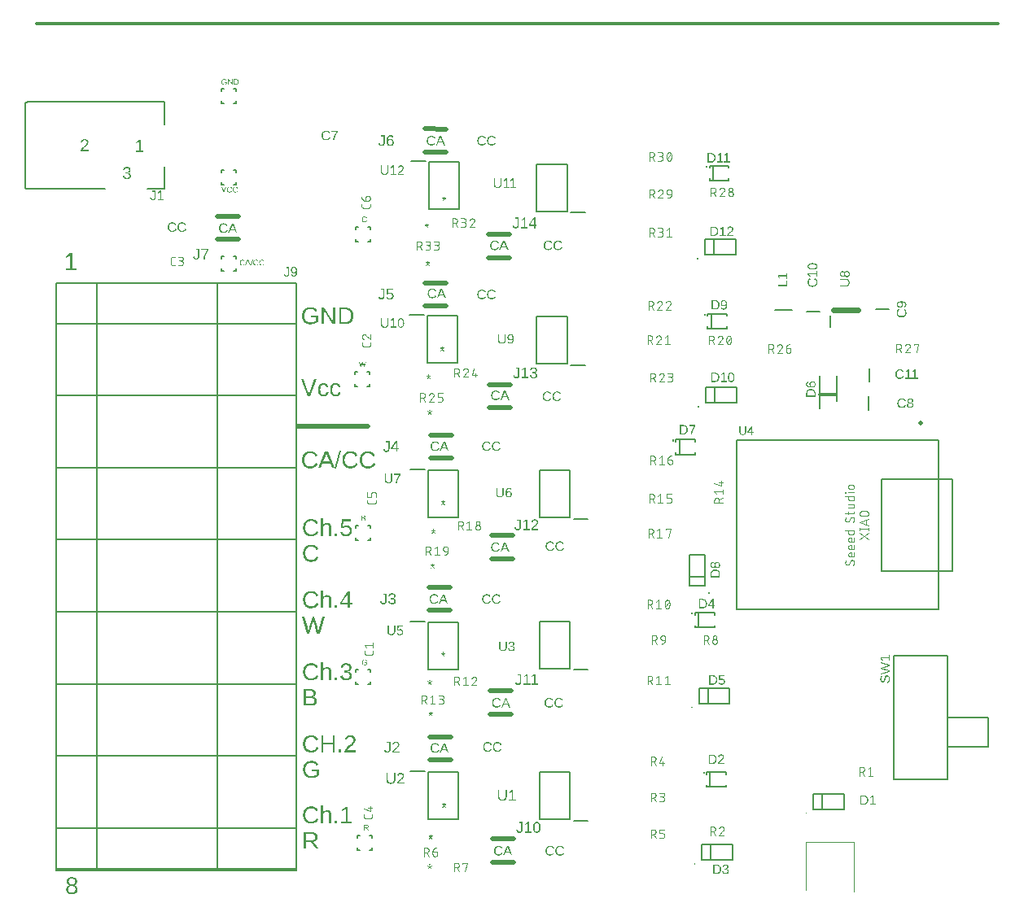
<source format=gbr>
G04 EAGLE Gerber RS-274X export*
G75*
%MOMM*%
%FSLAX34Y34*%
%LPD*%
%INSilkscreen Top*%
%IPPOS*%
%AMOC8*
5,1,8,0,0,1.08239X$1,22.5*%
G01*
G04 Define Apertures*
%ADD10C,0.000000*%
%ADD11C,0.300000*%
%ADD12C,0.500000*%
%ADD13C,0.127000*%
%ADD14C,0.076200*%
%ADD15C,0.508000*%
%ADD16C,0.101600*%
%ADD17C,0.200000*%
%ADD18C,0.152400*%
%ADD19C,0.508000*%
%ADD20C,0.609600*%
G36*
X280404Y40775D02*
X278061Y40775D01*
X278061Y58061D01*
X286195Y58061D01*
X286904Y58040D01*
X287571Y57979D01*
X288197Y57877D01*
X288782Y57734D01*
X289325Y57550D01*
X289826Y57326D01*
X290285Y57060D01*
X290703Y56754D01*
X291076Y56412D01*
X291398Y56037D01*
X291671Y55630D01*
X291895Y55192D01*
X292069Y54721D01*
X292193Y54218D01*
X292236Y53955D01*
X292267Y53683D01*
X292286Y53404D01*
X292292Y53117D01*
X292274Y52645D01*
X292222Y52192D01*
X292134Y51758D01*
X292011Y51344D01*
X291854Y50949D01*
X291661Y50573D01*
X291433Y50216D01*
X291169Y49878D01*
X290876Y49565D01*
X290555Y49282D01*
X290208Y49030D01*
X290052Y48937D01*
X289834Y48808D01*
X289433Y48616D01*
X289006Y48454D01*
X288552Y48323D01*
X288072Y48222D01*
X290161Y45052D01*
X292979Y40775D01*
X290280Y40775D01*
X285790Y47952D01*
X280404Y47952D01*
X280404Y40775D01*
G37*
%LPC*%
G36*
X286060Y49804D02*
X286510Y49818D01*
X286934Y49858D01*
X287331Y49926D01*
X287702Y50021D01*
X288047Y50142D01*
X288366Y50291D01*
X288658Y50466D01*
X288924Y50669D01*
X289162Y50896D01*
X289367Y51145D01*
X289541Y51415D01*
X289683Y51707D01*
X289794Y52021D01*
X289873Y52356D01*
X289921Y52713D01*
X289937Y53092D01*
X289921Y53458D01*
X289872Y53802D01*
X289792Y54123D01*
X289680Y54422D01*
X289536Y54698D01*
X289360Y54952D01*
X289152Y55183D01*
X288912Y55392D01*
X288642Y55578D01*
X288344Y55739D01*
X288017Y55875D01*
X287662Y55986D01*
X287279Y56072D01*
X286868Y56134D01*
X286429Y56171D01*
X285962Y56184D01*
X280404Y56184D01*
X280404Y49804D01*
X286060Y49804D01*
G37*
%LPD*%
G36*
X285704Y67200D02*
X285062Y67217D01*
X284442Y67268D01*
X283843Y67352D01*
X283267Y67471D01*
X282713Y67624D01*
X282181Y67810D01*
X281671Y68031D01*
X281183Y68285D01*
X280721Y68571D01*
X280286Y68886D01*
X279880Y69231D01*
X279503Y69604D01*
X279153Y70007D01*
X278832Y70438D01*
X278540Y70899D01*
X278276Y71389D01*
X278041Y71905D01*
X277838Y72445D01*
X277666Y73007D01*
X277526Y73593D01*
X277416Y74202D01*
X277338Y74834D01*
X277292Y75489D01*
X277276Y76168D01*
X277285Y76677D01*
X277311Y77173D01*
X277354Y77655D01*
X277415Y78123D01*
X277494Y78577D01*
X277590Y79016D01*
X277703Y79442D01*
X277834Y79854D01*
X277982Y80252D01*
X278148Y80636D01*
X278331Y81006D01*
X278532Y81362D01*
X278750Y81703D01*
X278985Y82031D01*
X279238Y82345D01*
X279509Y82645D01*
X279794Y82929D01*
X280094Y83194D01*
X280406Y83441D01*
X280732Y83670D01*
X281072Y83881D01*
X281425Y84073D01*
X281791Y84247D01*
X282171Y84403D01*
X282564Y84540D01*
X282971Y84659D01*
X283391Y84760D01*
X283824Y84842D01*
X284271Y84906D01*
X284731Y84952D01*
X285205Y84979D01*
X285692Y84988D01*
X286368Y84971D01*
X287015Y84921D01*
X287634Y84837D01*
X288225Y84718D01*
X288788Y84567D01*
X289322Y84381D01*
X289827Y84162D01*
X290305Y83909D01*
X290752Y83623D01*
X291169Y83304D01*
X291556Y82952D01*
X291912Y82568D01*
X292237Y82152D01*
X292531Y81703D01*
X292795Y81221D01*
X293028Y80707D01*
X290808Y79971D01*
X290646Y80337D01*
X290461Y80681D01*
X290254Y81002D01*
X290024Y81302D01*
X289771Y81579D01*
X289495Y81834D01*
X289197Y82067D01*
X288875Y82277D01*
X288535Y82464D01*
X288179Y82626D01*
X287807Y82763D01*
X287420Y82875D01*
X287017Y82962D01*
X286599Y83025D01*
X286166Y83062D01*
X285716Y83075D01*
X285362Y83067D01*
X285019Y83046D01*
X284685Y83010D01*
X284361Y82959D01*
X284047Y82894D01*
X283743Y82815D01*
X283449Y82721D01*
X283165Y82613D01*
X282890Y82490D01*
X282626Y82353D01*
X282372Y82202D01*
X282128Y82036D01*
X281894Y81856D01*
X281669Y81661D01*
X281455Y81452D01*
X281251Y81228D01*
X280877Y80745D01*
X280709Y80488D01*
X280553Y80220D01*
X280410Y79941D01*
X280279Y79651D01*
X280161Y79351D01*
X280055Y79040D01*
X279961Y78718D01*
X279880Y78386D01*
X279812Y78043D01*
X279756Y77689D01*
X279712Y77325D01*
X279681Y76950D01*
X279662Y76564D01*
X279656Y76168D01*
X279662Y75775D01*
X279682Y75393D01*
X279714Y75020D01*
X279760Y74657D01*
X279818Y74303D01*
X279890Y73960D01*
X279974Y73626D01*
X280071Y73301D01*
X280182Y72987D01*
X280305Y72682D01*
X280442Y72387D01*
X280591Y72102D01*
X280753Y71826D01*
X280929Y71560D01*
X281318Y71058D01*
X281531Y70824D01*
X281752Y70605D01*
X281983Y70401D01*
X282223Y70213D01*
X282472Y70039D01*
X282730Y69880D01*
X282997Y69737D01*
X283273Y69609D01*
X283559Y69496D01*
X283854Y69397D01*
X284158Y69314D01*
X284471Y69246D01*
X284793Y69194D01*
X285124Y69156D01*
X285465Y69133D01*
X285814Y69126D01*
X286261Y69140D01*
X286694Y69182D01*
X287113Y69252D01*
X287517Y69350D01*
X287908Y69477D01*
X288284Y69631D01*
X288647Y69814D01*
X288995Y70024D01*
X289329Y70263D01*
X289649Y70530D01*
X289955Y70825D01*
X290247Y71148D01*
X290525Y71499D01*
X290789Y71878D01*
X291038Y72285D01*
X291274Y72720D01*
X293188Y71763D01*
X292907Y71222D01*
X292600Y70714D01*
X292265Y70239D01*
X291904Y69797D01*
X291516Y69389D01*
X291100Y69015D01*
X290658Y68673D01*
X290188Y68365D01*
X289695Y68092D01*
X289183Y67855D01*
X288652Y67655D01*
X288101Y67491D01*
X287531Y67364D01*
X286941Y67273D01*
X286332Y67218D01*
X285704Y67200D01*
G37*
G36*
X298075Y67445D02*
X295867Y67445D01*
X295867Y85651D01*
X298075Y85651D01*
X298075Y80915D01*
X298065Y80155D01*
X298032Y79370D01*
X297977Y78449D01*
X298014Y78449D01*
X298196Y78764D01*
X298388Y79056D01*
X298588Y79327D01*
X298798Y79577D01*
X299016Y79804D01*
X299243Y80010D01*
X299480Y80194D01*
X299725Y80357D01*
X299984Y80499D01*
X300259Y80623D01*
X300550Y80727D01*
X300859Y80813D01*
X301184Y80879D01*
X301525Y80926D01*
X301884Y80955D01*
X302259Y80964D01*
X302781Y80948D01*
X303267Y80897D01*
X303719Y80813D01*
X304134Y80696D01*
X304514Y80545D01*
X304859Y80361D01*
X305168Y80143D01*
X305442Y79891D01*
X305682Y79600D01*
X305890Y79263D01*
X306067Y78881D01*
X306211Y78454D01*
X306323Y77981D01*
X306403Y77463D01*
X306451Y76899D01*
X306467Y76290D01*
X306467Y67445D01*
X304246Y67445D01*
X304246Y75861D01*
X304230Y76515D01*
X304182Y77080D01*
X304101Y77555D01*
X303989Y77940D01*
X303839Y78258D01*
X303648Y78531D01*
X303416Y78758D01*
X303142Y78940D01*
X302819Y79080D01*
X302440Y79179D01*
X302003Y79239D01*
X301510Y79259D01*
X301131Y79242D01*
X300770Y79192D01*
X300429Y79107D01*
X300107Y78989D01*
X299805Y78837D01*
X299522Y78652D01*
X299258Y78433D01*
X299014Y78180D01*
X298794Y77898D01*
X298603Y77593D01*
X298442Y77265D01*
X298310Y76913D01*
X298207Y76538D01*
X298134Y76139D01*
X298090Y75717D01*
X298075Y75272D01*
X298075Y67445D01*
G37*
G36*
X327840Y67445D02*
X317008Y67445D01*
X317008Y69322D01*
X321412Y69322D01*
X321412Y82621D01*
X317511Y79836D01*
X317511Y81921D01*
X321596Y84731D01*
X323632Y84731D01*
X323632Y69322D01*
X327840Y69322D01*
X327840Y67445D01*
G37*
G36*
X312780Y67445D02*
X310388Y67445D01*
X310388Y70132D01*
X312780Y70132D01*
X312780Y67445D01*
G37*
G36*
X285974Y114530D02*
X285308Y114547D01*
X284665Y114597D01*
X284046Y114681D01*
X283450Y114800D01*
X282877Y114951D01*
X282328Y115137D01*
X281802Y115356D01*
X281300Y115609D01*
X280824Y115894D01*
X280376Y116208D01*
X279958Y116553D01*
X279568Y116927D01*
X279208Y117330D01*
X278876Y117763D01*
X278574Y118226D01*
X278300Y118719D01*
X278057Y119238D01*
X277847Y119779D01*
X277669Y120343D01*
X277523Y120929D01*
X277409Y121537D01*
X277328Y122168D01*
X277280Y122822D01*
X277264Y123498D01*
X277272Y124016D01*
X277299Y124520D01*
X277343Y125009D01*
X277405Y125483D01*
X277484Y125942D01*
X277581Y126386D01*
X277696Y126816D01*
X277828Y127230D01*
X277978Y127630D01*
X278145Y128015D01*
X278331Y128385D01*
X278533Y128740D01*
X278754Y129080D01*
X278992Y129406D01*
X279248Y129716D01*
X279521Y130012D01*
X279810Y130291D01*
X280114Y130553D01*
X280432Y130796D01*
X280764Y131021D01*
X281110Y131228D01*
X281471Y131417D01*
X281846Y131589D01*
X282235Y131742D01*
X282639Y131877D01*
X283057Y131994D01*
X283489Y132093D01*
X283935Y132174D01*
X284396Y132237D01*
X284871Y132282D01*
X285360Y132309D01*
X285864Y132318D01*
X286564Y132303D01*
X287231Y132258D01*
X287865Y132182D01*
X288464Y132076D01*
X289030Y131940D01*
X289562Y131773D01*
X290061Y131576D01*
X290525Y131349D01*
X290960Y131089D01*
X291370Y130792D01*
X291753Y130458D01*
X292111Y130089D01*
X292443Y129682D01*
X292750Y129240D01*
X293031Y128761D01*
X293286Y128245D01*
X291053Y127583D01*
X290860Y127938D01*
X290650Y128269D01*
X290422Y128575D01*
X290177Y128856D01*
X289915Y129112D01*
X289635Y129343D01*
X289337Y129549D01*
X289023Y129730D01*
X288689Y129888D01*
X288336Y130025D01*
X287963Y130141D01*
X287570Y130236D01*
X287158Y130310D01*
X286726Y130362D01*
X286274Y130394D01*
X285802Y130405D01*
X285434Y130397D01*
X285076Y130376D01*
X284729Y130341D01*
X284394Y130291D01*
X284069Y130228D01*
X283756Y130150D01*
X283453Y130058D01*
X283161Y129952D01*
X282881Y129832D01*
X282612Y129698D01*
X282353Y129549D01*
X282106Y129387D01*
X281869Y129210D01*
X281644Y129019D01*
X281430Y128814D01*
X281226Y128595D01*
X281035Y128363D01*
X280855Y128119D01*
X280688Y127864D01*
X280534Y127598D01*
X280392Y127320D01*
X280262Y127030D01*
X280144Y126729D01*
X280039Y126416D01*
X279947Y126092D01*
X279866Y125756D01*
X279798Y125408D01*
X279743Y125049D01*
X279699Y124679D01*
X279668Y124296D01*
X279650Y123903D01*
X279644Y123498D01*
X279650Y123094D01*
X279670Y122700D01*
X279703Y122318D01*
X279749Y121946D01*
X279808Y121585D01*
X279880Y121235D01*
X279965Y120896D01*
X280064Y120567D01*
X280175Y120249D01*
X280300Y119942D01*
X280438Y119646D01*
X280589Y119361D01*
X280753Y119086D01*
X280930Y118822D01*
X281121Y118569D01*
X281324Y118327D01*
X281539Y118097D01*
X281765Y117882D01*
X282000Y117682D01*
X282245Y117497D01*
X282501Y117327D01*
X282766Y117172D01*
X283042Y117031D01*
X283327Y116905D01*
X283623Y116794D01*
X283928Y116698D01*
X284244Y116616D01*
X284570Y116550D01*
X284906Y116498D01*
X285252Y116461D01*
X285608Y116439D01*
X285974Y116431D01*
X286394Y116439D01*
X286806Y116463D01*
X287212Y116504D01*
X287610Y116560D01*
X288002Y116632D01*
X288386Y116721D01*
X288763Y116826D01*
X289133Y116946D01*
X289491Y117081D01*
X289831Y117227D01*
X290154Y117385D01*
X290459Y117554D01*
X290747Y117734D01*
X291018Y117926D01*
X291271Y118130D01*
X291507Y118345D01*
X291507Y121461D01*
X286342Y121461D01*
X286342Y123424D01*
X293666Y123424D01*
X293666Y117462D01*
X293313Y117122D01*
X292940Y116802D01*
X292548Y116502D01*
X292137Y116221D01*
X291706Y115960D01*
X291256Y115719D01*
X290787Y115498D01*
X290298Y115296D01*
X289795Y115117D01*
X289281Y114961D01*
X288756Y114829D01*
X288221Y114721D01*
X287675Y114637D01*
X287118Y114578D01*
X286551Y114542D01*
X285974Y114530D01*
G37*
G36*
X298529Y141445D02*
X296186Y141445D01*
X296186Y158731D01*
X298529Y158731D01*
X298529Y151419D01*
X307878Y151419D01*
X307878Y158731D01*
X310221Y158731D01*
X310221Y141445D01*
X307878Y141445D01*
X307878Y149456D01*
X298529Y149456D01*
X298529Y141445D01*
G37*
G36*
X285704Y141200D02*
X285062Y141217D01*
X284442Y141268D01*
X283843Y141352D01*
X283267Y141471D01*
X282713Y141624D01*
X282181Y141810D01*
X281671Y142031D01*
X281183Y142285D01*
X280721Y142571D01*
X280286Y142886D01*
X279880Y143231D01*
X279503Y143604D01*
X279153Y144007D01*
X278832Y144438D01*
X278540Y144899D01*
X278276Y145389D01*
X278041Y145905D01*
X277838Y146445D01*
X277666Y147007D01*
X277526Y147593D01*
X277416Y148202D01*
X277338Y148834D01*
X277292Y149489D01*
X277276Y150168D01*
X277285Y150677D01*
X277311Y151173D01*
X277354Y151655D01*
X277415Y152123D01*
X277494Y152577D01*
X277590Y153016D01*
X277703Y153442D01*
X277834Y153854D01*
X277982Y154252D01*
X278148Y154636D01*
X278331Y155006D01*
X278532Y155362D01*
X278750Y155703D01*
X278985Y156031D01*
X279238Y156345D01*
X279509Y156645D01*
X279794Y156929D01*
X280094Y157194D01*
X280406Y157441D01*
X280732Y157670D01*
X281072Y157881D01*
X281425Y158073D01*
X281791Y158247D01*
X282171Y158403D01*
X282564Y158540D01*
X282971Y158659D01*
X283391Y158760D01*
X283824Y158842D01*
X284271Y158906D01*
X284731Y158952D01*
X285205Y158979D01*
X285692Y158988D01*
X286368Y158971D01*
X287015Y158921D01*
X287634Y158837D01*
X288225Y158718D01*
X288788Y158567D01*
X289322Y158381D01*
X289827Y158162D01*
X290305Y157909D01*
X290752Y157623D01*
X291169Y157304D01*
X291556Y156952D01*
X291912Y156568D01*
X292237Y156152D01*
X292531Y155703D01*
X292795Y155221D01*
X293028Y154707D01*
X290808Y153971D01*
X290646Y154337D01*
X290461Y154681D01*
X290254Y155002D01*
X290024Y155302D01*
X289771Y155579D01*
X289495Y155834D01*
X289197Y156067D01*
X288875Y156277D01*
X288535Y156464D01*
X288179Y156626D01*
X287807Y156763D01*
X287420Y156875D01*
X287017Y156962D01*
X286599Y157025D01*
X286166Y157062D01*
X285716Y157075D01*
X285362Y157067D01*
X285019Y157046D01*
X284685Y157010D01*
X284361Y156959D01*
X284047Y156894D01*
X283743Y156815D01*
X283449Y156721D01*
X283165Y156613D01*
X282890Y156490D01*
X282626Y156353D01*
X282372Y156202D01*
X282128Y156036D01*
X281894Y155856D01*
X281669Y155661D01*
X281455Y155452D01*
X281251Y155228D01*
X280877Y154745D01*
X280709Y154488D01*
X280553Y154220D01*
X280410Y153941D01*
X280279Y153651D01*
X280161Y153351D01*
X280055Y153040D01*
X279961Y152718D01*
X279880Y152386D01*
X279812Y152043D01*
X279756Y151689D01*
X279712Y151325D01*
X279681Y150950D01*
X279662Y150564D01*
X279656Y150168D01*
X279662Y149775D01*
X279682Y149393D01*
X279714Y149020D01*
X279760Y148657D01*
X279818Y148303D01*
X279890Y147960D01*
X279974Y147626D01*
X280071Y147301D01*
X280182Y146987D01*
X280305Y146682D01*
X280442Y146387D01*
X280591Y146102D01*
X280753Y145826D01*
X280929Y145560D01*
X281318Y145058D01*
X281531Y144824D01*
X281752Y144605D01*
X281983Y144401D01*
X282223Y144213D01*
X282472Y144039D01*
X282730Y143880D01*
X282997Y143737D01*
X283273Y143609D01*
X283559Y143496D01*
X283854Y143397D01*
X284158Y143314D01*
X284471Y143246D01*
X284793Y143194D01*
X285124Y143156D01*
X285465Y143133D01*
X285814Y143126D01*
X286261Y143140D01*
X286694Y143182D01*
X287113Y143252D01*
X287517Y143350D01*
X287908Y143477D01*
X288284Y143631D01*
X288647Y143814D01*
X288995Y144024D01*
X289329Y144263D01*
X289649Y144530D01*
X289955Y144825D01*
X290247Y145148D01*
X290525Y145499D01*
X290789Y145878D01*
X291038Y146285D01*
X291274Y146720D01*
X293188Y145763D01*
X292907Y145222D01*
X292600Y144714D01*
X292265Y144239D01*
X291904Y143797D01*
X291516Y143389D01*
X291100Y143015D01*
X290658Y142673D01*
X290188Y142365D01*
X289695Y142092D01*
X289183Y141855D01*
X288652Y141655D01*
X288101Y141491D01*
X287531Y141364D01*
X286941Y141273D01*
X286332Y141218D01*
X285704Y141200D01*
G37*
G36*
X331960Y141445D02*
X320514Y141445D01*
X320514Y143003D01*
X320844Y143700D01*
X321208Y144354D01*
X321607Y144966D01*
X322041Y145536D01*
X322498Y146072D01*
X322966Y146582D01*
X323445Y147066D01*
X323936Y147524D01*
X324926Y148381D01*
X325905Y149174D01*
X326833Y149935D01*
X327666Y150695D01*
X328040Y151080D01*
X328376Y151474D01*
X328675Y151877D01*
X328936Y152290D01*
X329049Y152502D01*
X329148Y152721D01*
X329231Y152947D01*
X329299Y153179D01*
X329352Y153419D01*
X329390Y153666D01*
X329413Y153919D01*
X329420Y154179D01*
X329407Y154525D01*
X329368Y154851D01*
X329303Y155157D01*
X329212Y155443D01*
X329094Y155709D01*
X328951Y155955D01*
X328782Y156181D01*
X328586Y156388D01*
X328367Y156572D01*
X328128Y156731D01*
X327869Y156866D01*
X327589Y156976D01*
X327289Y157062D01*
X326969Y157124D01*
X326628Y157160D01*
X326267Y157173D01*
X325922Y157161D01*
X325593Y157125D01*
X325279Y157065D01*
X324981Y156981D01*
X324698Y156873D01*
X324431Y156741D01*
X324179Y156586D01*
X323943Y156406D01*
X323726Y156205D01*
X323533Y155984D01*
X323363Y155744D01*
X323217Y155484D01*
X323095Y155205D01*
X322996Y154907D01*
X322921Y154590D01*
X322869Y154253D01*
X320612Y154461D01*
X320693Y154967D01*
X320814Y155445D01*
X320974Y155897D01*
X321175Y156323D01*
X321414Y156722D01*
X321694Y157095D01*
X322013Y157442D01*
X322372Y157762D01*
X322765Y158049D01*
X323184Y158298D01*
X323630Y158509D01*
X324104Y158682D01*
X324604Y158816D01*
X325131Y158912D01*
X325686Y158969D01*
X326267Y158988D01*
X326902Y158969D01*
X327498Y158911D01*
X328057Y158815D01*
X328578Y158680D01*
X329062Y158507D01*
X329507Y158295D01*
X329915Y158044D01*
X330285Y157755D01*
X330614Y157431D01*
X330900Y157074D01*
X331141Y156685D01*
X331339Y156263D01*
X331492Y155809D01*
X331602Y155323D01*
X331668Y154804D01*
X331690Y154253D01*
X331683Y154002D01*
X331661Y153751D01*
X331625Y153500D01*
X331575Y153250D01*
X331431Y152751D01*
X331230Y152253D01*
X330972Y151756D01*
X330658Y151259D01*
X330288Y150763D01*
X329862Y150266D01*
X329304Y149701D01*
X328540Y148999D01*
X327569Y148161D01*
X326390Y147186D01*
X325721Y146624D01*
X325123Y146090D01*
X324598Y145584D01*
X324145Y145107D01*
X323757Y144648D01*
X323427Y144198D01*
X323156Y143756D01*
X322943Y143322D01*
X331960Y143322D01*
X331960Y141445D01*
G37*
G36*
X316968Y141445D02*
X314575Y141445D01*
X314575Y144132D01*
X316968Y144132D01*
X316968Y141445D01*
G37*
G36*
X285078Y189775D02*
X278061Y189775D01*
X278061Y207061D01*
X284342Y207061D01*
X285079Y207044D01*
X285768Y206995D01*
X286410Y206913D01*
X287004Y206798D01*
X287551Y206651D01*
X288050Y206471D01*
X288502Y206258D01*
X288906Y206012D01*
X289263Y205733D01*
X289572Y205422D01*
X289833Y205078D01*
X290047Y204701D01*
X290213Y204291D01*
X290332Y203848D01*
X290403Y203373D01*
X290421Y203123D01*
X290427Y202865D01*
X290414Y202489D01*
X290374Y202129D01*
X290306Y201784D01*
X290213Y201454D01*
X290092Y201140D01*
X289944Y200841D01*
X289770Y200557D01*
X289568Y200289D01*
X289343Y200039D01*
X289203Y199911D01*
X289095Y199810D01*
X288824Y199603D01*
X288532Y199418D01*
X288217Y199254D01*
X287880Y199111D01*
X287521Y198990D01*
X287139Y198890D01*
X287640Y198815D01*
X288111Y198712D01*
X288552Y198581D01*
X288964Y198422D01*
X289347Y198236D01*
X289700Y198022D01*
X290023Y197780D01*
X290159Y197655D01*
X290317Y197510D01*
X290578Y197217D01*
X290805Y196905D01*
X290997Y196575D01*
X291154Y196226D01*
X291276Y195859D01*
X291363Y195473D01*
X291416Y195069D01*
X291433Y194645D01*
X291427Y194361D01*
X291407Y194085D01*
X291374Y193817D01*
X291328Y193556D01*
X291269Y193304D01*
X291197Y193060D01*
X291013Y192595D01*
X290777Y192163D01*
X290488Y191762D01*
X290146Y191394D01*
X289753Y191057D01*
X289312Y190757D01*
X288830Y190496D01*
X288307Y190276D01*
X287744Y190096D01*
X287139Y189955D01*
X286493Y189855D01*
X285806Y189795D01*
X285078Y189775D01*
G37*
%LPC*%
G36*
X284956Y191652D02*
X285474Y191664D01*
X285956Y191702D01*
X286402Y191764D01*
X286811Y191851D01*
X287184Y191964D01*
X287520Y192101D01*
X287820Y192263D01*
X288084Y192449D01*
X288314Y192661D01*
X288513Y192897D01*
X288682Y193158D01*
X288820Y193443D01*
X288927Y193753D01*
X289004Y194087D01*
X289050Y194446D01*
X289065Y194829D01*
X289049Y195199D01*
X288998Y195545D01*
X288915Y195868D01*
X288797Y196166D01*
X288646Y196440D01*
X288462Y196691D01*
X288244Y196918D01*
X287992Y197121D01*
X287707Y197299D01*
X287388Y197455D01*
X287036Y197586D01*
X286650Y197693D01*
X286231Y197777D01*
X285778Y197836D01*
X285292Y197872D01*
X284772Y197884D01*
X280404Y197884D01*
X280404Y191652D01*
X284956Y191652D01*
G37*
G36*
X284342Y199712D02*
X284797Y199723D01*
X285221Y199756D01*
X285616Y199811D01*
X285982Y199888D01*
X286317Y199988D01*
X286623Y200109D01*
X286899Y200252D01*
X287146Y200418D01*
X287363Y200606D01*
X287551Y200817D01*
X287710Y201053D01*
X287840Y201312D01*
X287942Y201594D01*
X288014Y201900D01*
X288057Y202230D01*
X288072Y202583D01*
X288057Y202920D01*
X288012Y203232D01*
X287937Y203520D01*
X287833Y203782D01*
X287698Y204020D01*
X287534Y204232D01*
X287339Y204420D01*
X287115Y204583D01*
X286862Y204723D01*
X286583Y204846D01*
X286276Y204949D01*
X285943Y205033D01*
X285583Y205099D01*
X285196Y205146D01*
X284783Y205174D01*
X284342Y205184D01*
X280404Y205184D01*
X280404Y199712D01*
X284342Y199712D01*
G37*
%LPD*%
G36*
X285704Y216200D02*
X285062Y216217D01*
X284442Y216268D01*
X283843Y216352D01*
X283267Y216471D01*
X282713Y216624D01*
X282181Y216810D01*
X281671Y217031D01*
X281183Y217285D01*
X280721Y217571D01*
X280286Y217886D01*
X279880Y218231D01*
X279503Y218604D01*
X279153Y219007D01*
X278832Y219438D01*
X278540Y219899D01*
X278276Y220389D01*
X278041Y220905D01*
X277838Y221445D01*
X277666Y222007D01*
X277526Y222593D01*
X277416Y223202D01*
X277338Y223834D01*
X277292Y224489D01*
X277276Y225168D01*
X277285Y225677D01*
X277311Y226173D01*
X277354Y226655D01*
X277415Y227123D01*
X277494Y227577D01*
X277590Y228016D01*
X277703Y228442D01*
X277834Y228854D01*
X277982Y229252D01*
X278148Y229636D01*
X278331Y230006D01*
X278532Y230362D01*
X278750Y230703D01*
X278985Y231031D01*
X279238Y231345D01*
X279509Y231645D01*
X279794Y231929D01*
X280094Y232194D01*
X280406Y232441D01*
X280732Y232670D01*
X281072Y232881D01*
X281425Y233073D01*
X281791Y233247D01*
X282171Y233403D01*
X282564Y233540D01*
X282971Y233659D01*
X283391Y233760D01*
X283824Y233842D01*
X284271Y233906D01*
X284731Y233952D01*
X285205Y233979D01*
X285692Y233988D01*
X286368Y233971D01*
X287015Y233921D01*
X287634Y233837D01*
X288225Y233718D01*
X288788Y233567D01*
X289322Y233381D01*
X289827Y233162D01*
X290305Y232909D01*
X290752Y232623D01*
X291169Y232304D01*
X291556Y231952D01*
X291912Y231568D01*
X292237Y231152D01*
X292531Y230703D01*
X292795Y230221D01*
X293028Y229707D01*
X290808Y228971D01*
X290646Y229337D01*
X290461Y229681D01*
X290254Y230002D01*
X290024Y230302D01*
X289771Y230579D01*
X289495Y230834D01*
X289197Y231067D01*
X288875Y231277D01*
X288535Y231464D01*
X288179Y231626D01*
X287807Y231763D01*
X287420Y231875D01*
X287017Y231962D01*
X286599Y232025D01*
X286166Y232062D01*
X285716Y232075D01*
X285362Y232067D01*
X285019Y232046D01*
X284685Y232010D01*
X284361Y231959D01*
X284047Y231894D01*
X283743Y231815D01*
X283449Y231721D01*
X283165Y231613D01*
X282890Y231490D01*
X282626Y231353D01*
X282372Y231202D01*
X282128Y231036D01*
X281894Y230856D01*
X281669Y230661D01*
X281455Y230452D01*
X281251Y230228D01*
X280877Y229745D01*
X280709Y229488D01*
X280553Y229220D01*
X280410Y228941D01*
X280279Y228651D01*
X280161Y228351D01*
X280055Y228040D01*
X279961Y227718D01*
X279880Y227386D01*
X279812Y227043D01*
X279756Y226689D01*
X279712Y226325D01*
X279681Y225950D01*
X279662Y225564D01*
X279656Y225168D01*
X279662Y224775D01*
X279682Y224393D01*
X279714Y224020D01*
X279760Y223657D01*
X279818Y223303D01*
X279890Y222960D01*
X279974Y222626D01*
X280071Y222301D01*
X280182Y221987D01*
X280305Y221682D01*
X280442Y221387D01*
X280591Y221102D01*
X280753Y220826D01*
X280929Y220560D01*
X281318Y220058D01*
X281531Y219824D01*
X281752Y219605D01*
X281983Y219401D01*
X282223Y219213D01*
X282472Y219039D01*
X282730Y218880D01*
X282997Y218737D01*
X283273Y218609D01*
X283559Y218496D01*
X283854Y218397D01*
X284158Y218314D01*
X284471Y218246D01*
X284793Y218194D01*
X285124Y218156D01*
X285465Y218133D01*
X285814Y218126D01*
X286261Y218140D01*
X286694Y218182D01*
X287113Y218252D01*
X287517Y218350D01*
X287908Y218477D01*
X288284Y218631D01*
X288647Y218814D01*
X288995Y219024D01*
X289329Y219263D01*
X289649Y219530D01*
X289955Y219825D01*
X290247Y220148D01*
X290525Y220499D01*
X290789Y220878D01*
X291038Y221285D01*
X291274Y221720D01*
X293188Y220763D01*
X292907Y220222D01*
X292600Y219714D01*
X292265Y219239D01*
X291904Y218797D01*
X291516Y218389D01*
X291100Y218015D01*
X290658Y217673D01*
X290188Y217365D01*
X289695Y217092D01*
X289183Y216855D01*
X288652Y216655D01*
X288101Y216491D01*
X287531Y216364D01*
X286941Y216273D01*
X286332Y216218D01*
X285704Y216200D01*
G37*
G36*
X322099Y216200D02*
X321459Y216218D01*
X320852Y216274D01*
X320279Y216366D01*
X319739Y216496D01*
X319232Y216662D01*
X318758Y216866D01*
X318317Y217106D01*
X317909Y217384D01*
X317538Y217697D01*
X317207Y218046D01*
X316915Y218431D01*
X316663Y218851D01*
X316450Y219307D01*
X316277Y219798D01*
X316144Y220324D01*
X316051Y220886D01*
X318333Y221095D01*
X318399Y220723D01*
X318488Y220376D01*
X318599Y220052D01*
X318734Y219753D01*
X318890Y219477D01*
X319069Y219226D01*
X319271Y218998D01*
X319495Y218794D01*
X319742Y218615D01*
X320011Y218459D01*
X320302Y218327D01*
X320617Y218219D01*
X320953Y218135D01*
X321313Y218076D01*
X321694Y218040D01*
X322099Y218028D01*
X322505Y218040D01*
X322888Y218079D01*
X323249Y218143D01*
X323588Y218233D01*
X323904Y218349D01*
X324198Y218490D01*
X324469Y218657D01*
X324718Y218850D01*
X324941Y219067D01*
X325134Y219310D01*
X325297Y219578D01*
X325431Y219871D01*
X325535Y220188D01*
X325609Y220531D01*
X325654Y220898D01*
X325669Y221291D01*
X325652Y221634D01*
X325601Y221958D01*
X325516Y222262D01*
X325397Y222547D01*
X325245Y222812D01*
X325058Y223059D01*
X324838Y223286D01*
X324583Y223493D01*
X324297Y223678D01*
X323980Y223839D01*
X323633Y223975D01*
X323257Y224086D01*
X322850Y224173D01*
X322413Y224235D01*
X321946Y224272D01*
X321449Y224284D01*
X320197Y224284D01*
X320197Y226198D01*
X321400Y226198D01*
X321841Y226210D01*
X322256Y226248D01*
X322647Y226309D01*
X323011Y226396D01*
X323350Y226507D01*
X323664Y226643D01*
X323952Y226804D01*
X324215Y226989D01*
X324449Y227197D01*
X324652Y227423D01*
X324824Y227668D01*
X324965Y227933D01*
X325074Y228216D01*
X325152Y228518D01*
X325199Y228839D01*
X325215Y229179D01*
X325202Y229517D01*
X325164Y229836D01*
X325100Y230137D01*
X325011Y230420D01*
X324896Y230684D01*
X324756Y230931D01*
X324590Y231159D01*
X324399Y231369D01*
X324183Y231557D01*
X323942Y231721D01*
X323676Y231859D01*
X323385Y231972D01*
X323070Y232060D01*
X322730Y232122D01*
X322366Y232160D01*
X321976Y232173D01*
X321620Y232161D01*
X321281Y232126D01*
X320960Y232067D01*
X320656Y231986D01*
X320369Y231880D01*
X320100Y231752D01*
X319849Y231600D01*
X319615Y231424D01*
X319401Y231228D01*
X319211Y231012D01*
X319044Y230777D01*
X318901Y230523D01*
X318782Y230249D01*
X318686Y229957D01*
X318614Y229645D01*
X318566Y229314D01*
X316345Y229486D01*
X316426Y230002D01*
X316547Y230489D01*
X316708Y230947D01*
X316908Y231375D01*
X317148Y231775D01*
X317427Y232145D01*
X317747Y232486D01*
X318106Y232798D01*
X318498Y233077D01*
X318917Y233319D01*
X319364Y233523D01*
X319837Y233691D01*
X320337Y233821D01*
X320865Y233914D01*
X321419Y233970D01*
X322001Y233988D01*
X322633Y233969D01*
X323229Y233913D01*
X323788Y233818D01*
X324312Y233686D01*
X324799Y233516D01*
X325250Y233309D01*
X325665Y233063D01*
X326043Y232780D01*
X326381Y232463D01*
X326674Y232116D01*
X326921Y231740D01*
X327124Y231334D01*
X327282Y230898D01*
X327394Y230433D01*
X327462Y229937D01*
X327484Y229412D01*
X327470Y229008D01*
X327427Y228623D01*
X327354Y228257D01*
X327253Y227911D01*
X327123Y227584D01*
X326963Y227277D01*
X326775Y226988D01*
X326558Y226720D01*
X326314Y226471D01*
X326043Y226243D01*
X325745Y226036D01*
X325422Y225850D01*
X325072Y225685D01*
X324696Y225541D01*
X324294Y225417D01*
X323865Y225315D01*
X323865Y225266D01*
X324337Y225200D01*
X324781Y225106D01*
X325198Y224985D01*
X325589Y224836D01*
X325953Y224660D01*
X326290Y224456D01*
X326600Y224224D01*
X326883Y223965D01*
X327136Y223684D01*
X327356Y223384D01*
X327541Y223067D01*
X327693Y222732D01*
X327811Y222380D01*
X327895Y222010D01*
X327946Y221623D01*
X327963Y221217D01*
X327957Y220922D01*
X327939Y220636D01*
X327868Y220089D01*
X327749Y219575D01*
X327583Y219095D01*
X327369Y218649D01*
X327107Y218236D01*
X326798Y217857D01*
X326442Y217512D01*
X326041Y217205D01*
X325600Y216938D01*
X325118Y216712D01*
X324595Y216528D01*
X324032Y216384D01*
X323428Y216282D01*
X322784Y216220D01*
X322099Y216200D01*
G37*
G36*
X298075Y216445D02*
X295867Y216445D01*
X295867Y234651D01*
X298075Y234651D01*
X298075Y229915D01*
X298065Y229155D01*
X298032Y228370D01*
X297977Y227449D01*
X298014Y227449D01*
X298196Y227764D01*
X298388Y228056D01*
X298588Y228327D01*
X298798Y228577D01*
X299016Y228804D01*
X299243Y229010D01*
X299480Y229194D01*
X299725Y229357D01*
X299984Y229499D01*
X300259Y229623D01*
X300550Y229727D01*
X300859Y229813D01*
X301184Y229879D01*
X301525Y229926D01*
X301884Y229955D01*
X302259Y229964D01*
X302781Y229948D01*
X303267Y229897D01*
X303719Y229813D01*
X304134Y229696D01*
X304514Y229545D01*
X304859Y229361D01*
X305168Y229143D01*
X305442Y228891D01*
X305682Y228600D01*
X305890Y228263D01*
X306067Y227881D01*
X306211Y227454D01*
X306323Y226981D01*
X306403Y226463D01*
X306451Y225899D01*
X306467Y225290D01*
X306467Y216445D01*
X304246Y216445D01*
X304246Y224861D01*
X304230Y225515D01*
X304182Y226080D01*
X304101Y226555D01*
X303989Y226940D01*
X303839Y227258D01*
X303648Y227531D01*
X303416Y227758D01*
X303142Y227940D01*
X302819Y228080D01*
X302440Y228179D01*
X302003Y228239D01*
X301510Y228259D01*
X301131Y228242D01*
X300770Y228192D01*
X300429Y228107D01*
X300107Y227989D01*
X299805Y227837D01*
X299522Y227652D01*
X299258Y227433D01*
X299014Y227180D01*
X298794Y226898D01*
X298603Y226593D01*
X298442Y226265D01*
X298310Y225913D01*
X298207Y225538D01*
X298134Y225139D01*
X298090Y224717D01*
X298075Y224272D01*
X298075Y216445D01*
G37*
G36*
X312780Y216445D02*
X310388Y216445D01*
X310388Y219132D01*
X312780Y219132D01*
X312780Y216445D01*
G37*
G36*
X283999Y264775D02*
X281202Y264775D01*
X276110Y282061D01*
X278552Y282061D01*
X281656Y271081D01*
X282186Y268989D01*
X282674Y266836D01*
X282991Y268247D01*
X283355Y269780D01*
X283712Y271146D01*
X284399Y273648D01*
X286759Y282061D01*
X289004Y282061D01*
X292010Y271302D01*
X292623Y268866D01*
X293089Y266836D01*
X293200Y267265D01*
X293740Y269566D01*
X294033Y270680D01*
X294706Y273134D01*
X297187Y282061D01*
X299628Y282061D01*
X294537Y264775D01*
X291740Y264775D01*
X288747Y275755D01*
X288582Y276372D01*
X288385Y277193D01*
X287888Y279448D01*
X287348Y277068D01*
X287056Y275940D01*
X286400Y273516D01*
X283999Y264775D01*
G37*
G36*
X325902Y291445D02*
X323816Y291445D01*
X323816Y295359D01*
X315670Y295359D01*
X315670Y297076D01*
X323583Y308731D01*
X325902Y308731D01*
X325902Y297101D01*
X328331Y297101D01*
X328331Y295359D01*
X325902Y295359D01*
X325902Y291445D01*
G37*
%LPC*%
G36*
X323816Y297101D02*
X323816Y306240D01*
X323473Y305590D01*
X323194Y305099D01*
X322994Y304780D01*
X318566Y298254D01*
X317903Y297346D01*
X317707Y297101D01*
X323816Y297101D01*
G37*
%LPD*%
G36*
X285704Y291200D02*
X285062Y291217D01*
X284442Y291268D01*
X283843Y291352D01*
X283267Y291471D01*
X282713Y291624D01*
X282181Y291810D01*
X281671Y292031D01*
X281183Y292285D01*
X280721Y292571D01*
X280286Y292886D01*
X279880Y293231D01*
X279503Y293604D01*
X279153Y294007D01*
X278832Y294438D01*
X278540Y294899D01*
X278276Y295389D01*
X278041Y295905D01*
X277838Y296445D01*
X277666Y297007D01*
X277526Y297593D01*
X277416Y298202D01*
X277338Y298834D01*
X277292Y299489D01*
X277276Y300168D01*
X277285Y300677D01*
X277311Y301173D01*
X277354Y301655D01*
X277415Y302123D01*
X277494Y302577D01*
X277590Y303016D01*
X277703Y303442D01*
X277834Y303854D01*
X277982Y304252D01*
X278148Y304636D01*
X278331Y305006D01*
X278532Y305362D01*
X278750Y305703D01*
X278985Y306031D01*
X279238Y306345D01*
X279509Y306645D01*
X279794Y306929D01*
X280094Y307194D01*
X280406Y307441D01*
X280732Y307670D01*
X281072Y307881D01*
X281425Y308073D01*
X281791Y308247D01*
X282171Y308403D01*
X282564Y308540D01*
X282971Y308659D01*
X283391Y308760D01*
X283824Y308842D01*
X284271Y308906D01*
X284731Y308952D01*
X285205Y308979D01*
X285692Y308988D01*
X286368Y308971D01*
X287015Y308921D01*
X287634Y308837D01*
X288225Y308718D01*
X288788Y308567D01*
X289322Y308381D01*
X289827Y308162D01*
X290305Y307909D01*
X290752Y307623D01*
X291169Y307304D01*
X291556Y306952D01*
X291912Y306568D01*
X292237Y306152D01*
X292531Y305703D01*
X292795Y305221D01*
X293028Y304707D01*
X290808Y303971D01*
X290646Y304337D01*
X290461Y304681D01*
X290254Y305002D01*
X290024Y305302D01*
X289771Y305579D01*
X289495Y305834D01*
X289197Y306067D01*
X288875Y306277D01*
X288535Y306464D01*
X288179Y306626D01*
X287807Y306763D01*
X287420Y306875D01*
X287017Y306962D01*
X286599Y307025D01*
X286166Y307062D01*
X285716Y307075D01*
X285362Y307067D01*
X285019Y307046D01*
X284685Y307010D01*
X284361Y306959D01*
X284047Y306894D01*
X283743Y306815D01*
X283449Y306721D01*
X283165Y306613D01*
X282890Y306490D01*
X282626Y306353D01*
X282372Y306202D01*
X282128Y306036D01*
X281894Y305856D01*
X281669Y305661D01*
X281455Y305452D01*
X281251Y305228D01*
X280877Y304745D01*
X280709Y304488D01*
X280553Y304220D01*
X280410Y303941D01*
X280279Y303651D01*
X280161Y303351D01*
X280055Y303040D01*
X279961Y302718D01*
X279880Y302386D01*
X279812Y302043D01*
X279756Y301689D01*
X279712Y301325D01*
X279681Y300950D01*
X279662Y300564D01*
X279656Y300168D01*
X279662Y299775D01*
X279682Y299393D01*
X279714Y299020D01*
X279760Y298657D01*
X279818Y298303D01*
X279890Y297960D01*
X279974Y297626D01*
X280071Y297301D01*
X280182Y296987D01*
X280305Y296682D01*
X280442Y296387D01*
X280591Y296102D01*
X280753Y295826D01*
X280929Y295560D01*
X281318Y295058D01*
X281531Y294824D01*
X281752Y294605D01*
X281983Y294401D01*
X282223Y294213D01*
X282472Y294039D01*
X282730Y293880D01*
X282997Y293737D01*
X283273Y293609D01*
X283559Y293496D01*
X283854Y293397D01*
X284158Y293314D01*
X284471Y293246D01*
X284793Y293194D01*
X285124Y293156D01*
X285465Y293133D01*
X285814Y293126D01*
X286261Y293140D01*
X286694Y293182D01*
X287113Y293252D01*
X287517Y293350D01*
X287908Y293477D01*
X288284Y293631D01*
X288647Y293814D01*
X288995Y294024D01*
X289329Y294263D01*
X289649Y294530D01*
X289955Y294825D01*
X290247Y295148D01*
X290525Y295499D01*
X290789Y295878D01*
X291038Y296285D01*
X291274Y296720D01*
X293188Y295763D01*
X292907Y295222D01*
X292600Y294714D01*
X292265Y294239D01*
X291904Y293797D01*
X291516Y293389D01*
X291100Y293015D01*
X290658Y292673D01*
X290188Y292365D01*
X289695Y292092D01*
X289183Y291855D01*
X288652Y291655D01*
X288101Y291491D01*
X287531Y291364D01*
X286941Y291273D01*
X286332Y291218D01*
X285704Y291200D01*
G37*
G36*
X298075Y291445D02*
X295867Y291445D01*
X295867Y309651D01*
X298075Y309651D01*
X298075Y304915D01*
X298065Y304155D01*
X298032Y303370D01*
X297977Y302449D01*
X298014Y302449D01*
X298196Y302764D01*
X298388Y303056D01*
X298588Y303327D01*
X298798Y303577D01*
X299016Y303804D01*
X299243Y304010D01*
X299480Y304194D01*
X299725Y304357D01*
X299984Y304499D01*
X300259Y304623D01*
X300550Y304727D01*
X300859Y304813D01*
X301184Y304879D01*
X301525Y304926D01*
X301884Y304955D01*
X302259Y304964D01*
X302781Y304948D01*
X303267Y304897D01*
X303719Y304813D01*
X304134Y304696D01*
X304514Y304545D01*
X304859Y304361D01*
X305168Y304143D01*
X305442Y303891D01*
X305682Y303600D01*
X305890Y303263D01*
X306067Y302881D01*
X306211Y302454D01*
X306323Y301981D01*
X306403Y301463D01*
X306451Y300899D01*
X306467Y300290D01*
X306467Y291445D01*
X304246Y291445D01*
X304246Y299861D01*
X304230Y300515D01*
X304182Y301080D01*
X304101Y301555D01*
X303989Y301940D01*
X303839Y302258D01*
X303648Y302531D01*
X303416Y302758D01*
X303142Y302940D01*
X302819Y303080D01*
X302440Y303179D01*
X302003Y303239D01*
X301510Y303259D01*
X301131Y303242D01*
X300770Y303192D01*
X300429Y303107D01*
X300107Y302989D01*
X299805Y302837D01*
X299522Y302652D01*
X299258Y302433D01*
X299014Y302180D01*
X298794Y301898D01*
X298603Y301593D01*
X298442Y301265D01*
X298310Y300913D01*
X298207Y300538D01*
X298134Y300139D01*
X298090Y299717D01*
X298075Y299272D01*
X298075Y291445D01*
G37*
G36*
X312780Y291445D02*
X310388Y291445D01*
X310388Y294132D01*
X312780Y294132D01*
X312780Y291445D01*
G37*
G36*
X285704Y339530D02*
X285062Y339547D01*
X284442Y339598D01*
X283843Y339682D01*
X283267Y339801D01*
X282713Y339954D01*
X282181Y340140D01*
X281671Y340361D01*
X281183Y340615D01*
X280721Y340901D01*
X280286Y341216D01*
X279880Y341561D01*
X279503Y341934D01*
X279153Y342337D01*
X278832Y342768D01*
X278540Y343229D01*
X278276Y343719D01*
X278041Y344235D01*
X277838Y344775D01*
X277666Y345337D01*
X277526Y345923D01*
X277416Y346532D01*
X277338Y347164D01*
X277292Y347819D01*
X277276Y348498D01*
X277285Y349007D01*
X277311Y349503D01*
X277354Y349985D01*
X277415Y350453D01*
X277494Y350907D01*
X277590Y351346D01*
X277703Y351772D01*
X277834Y352184D01*
X277982Y352582D01*
X278148Y352966D01*
X278331Y353336D01*
X278532Y353692D01*
X278750Y354033D01*
X278985Y354361D01*
X279238Y354675D01*
X279509Y354975D01*
X279794Y355259D01*
X280094Y355524D01*
X280406Y355771D01*
X280732Y356000D01*
X281072Y356211D01*
X281425Y356403D01*
X281791Y356577D01*
X282171Y356733D01*
X282564Y356870D01*
X282971Y356989D01*
X283391Y357090D01*
X283824Y357172D01*
X284271Y357236D01*
X284731Y357282D01*
X285205Y357309D01*
X285692Y357318D01*
X286368Y357301D01*
X287015Y357251D01*
X287634Y357167D01*
X288225Y357048D01*
X288788Y356897D01*
X289322Y356711D01*
X289827Y356492D01*
X290305Y356239D01*
X290752Y355953D01*
X291169Y355634D01*
X291556Y355282D01*
X291912Y354898D01*
X292237Y354482D01*
X292531Y354033D01*
X292795Y353551D01*
X293028Y353037D01*
X290808Y352301D01*
X290646Y352667D01*
X290461Y353011D01*
X290254Y353332D01*
X290024Y353632D01*
X289771Y353909D01*
X289495Y354164D01*
X289197Y354397D01*
X288875Y354607D01*
X288535Y354794D01*
X288179Y354956D01*
X287807Y355093D01*
X287420Y355205D01*
X287017Y355292D01*
X286599Y355355D01*
X286166Y355392D01*
X285716Y355405D01*
X285362Y355397D01*
X285019Y355376D01*
X284685Y355340D01*
X284361Y355289D01*
X284047Y355224D01*
X283743Y355145D01*
X283449Y355051D01*
X283165Y354943D01*
X282890Y354820D01*
X282626Y354683D01*
X282372Y354532D01*
X282128Y354366D01*
X281894Y354186D01*
X281669Y353991D01*
X281455Y353782D01*
X281251Y353558D01*
X280877Y353075D01*
X280709Y352818D01*
X280553Y352550D01*
X280410Y352271D01*
X280279Y351981D01*
X280161Y351681D01*
X280055Y351370D01*
X279961Y351048D01*
X279880Y350716D01*
X279812Y350373D01*
X279756Y350019D01*
X279712Y349655D01*
X279681Y349280D01*
X279662Y348894D01*
X279656Y348498D01*
X279662Y348105D01*
X279682Y347723D01*
X279714Y347350D01*
X279760Y346987D01*
X279818Y346633D01*
X279890Y346290D01*
X279974Y345956D01*
X280071Y345631D01*
X280182Y345317D01*
X280305Y345012D01*
X280442Y344717D01*
X280591Y344432D01*
X280753Y344156D01*
X280929Y343890D01*
X281318Y343388D01*
X281531Y343154D01*
X281752Y342935D01*
X281983Y342731D01*
X282223Y342543D01*
X282472Y342369D01*
X282730Y342210D01*
X282997Y342067D01*
X283273Y341939D01*
X283559Y341826D01*
X283854Y341727D01*
X284158Y341644D01*
X284471Y341576D01*
X284793Y341524D01*
X285124Y341486D01*
X285465Y341463D01*
X285814Y341456D01*
X286261Y341470D01*
X286694Y341512D01*
X287113Y341582D01*
X287517Y341680D01*
X287908Y341807D01*
X288284Y341961D01*
X288647Y342144D01*
X288995Y342354D01*
X289329Y342593D01*
X289649Y342860D01*
X289955Y343155D01*
X290247Y343478D01*
X290525Y343829D01*
X290789Y344208D01*
X291038Y344615D01*
X291274Y345050D01*
X293188Y344093D01*
X292907Y343552D01*
X292600Y343044D01*
X292265Y342569D01*
X291904Y342127D01*
X291516Y341719D01*
X291100Y341345D01*
X290658Y341003D01*
X290188Y340695D01*
X289695Y340422D01*
X289183Y340185D01*
X288652Y339985D01*
X288101Y339821D01*
X287531Y339694D01*
X286941Y339603D01*
X286332Y339548D01*
X285704Y339530D01*
G37*
G36*
X285704Y366200D02*
X285062Y366217D01*
X284442Y366268D01*
X283843Y366352D01*
X283267Y366471D01*
X282713Y366624D01*
X282181Y366810D01*
X281671Y367031D01*
X281183Y367285D01*
X280721Y367571D01*
X280286Y367886D01*
X279880Y368231D01*
X279503Y368604D01*
X279153Y369007D01*
X278832Y369438D01*
X278540Y369899D01*
X278276Y370389D01*
X278041Y370905D01*
X277838Y371445D01*
X277666Y372007D01*
X277526Y372593D01*
X277416Y373202D01*
X277338Y373834D01*
X277292Y374489D01*
X277276Y375168D01*
X277285Y375677D01*
X277311Y376173D01*
X277354Y376655D01*
X277415Y377123D01*
X277494Y377577D01*
X277590Y378016D01*
X277703Y378442D01*
X277834Y378854D01*
X277982Y379252D01*
X278148Y379636D01*
X278331Y380006D01*
X278532Y380362D01*
X278750Y380703D01*
X278985Y381031D01*
X279238Y381345D01*
X279509Y381645D01*
X279794Y381929D01*
X280094Y382194D01*
X280406Y382441D01*
X280732Y382670D01*
X281072Y382881D01*
X281425Y383073D01*
X281791Y383247D01*
X282171Y383403D01*
X282564Y383540D01*
X282971Y383659D01*
X283391Y383760D01*
X283824Y383842D01*
X284271Y383906D01*
X284731Y383952D01*
X285205Y383979D01*
X285692Y383988D01*
X286368Y383971D01*
X287015Y383921D01*
X287634Y383837D01*
X288225Y383718D01*
X288788Y383567D01*
X289322Y383381D01*
X289827Y383162D01*
X290305Y382909D01*
X290752Y382623D01*
X291169Y382304D01*
X291556Y381952D01*
X291912Y381568D01*
X292237Y381152D01*
X292531Y380703D01*
X292795Y380221D01*
X293028Y379707D01*
X290808Y378971D01*
X290646Y379337D01*
X290461Y379681D01*
X290254Y380002D01*
X290024Y380302D01*
X289771Y380579D01*
X289495Y380834D01*
X289197Y381067D01*
X288875Y381277D01*
X288535Y381464D01*
X288179Y381626D01*
X287807Y381763D01*
X287420Y381875D01*
X287017Y381962D01*
X286599Y382025D01*
X286166Y382062D01*
X285716Y382075D01*
X285362Y382067D01*
X285019Y382046D01*
X284685Y382010D01*
X284361Y381959D01*
X284047Y381894D01*
X283743Y381815D01*
X283449Y381721D01*
X283165Y381613D01*
X282890Y381490D01*
X282626Y381353D01*
X282372Y381202D01*
X282128Y381036D01*
X281894Y380856D01*
X281669Y380661D01*
X281455Y380452D01*
X281251Y380228D01*
X280877Y379745D01*
X280709Y379488D01*
X280553Y379220D01*
X280410Y378941D01*
X280279Y378651D01*
X280161Y378351D01*
X280055Y378040D01*
X279961Y377718D01*
X279880Y377386D01*
X279812Y377043D01*
X279756Y376689D01*
X279712Y376325D01*
X279681Y375950D01*
X279662Y375564D01*
X279656Y375168D01*
X279662Y374775D01*
X279682Y374393D01*
X279714Y374020D01*
X279760Y373657D01*
X279818Y373303D01*
X279890Y372960D01*
X279974Y372626D01*
X280071Y372301D01*
X280182Y371987D01*
X280305Y371682D01*
X280442Y371387D01*
X280591Y371102D01*
X280753Y370826D01*
X280929Y370560D01*
X281318Y370058D01*
X281531Y369824D01*
X281752Y369605D01*
X281983Y369401D01*
X282223Y369213D01*
X282472Y369039D01*
X282730Y368880D01*
X282997Y368737D01*
X283273Y368609D01*
X283559Y368496D01*
X283854Y368397D01*
X284158Y368314D01*
X284471Y368246D01*
X284793Y368194D01*
X285124Y368156D01*
X285465Y368133D01*
X285814Y368126D01*
X286261Y368140D01*
X286694Y368182D01*
X287113Y368252D01*
X287517Y368350D01*
X287908Y368477D01*
X288284Y368631D01*
X288647Y368814D01*
X288995Y369024D01*
X289329Y369263D01*
X289649Y369530D01*
X289955Y369825D01*
X290247Y370148D01*
X290525Y370499D01*
X290789Y370878D01*
X291038Y371285D01*
X291274Y371720D01*
X293188Y370763D01*
X292907Y370222D01*
X292600Y369714D01*
X292265Y369239D01*
X291904Y368797D01*
X291516Y368389D01*
X291100Y368015D01*
X290658Y367673D01*
X290188Y367365D01*
X289695Y367092D01*
X289183Y366855D01*
X288652Y366655D01*
X288101Y366491D01*
X287531Y366364D01*
X286941Y366273D01*
X286332Y366218D01*
X285704Y366200D01*
G37*
G36*
X321878Y366200D02*
X321288Y366216D01*
X320728Y366266D01*
X320196Y366348D01*
X319694Y366463D01*
X319221Y366612D01*
X318777Y366793D01*
X318362Y367007D01*
X317977Y367255D01*
X317623Y367533D01*
X317303Y367841D01*
X317017Y368179D01*
X316765Y368546D01*
X316548Y368943D01*
X316364Y369369D01*
X316215Y369824D01*
X316100Y370309D01*
X318333Y370567D01*
X318429Y370257D01*
X318542Y369966D01*
X318672Y369696D01*
X318819Y369445D01*
X318984Y369215D01*
X319166Y369005D01*
X319365Y368814D01*
X319581Y368644D01*
X319814Y368494D01*
X320064Y368364D01*
X320332Y368253D01*
X320617Y368163D01*
X320919Y368093D01*
X321238Y368043D01*
X321574Y368013D01*
X321927Y368003D01*
X322360Y368020D01*
X322768Y368070D01*
X323153Y368154D01*
X323513Y368271D01*
X323849Y368422D01*
X324161Y368607D01*
X324448Y368825D01*
X324712Y369077D01*
X324948Y369357D01*
X325152Y369663D01*
X325325Y369995D01*
X325466Y370351D01*
X325576Y370732D01*
X325655Y371139D01*
X325702Y371570D01*
X325718Y372027D01*
X325702Y372425D01*
X325655Y372804D01*
X325576Y373163D01*
X325465Y373502D01*
X325323Y373822D01*
X325149Y374123D01*
X324943Y374403D01*
X324706Y374665D01*
X324442Y374900D01*
X324156Y375105D01*
X323847Y375278D01*
X323517Y375419D01*
X323165Y375529D01*
X322791Y375608D01*
X322394Y375655D01*
X321976Y375671D01*
X321536Y375653D01*
X321111Y375600D01*
X320702Y375512D01*
X320308Y375388D01*
X319921Y375223D01*
X319535Y375008D01*
X319148Y374744D01*
X318762Y374432D01*
X316603Y374432D01*
X317179Y383731D01*
X327006Y383731D01*
X327006Y381854D01*
X319191Y381854D01*
X318860Y376370D01*
X319230Y376629D01*
X319621Y376853D01*
X320035Y377043D01*
X320470Y377198D01*
X320927Y377319D01*
X321406Y377405D01*
X321907Y377457D01*
X322430Y377474D01*
X323052Y377451D01*
X323641Y377380D01*
X324198Y377264D01*
X324723Y377100D01*
X325215Y376889D01*
X325675Y376632D01*
X326102Y376328D01*
X326497Y375977D01*
X326852Y375589D01*
X327160Y375172D01*
X327420Y374727D01*
X327633Y374254D01*
X327799Y373752D01*
X327917Y373222D01*
X327988Y372663D01*
X328012Y372076D01*
X328006Y371739D01*
X327987Y371410D01*
X327955Y371091D01*
X327910Y370781D01*
X327853Y370480D01*
X327783Y370188D01*
X327701Y369905D01*
X327606Y369632D01*
X327377Y369112D01*
X327098Y368628D01*
X326767Y368181D01*
X326387Y367770D01*
X325960Y367402D01*
X325495Y367083D01*
X324991Y366813D01*
X324447Y366592D01*
X323863Y366420D01*
X323557Y366353D01*
X323241Y366298D01*
X322915Y366255D01*
X322579Y366224D01*
X322233Y366206D01*
X321878Y366200D01*
G37*
G36*
X298075Y366445D02*
X295867Y366445D01*
X295867Y384651D01*
X298075Y384651D01*
X298075Y379915D01*
X298065Y379155D01*
X298032Y378370D01*
X297977Y377449D01*
X298014Y377449D01*
X298196Y377764D01*
X298388Y378056D01*
X298588Y378327D01*
X298798Y378577D01*
X299016Y378804D01*
X299243Y379010D01*
X299480Y379194D01*
X299725Y379357D01*
X299984Y379499D01*
X300259Y379623D01*
X300550Y379727D01*
X300859Y379813D01*
X301184Y379879D01*
X301525Y379926D01*
X301884Y379955D01*
X302259Y379964D01*
X302781Y379948D01*
X303267Y379897D01*
X303719Y379813D01*
X304134Y379696D01*
X304514Y379545D01*
X304859Y379361D01*
X305168Y379143D01*
X305442Y378891D01*
X305682Y378600D01*
X305890Y378263D01*
X306067Y377881D01*
X306211Y377454D01*
X306323Y376981D01*
X306403Y376463D01*
X306451Y375899D01*
X306467Y375290D01*
X306467Y366445D01*
X304246Y366445D01*
X304246Y374861D01*
X304230Y375515D01*
X304182Y376080D01*
X304101Y376555D01*
X303989Y376940D01*
X303839Y377258D01*
X303648Y377531D01*
X303416Y377758D01*
X303142Y377940D01*
X302819Y378080D01*
X302440Y378179D01*
X302003Y378239D01*
X301510Y378259D01*
X301131Y378242D01*
X300770Y378192D01*
X300429Y378107D01*
X300107Y377989D01*
X299805Y377837D01*
X299522Y377652D01*
X299258Y377433D01*
X299014Y377180D01*
X298794Y376898D01*
X298603Y376593D01*
X298442Y376265D01*
X298310Y375913D01*
X298207Y375538D01*
X298134Y375139D01*
X298090Y374717D01*
X298075Y374272D01*
X298075Y366445D01*
G37*
G36*
X312780Y366445D02*
X310388Y366445D01*
X310388Y369132D01*
X312780Y369132D01*
X312780Y366445D01*
G37*
G36*
X295603Y437000D02*
X293174Y437000D01*
X300228Y454286D01*
X302890Y454286D01*
X309834Y437000D01*
X307442Y437000D01*
X305467Y442054D01*
X297591Y442054D01*
X295603Y437000D01*
G37*
%LPC*%
G36*
X304767Y443882D02*
X302547Y449587D01*
X302203Y450489D01*
X301860Y451501D01*
X301529Y452519D01*
X301418Y452176D01*
X301038Y451013D01*
X300510Y449563D01*
X298302Y443882D01*
X304767Y443882D01*
G37*
%LPD*%
G36*
X284704Y436755D02*
X284062Y436772D01*
X283442Y436823D01*
X282843Y436907D01*
X282267Y437026D01*
X281713Y437179D01*
X281181Y437365D01*
X280671Y437586D01*
X280183Y437840D01*
X279721Y438126D01*
X279286Y438441D01*
X278880Y438786D01*
X278503Y439159D01*
X278153Y439562D01*
X277832Y439993D01*
X277540Y440454D01*
X277276Y440944D01*
X277041Y441460D01*
X276838Y442000D01*
X276666Y442562D01*
X276526Y443148D01*
X276416Y443757D01*
X276338Y444389D01*
X276292Y445044D01*
X276276Y445723D01*
X276285Y446232D01*
X276311Y446728D01*
X276354Y447210D01*
X276415Y447678D01*
X276494Y448132D01*
X276590Y448571D01*
X276703Y448997D01*
X276834Y449409D01*
X276982Y449807D01*
X277148Y450191D01*
X277331Y450561D01*
X277532Y450917D01*
X277750Y451258D01*
X277985Y451586D01*
X278238Y451900D01*
X278509Y452200D01*
X278794Y452484D01*
X279094Y452749D01*
X279406Y452996D01*
X279732Y453225D01*
X280072Y453436D01*
X280425Y453628D01*
X280791Y453802D01*
X281171Y453958D01*
X281564Y454095D01*
X281971Y454214D01*
X282391Y454315D01*
X282824Y454397D01*
X283271Y454461D01*
X283731Y454507D01*
X284205Y454534D01*
X284692Y454543D01*
X285368Y454526D01*
X286015Y454476D01*
X286634Y454392D01*
X287225Y454273D01*
X287788Y454122D01*
X288322Y453936D01*
X288827Y453717D01*
X289305Y453464D01*
X289752Y453178D01*
X290169Y452859D01*
X290556Y452507D01*
X290912Y452123D01*
X291237Y451707D01*
X291531Y451258D01*
X291795Y450776D01*
X292028Y450262D01*
X289808Y449526D01*
X289646Y449892D01*
X289461Y450236D01*
X289254Y450557D01*
X289024Y450857D01*
X288771Y451134D01*
X288495Y451389D01*
X288197Y451622D01*
X287875Y451832D01*
X287535Y452019D01*
X287179Y452181D01*
X286807Y452318D01*
X286420Y452430D01*
X286017Y452517D01*
X285599Y452580D01*
X285166Y452617D01*
X284716Y452630D01*
X284362Y452622D01*
X284019Y452601D01*
X283685Y452565D01*
X283361Y452514D01*
X283047Y452449D01*
X282743Y452370D01*
X282449Y452276D01*
X282165Y452168D01*
X281890Y452045D01*
X281626Y451908D01*
X281372Y451757D01*
X281128Y451591D01*
X280894Y451411D01*
X280669Y451216D01*
X280455Y451007D01*
X280251Y450783D01*
X279877Y450300D01*
X279709Y450043D01*
X279553Y449775D01*
X279410Y449496D01*
X279279Y449206D01*
X279161Y448906D01*
X279055Y448595D01*
X278961Y448273D01*
X278880Y447941D01*
X278812Y447598D01*
X278756Y447244D01*
X278712Y446880D01*
X278681Y446505D01*
X278662Y446119D01*
X278656Y445723D01*
X278662Y445330D01*
X278682Y444948D01*
X278714Y444575D01*
X278760Y444212D01*
X278818Y443858D01*
X278890Y443515D01*
X278974Y443181D01*
X279071Y442856D01*
X279182Y442542D01*
X279305Y442237D01*
X279442Y441942D01*
X279591Y441657D01*
X279753Y441381D01*
X279929Y441115D01*
X280318Y440613D01*
X280531Y440379D01*
X280752Y440160D01*
X280983Y439956D01*
X281223Y439768D01*
X281472Y439594D01*
X281730Y439435D01*
X281997Y439292D01*
X282273Y439164D01*
X282559Y439051D01*
X282854Y438952D01*
X283158Y438869D01*
X283471Y438801D01*
X283793Y438749D01*
X284124Y438711D01*
X284465Y438688D01*
X284814Y438681D01*
X285261Y438695D01*
X285694Y438737D01*
X286113Y438807D01*
X286517Y438905D01*
X286908Y439032D01*
X287284Y439186D01*
X287647Y439369D01*
X287995Y439579D01*
X288329Y439818D01*
X288649Y440085D01*
X288955Y440380D01*
X289247Y440703D01*
X289525Y441054D01*
X289789Y441433D01*
X290038Y441840D01*
X290274Y442275D01*
X292188Y441318D01*
X291907Y440777D01*
X291600Y440269D01*
X291265Y439794D01*
X290904Y439352D01*
X290516Y438944D01*
X290100Y438570D01*
X289658Y438228D01*
X289188Y437920D01*
X288695Y437647D01*
X288183Y437410D01*
X287652Y437210D01*
X287101Y437046D01*
X286531Y436919D01*
X285941Y436828D01*
X285332Y436773D01*
X284704Y436755D01*
G37*
G36*
X326579Y436755D02*
X325937Y436772D01*
X325317Y436823D01*
X324718Y436907D01*
X324142Y437026D01*
X323588Y437179D01*
X323056Y437365D01*
X322546Y437586D01*
X322058Y437840D01*
X321596Y438126D01*
X321161Y438441D01*
X320755Y438786D01*
X320378Y439159D01*
X320028Y439562D01*
X319707Y439993D01*
X319415Y440454D01*
X319151Y440944D01*
X318916Y441460D01*
X318713Y442000D01*
X318541Y442562D01*
X318401Y443148D01*
X318291Y443757D01*
X318213Y444389D01*
X318167Y445044D01*
X318151Y445723D01*
X318160Y446232D01*
X318186Y446728D01*
X318229Y447210D01*
X318290Y447678D01*
X318369Y448132D01*
X318465Y448571D01*
X318578Y448997D01*
X318709Y449409D01*
X318857Y449807D01*
X319023Y450191D01*
X319206Y450561D01*
X319407Y450917D01*
X319625Y451258D01*
X319860Y451586D01*
X320113Y451900D01*
X320384Y452200D01*
X320669Y452484D01*
X320969Y452749D01*
X321281Y452996D01*
X321607Y453225D01*
X321947Y453436D01*
X322300Y453628D01*
X322666Y453802D01*
X323046Y453958D01*
X323439Y454095D01*
X323846Y454214D01*
X324266Y454315D01*
X324699Y454397D01*
X325146Y454461D01*
X325606Y454507D01*
X326080Y454534D01*
X326567Y454543D01*
X327243Y454526D01*
X327890Y454476D01*
X328509Y454392D01*
X329100Y454273D01*
X329663Y454122D01*
X330197Y453936D01*
X330702Y453717D01*
X331180Y453464D01*
X331627Y453178D01*
X332044Y452859D01*
X332431Y452507D01*
X332787Y452123D01*
X333112Y451707D01*
X333406Y451258D01*
X333670Y450776D01*
X333903Y450262D01*
X331683Y449526D01*
X331521Y449892D01*
X331336Y450236D01*
X331129Y450557D01*
X330899Y450857D01*
X330646Y451134D01*
X330370Y451389D01*
X330072Y451622D01*
X329750Y451832D01*
X329410Y452019D01*
X329054Y452181D01*
X328682Y452318D01*
X328295Y452430D01*
X327892Y452517D01*
X327474Y452580D01*
X327041Y452617D01*
X326591Y452630D01*
X326237Y452622D01*
X325894Y452601D01*
X325560Y452565D01*
X325236Y452514D01*
X324922Y452449D01*
X324618Y452370D01*
X324324Y452276D01*
X324040Y452168D01*
X323765Y452045D01*
X323501Y451908D01*
X323247Y451757D01*
X323003Y451591D01*
X322769Y451411D01*
X322544Y451216D01*
X322330Y451007D01*
X322126Y450783D01*
X321752Y450300D01*
X321584Y450043D01*
X321428Y449775D01*
X321285Y449496D01*
X321154Y449206D01*
X321036Y448906D01*
X320930Y448595D01*
X320836Y448273D01*
X320755Y447941D01*
X320687Y447598D01*
X320631Y447244D01*
X320587Y446880D01*
X320556Y446505D01*
X320537Y446119D01*
X320531Y445723D01*
X320537Y445330D01*
X320557Y444948D01*
X320589Y444575D01*
X320635Y444212D01*
X320693Y443858D01*
X320765Y443515D01*
X320849Y443181D01*
X320946Y442856D01*
X321057Y442542D01*
X321180Y442237D01*
X321317Y441942D01*
X321466Y441657D01*
X321628Y441381D01*
X321804Y441115D01*
X322193Y440613D01*
X322406Y440379D01*
X322627Y440160D01*
X322858Y439956D01*
X323098Y439768D01*
X323347Y439594D01*
X323605Y439435D01*
X323872Y439292D01*
X324148Y439164D01*
X324434Y439051D01*
X324729Y438952D01*
X325033Y438869D01*
X325346Y438801D01*
X325668Y438749D01*
X325999Y438711D01*
X326340Y438688D01*
X326689Y438681D01*
X327136Y438695D01*
X327569Y438737D01*
X327988Y438807D01*
X328392Y438905D01*
X328783Y439032D01*
X329159Y439186D01*
X329522Y439369D01*
X329870Y439579D01*
X330204Y439818D01*
X330524Y440085D01*
X330830Y440380D01*
X331122Y440703D01*
X331400Y441054D01*
X331664Y441433D01*
X331913Y441840D01*
X332149Y442275D01*
X334063Y441318D01*
X333782Y440777D01*
X333475Y440269D01*
X333140Y439794D01*
X332779Y439352D01*
X332391Y438944D01*
X331975Y438570D01*
X331533Y438228D01*
X331063Y437920D01*
X330570Y437647D01*
X330058Y437410D01*
X329527Y437210D01*
X328976Y437046D01*
X328406Y436919D01*
X327816Y436828D01*
X327207Y436773D01*
X326579Y436755D01*
G37*
G36*
X344704Y436755D02*
X344062Y436772D01*
X343442Y436823D01*
X342843Y436907D01*
X342267Y437026D01*
X341713Y437179D01*
X341181Y437365D01*
X340671Y437586D01*
X340183Y437840D01*
X339721Y438126D01*
X339286Y438441D01*
X338880Y438786D01*
X338503Y439159D01*
X338153Y439562D01*
X337832Y439993D01*
X337540Y440454D01*
X337276Y440944D01*
X337041Y441460D01*
X336838Y442000D01*
X336666Y442562D01*
X336526Y443148D01*
X336416Y443757D01*
X336338Y444389D01*
X336292Y445044D01*
X336276Y445723D01*
X336285Y446232D01*
X336311Y446728D01*
X336354Y447210D01*
X336415Y447678D01*
X336494Y448132D01*
X336590Y448571D01*
X336703Y448997D01*
X336834Y449409D01*
X336982Y449807D01*
X337148Y450191D01*
X337331Y450561D01*
X337532Y450917D01*
X337750Y451258D01*
X337985Y451586D01*
X338238Y451900D01*
X338509Y452200D01*
X338794Y452484D01*
X339094Y452749D01*
X339406Y452996D01*
X339732Y453225D01*
X340072Y453436D01*
X340425Y453628D01*
X340791Y453802D01*
X341171Y453958D01*
X341564Y454095D01*
X341971Y454214D01*
X342391Y454315D01*
X342824Y454397D01*
X343271Y454461D01*
X343731Y454507D01*
X344205Y454534D01*
X344692Y454543D01*
X345368Y454526D01*
X346015Y454476D01*
X346634Y454392D01*
X347225Y454273D01*
X347788Y454122D01*
X348322Y453936D01*
X348827Y453717D01*
X349305Y453464D01*
X349752Y453178D01*
X350169Y452859D01*
X350556Y452507D01*
X350912Y452123D01*
X351237Y451707D01*
X351531Y451258D01*
X351795Y450776D01*
X352028Y450262D01*
X349808Y449526D01*
X349646Y449892D01*
X349461Y450236D01*
X349254Y450557D01*
X349024Y450857D01*
X348771Y451134D01*
X348495Y451389D01*
X348197Y451622D01*
X347875Y451832D01*
X347535Y452019D01*
X347179Y452181D01*
X346807Y452318D01*
X346420Y452430D01*
X346017Y452517D01*
X345599Y452580D01*
X345166Y452617D01*
X344716Y452630D01*
X344362Y452622D01*
X344019Y452601D01*
X343685Y452565D01*
X343361Y452514D01*
X343047Y452449D01*
X342743Y452370D01*
X342449Y452276D01*
X342165Y452168D01*
X341890Y452045D01*
X341626Y451908D01*
X341372Y451757D01*
X341128Y451591D01*
X340894Y451411D01*
X340669Y451216D01*
X340455Y451007D01*
X340251Y450783D01*
X339877Y450300D01*
X339709Y450043D01*
X339553Y449775D01*
X339410Y449496D01*
X339279Y449206D01*
X339161Y448906D01*
X339055Y448595D01*
X338961Y448273D01*
X338880Y447941D01*
X338812Y447598D01*
X338756Y447244D01*
X338712Y446880D01*
X338681Y446505D01*
X338662Y446119D01*
X338656Y445723D01*
X338662Y445330D01*
X338682Y444948D01*
X338714Y444575D01*
X338760Y444212D01*
X338818Y443858D01*
X338890Y443515D01*
X338974Y443181D01*
X339071Y442856D01*
X339182Y442542D01*
X339305Y442237D01*
X339442Y441942D01*
X339591Y441657D01*
X339753Y441381D01*
X339929Y441115D01*
X340318Y440613D01*
X340531Y440379D01*
X340752Y440160D01*
X340983Y439956D01*
X341223Y439768D01*
X341472Y439594D01*
X341730Y439435D01*
X341997Y439292D01*
X342273Y439164D01*
X342559Y439051D01*
X342854Y438952D01*
X343158Y438869D01*
X343471Y438801D01*
X343793Y438749D01*
X344124Y438711D01*
X344465Y438688D01*
X344814Y438681D01*
X345261Y438695D01*
X345694Y438737D01*
X346113Y438807D01*
X346517Y438905D01*
X346908Y439032D01*
X347284Y439186D01*
X347647Y439369D01*
X347995Y439579D01*
X348329Y439818D01*
X348649Y440085D01*
X348955Y440380D01*
X349247Y440703D01*
X349525Y441054D01*
X349789Y441433D01*
X350038Y441840D01*
X350274Y442275D01*
X352188Y441318D01*
X351907Y440777D01*
X351600Y440269D01*
X351265Y439794D01*
X350904Y439352D01*
X350516Y438944D01*
X350100Y438570D01*
X349658Y438228D01*
X349188Y437920D01*
X348695Y437647D01*
X348183Y437410D01*
X347652Y437210D01*
X347101Y437046D01*
X346531Y436919D01*
X345941Y436828D01*
X345332Y436773D01*
X344704Y436755D01*
G37*
G36*
X311862Y436755D02*
X309875Y436755D01*
X314917Y455206D01*
X316856Y455206D01*
X311862Y436755D01*
G37*
G36*
X284594Y512000D02*
X282165Y512000D01*
X275110Y529286D01*
X277576Y529286D01*
X282361Y517116D01*
X283391Y514061D01*
X284422Y517116D01*
X289182Y529286D01*
X291648Y529286D01*
X284594Y512000D01*
G37*
G36*
X298534Y511755D02*
X298191Y511762D01*
X297859Y511782D01*
X297536Y511817D01*
X297224Y511865D01*
X296922Y511927D01*
X296631Y512002D01*
X296350Y512092D01*
X296079Y512195D01*
X295819Y512312D01*
X295568Y512442D01*
X295328Y512587D01*
X295099Y512745D01*
X294879Y512917D01*
X294670Y513102D01*
X294472Y513302D01*
X294283Y513515D01*
X294106Y513741D01*
X293940Y513980D01*
X293785Y514232D01*
X293642Y514496D01*
X293510Y514773D01*
X293390Y515062D01*
X293281Y515364D01*
X293184Y515679D01*
X293023Y516346D01*
X292909Y517063D01*
X292840Y517831D01*
X292817Y518649D01*
X292840Y519462D01*
X292909Y520225D01*
X293024Y520938D01*
X293185Y521601D01*
X293283Y521914D01*
X293392Y522215D01*
X293513Y522504D01*
X293645Y522779D01*
X293789Y523043D01*
X293944Y523294D01*
X294111Y523533D01*
X294289Y523759D01*
X294478Y523972D01*
X294677Y524172D01*
X294886Y524357D01*
X295105Y524529D01*
X295334Y524687D01*
X295573Y524832D01*
X295822Y524962D01*
X296081Y525079D01*
X296349Y525182D01*
X296628Y525272D01*
X296917Y525347D01*
X297215Y525409D01*
X297524Y525458D01*
X297843Y525492D01*
X298171Y525513D01*
X298510Y525519D01*
X299008Y525503D01*
X299485Y525453D01*
X299940Y525371D01*
X300373Y525256D01*
X300785Y525107D01*
X301175Y524926D01*
X301543Y524712D01*
X301890Y524464D01*
X302210Y524188D01*
X302499Y523887D01*
X302756Y523561D01*
X302983Y523210D01*
X303178Y522834D01*
X303342Y522433D01*
X303475Y522007D01*
X303576Y521557D01*
X301307Y521385D01*
X301256Y521654D01*
X301188Y521909D01*
X301104Y522149D01*
X301003Y522376D01*
X300886Y522588D01*
X300752Y522786D01*
X300602Y522970D01*
X300436Y523139D01*
X300252Y523292D01*
X300049Y523424D01*
X299829Y523536D01*
X299589Y523627D01*
X299332Y523698D01*
X299056Y523749D01*
X298761Y523779D01*
X298448Y523790D01*
X298025Y523771D01*
X297632Y523717D01*
X297269Y523626D01*
X296936Y523498D01*
X296634Y523334D01*
X296362Y523134D01*
X296120Y522897D01*
X295909Y522624D01*
X295725Y522308D01*
X295565Y521942D01*
X295430Y521526D01*
X295320Y521060D01*
X295234Y520544D01*
X295173Y519979D01*
X295136Y519364D01*
X295124Y518698D01*
X295137Y518057D01*
X295176Y517459D01*
X295241Y516904D01*
X295332Y516392D01*
X295450Y515923D01*
X295593Y515496D01*
X295762Y515113D01*
X295958Y514773D01*
X296180Y514474D01*
X296428Y514214D01*
X296703Y513995D01*
X297004Y513816D01*
X297331Y513676D01*
X297685Y513576D01*
X298066Y513517D01*
X298473Y513497D01*
X298761Y513507D01*
X299038Y513537D01*
X299302Y513586D01*
X299554Y513656D01*
X299794Y513746D01*
X300022Y513856D01*
X300238Y513985D01*
X300442Y514135D01*
X300630Y514305D01*
X300800Y514497D01*
X300950Y514710D01*
X301081Y514944D01*
X301194Y515200D01*
X301287Y515478D01*
X301362Y515777D01*
X301417Y516098D01*
X303650Y515950D01*
X303568Y515484D01*
X303451Y515042D01*
X303300Y514624D01*
X303113Y514230D01*
X302892Y513860D01*
X302636Y513514D01*
X302344Y513193D01*
X302018Y512896D01*
X301663Y512628D01*
X301285Y512396D01*
X300884Y512200D01*
X300460Y512040D01*
X300013Y511915D01*
X299543Y511826D01*
X299050Y511772D01*
X298534Y511755D01*
G37*
G36*
X311097Y511755D02*
X310754Y511762D01*
X310421Y511782D01*
X310099Y511817D01*
X309787Y511865D01*
X309485Y511927D01*
X309194Y512002D01*
X308912Y512092D01*
X308642Y512195D01*
X308381Y512312D01*
X308131Y512442D01*
X307891Y512587D01*
X307661Y512745D01*
X307442Y512917D01*
X307233Y513102D01*
X307034Y513302D01*
X306846Y513515D01*
X306668Y513741D01*
X306502Y513980D01*
X306348Y514232D01*
X306204Y514496D01*
X306073Y514773D01*
X305952Y515062D01*
X305844Y515364D01*
X305746Y515679D01*
X305586Y516346D01*
X305471Y517063D01*
X305403Y517831D01*
X305380Y518649D01*
X305403Y519462D01*
X305472Y520225D01*
X305587Y520938D01*
X305748Y521601D01*
X305846Y521914D01*
X305955Y522215D01*
X306076Y522504D01*
X306208Y522779D01*
X306352Y523043D01*
X306507Y523294D01*
X306674Y523533D01*
X306852Y523759D01*
X307041Y523972D01*
X307240Y524172D01*
X307449Y524357D01*
X307668Y524529D01*
X307897Y524687D01*
X308136Y524832D01*
X308384Y524962D01*
X308643Y525079D01*
X308912Y525182D01*
X309191Y525272D01*
X309479Y525347D01*
X309778Y525409D01*
X310087Y525458D01*
X310405Y525492D01*
X310734Y525513D01*
X311072Y525519D01*
X311570Y525503D01*
X312047Y525453D01*
X312502Y525371D01*
X312935Y525256D01*
X313347Y525107D01*
X313737Y524926D01*
X314105Y524712D01*
X314452Y524464D01*
X314772Y524188D01*
X315061Y523887D01*
X315319Y523561D01*
X315545Y523210D01*
X315741Y522834D01*
X315905Y522433D01*
X316037Y522007D01*
X316139Y521557D01*
X313869Y521385D01*
X313818Y521654D01*
X313750Y521909D01*
X313666Y522149D01*
X313566Y522376D01*
X313449Y522588D01*
X313315Y522786D01*
X313165Y522970D01*
X312998Y523139D01*
X312814Y523292D01*
X312612Y523424D01*
X312391Y523536D01*
X312152Y523627D01*
X311894Y523698D01*
X311618Y523749D01*
X311324Y523779D01*
X311011Y523790D01*
X310587Y523771D01*
X310194Y523717D01*
X309831Y523626D01*
X309499Y523498D01*
X309197Y523334D01*
X308925Y523134D01*
X308683Y522897D01*
X308471Y522624D01*
X308287Y522308D01*
X308128Y521942D01*
X307993Y521526D01*
X307883Y521060D01*
X307797Y520544D01*
X307735Y519979D01*
X307698Y519364D01*
X307686Y518698D01*
X307699Y518057D01*
X307738Y517459D01*
X307804Y516904D01*
X307895Y516392D01*
X308012Y515923D01*
X308155Y515496D01*
X308325Y515113D01*
X308520Y514773D01*
X308742Y514474D01*
X308990Y514214D01*
X309265Y513995D01*
X309566Y513816D01*
X309894Y513676D01*
X310248Y513576D01*
X310628Y513517D01*
X311035Y513497D01*
X311324Y513507D01*
X311600Y513537D01*
X311864Y513586D01*
X312117Y513656D01*
X312357Y513746D01*
X312585Y513856D01*
X312801Y513985D01*
X313004Y514135D01*
X313193Y514305D01*
X313362Y514497D01*
X313512Y514710D01*
X313644Y514944D01*
X313756Y515200D01*
X313850Y515478D01*
X313924Y515777D01*
X313980Y516098D01*
X316213Y515950D01*
X316131Y515484D01*
X316014Y515042D01*
X315862Y514624D01*
X315676Y514230D01*
X315454Y513860D01*
X315198Y513514D01*
X314907Y513193D01*
X314581Y512896D01*
X314226Y512628D01*
X313848Y512396D01*
X313447Y512200D01*
X313023Y512040D01*
X312576Y511915D01*
X312106Y511826D01*
X311613Y511772D01*
X311097Y511755D01*
G37*
G36*
X321183Y587000D02*
X314717Y587000D01*
X314717Y604286D01*
X320434Y604286D01*
X320975Y604277D01*
X321501Y604251D01*
X322011Y604208D01*
X322505Y604148D01*
X322983Y604071D01*
X323446Y603976D01*
X323893Y603864D01*
X324325Y603735D01*
X324741Y603589D01*
X325141Y603426D01*
X325525Y603245D01*
X325894Y603047D01*
X326247Y602832D01*
X326584Y602600D01*
X326906Y602350D01*
X327212Y602084D01*
X327501Y601801D01*
X327772Y601504D01*
X328023Y601192D01*
X328256Y600866D01*
X328471Y600526D01*
X328666Y600171D01*
X328843Y599801D01*
X329002Y599417D01*
X329142Y599018D01*
X329263Y598605D01*
X329365Y598177D01*
X329449Y597735D01*
X329515Y597278D01*
X329561Y596807D01*
X329589Y596321D01*
X329598Y595821D01*
X329582Y595163D01*
X329533Y594525D01*
X329452Y593909D01*
X329338Y593313D01*
X329191Y592739D01*
X329012Y592185D01*
X328800Y591652D01*
X328556Y591140D01*
X328281Y590654D01*
X327980Y590196D01*
X327651Y589768D01*
X327295Y589369D01*
X326912Y589000D01*
X326502Y588660D01*
X326064Y588349D01*
X325599Y588067D01*
X325111Y587817D01*
X324605Y587600D01*
X324081Y587417D01*
X323538Y587267D01*
X322977Y587150D01*
X322397Y587067D01*
X321799Y587017D01*
X321183Y587000D01*
G37*
%LPC*%
G36*
X320913Y588877D02*
X321381Y588890D01*
X321835Y588929D01*
X322274Y588994D01*
X322699Y589086D01*
X323110Y589203D01*
X323506Y589346D01*
X323888Y589516D01*
X324256Y589711D01*
X324606Y589931D01*
X324935Y590174D01*
X325243Y590440D01*
X325530Y590729D01*
X325796Y591042D01*
X326042Y591377D01*
X326266Y591735D01*
X326470Y592116D01*
X326651Y592517D01*
X326808Y592936D01*
X326941Y593373D01*
X327050Y593827D01*
X327134Y594299D01*
X327195Y594789D01*
X327231Y595296D01*
X327243Y595821D01*
X327236Y596217D01*
X327215Y596600D01*
X327181Y596972D01*
X327133Y597332D01*
X327071Y597680D01*
X326995Y598017D01*
X326906Y598341D01*
X326803Y598653D01*
X326686Y598953D01*
X326555Y599242D01*
X326411Y599518D01*
X326253Y599783D01*
X326081Y600036D01*
X325895Y600276D01*
X325696Y600505D01*
X325483Y600722D01*
X325256Y600926D01*
X325018Y601117D01*
X324767Y601295D01*
X324504Y601460D01*
X324228Y601611D01*
X323940Y601750D01*
X323640Y601875D01*
X323328Y601987D01*
X323003Y602086D01*
X322666Y602171D01*
X322317Y602244D01*
X321955Y602303D01*
X321581Y602349D01*
X321195Y602382D01*
X320796Y602402D01*
X320385Y602409D01*
X317060Y602409D01*
X317060Y588877D01*
X320913Y588877D01*
G37*
%LPD*%
G36*
X298678Y587000D02*
X296592Y587000D01*
X296592Y604286D01*
X299316Y604286D01*
X308664Y589466D01*
X308554Y591539D01*
X308526Y592327D01*
X308517Y592950D01*
X308517Y604286D01*
X310627Y604286D01*
X310627Y587000D01*
X307805Y587000D01*
X298555Y601722D01*
X298617Y600532D01*
X298678Y598483D01*
X298678Y587000D01*
G37*
G36*
X284974Y586755D02*
X284308Y586772D01*
X283665Y586822D01*
X283046Y586906D01*
X282450Y587025D01*
X281877Y587176D01*
X281328Y587362D01*
X280802Y587581D01*
X280300Y587834D01*
X279824Y588119D01*
X279376Y588433D01*
X278958Y588778D01*
X278568Y589152D01*
X278208Y589555D01*
X277876Y589988D01*
X277574Y590451D01*
X277300Y590944D01*
X277057Y591463D01*
X276847Y592004D01*
X276669Y592568D01*
X276523Y593154D01*
X276409Y593762D01*
X276328Y594393D01*
X276280Y595047D01*
X276264Y595723D01*
X276272Y596241D01*
X276299Y596745D01*
X276343Y597234D01*
X276405Y597708D01*
X276484Y598167D01*
X276581Y598611D01*
X276696Y599041D01*
X276828Y599455D01*
X276978Y599855D01*
X277145Y600240D01*
X277331Y600610D01*
X277533Y600965D01*
X277754Y601305D01*
X277992Y601631D01*
X278248Y601941D01*
X278521Y602237D01*
X278810Y602516D01*
X279114Y602778D01*
X279432Y603021D01*
X279764Y603246D01*
X280110Y603453D01*
X280471Y603642D01*
X280846Y603814D01*
X281235Y603967D01*
X281639Y604102D01*
X282057Y604219D01*
X282489Y604318D01*
X282935Y604399D01*
X283396Y604462D01*
X283871Y604507D01*
X284360Y604534D01*
X284864Y604543D01*
X285564Y604528D01*
X286231Y604483D01*
X286865Y604407D01*
X287464Y604301D01*
X288030Y604165D01*
X288562Y603998D01*
X289061Y603801D01*
X289525Y603574D01*
X289960Y603314D01*
X290370Y603017D01*
X290753Y602683D01*
X291111Y602314D01*
X291443Y601907D01*
X291750Y601465D01*
X292031Y600986D01*
X292286Y600470D01*
X290053Y599808D01*
X289860Y600163D01*
X289650Y600494D01*
X289422Y600800D01*
X289177Y601081D01*
X288915Y601337D01*
X288635Y601568D01*
X288337Y601774D01*
X288023Y601955D01*
X287689Y602113D01*
X287336Y602250D01*
X286963Y602366D01*
X286570Y602461D01*
X286158Y602535D01*
X285726Y602587D01*
X285274Y602619D01*
X284802Y602630D01*
X284434Y602622D01*
X284076Y602601D01*
X283729Y602566D01*
X283394Y602516D01*
X283069Y602453D01*
X282756Y602375D01*
X282453Y602283D01*
X282161Y602177D01*
X281881Y602057D01*
X281612Y601923D01*
X281353Y601774D01*
X281106Y601612D01*
X280869Y601435D01*
X280644Y601244D01*
X280430Y601039D01*
X280226Y600820D01*
X280035Y600588D01*
X279855Y600344D01*
X279688Y600089D01*
X279534Y599823D01*
X279392Y599545D01*
X279262Y599255D01*
X279144Y598954D01*
X279039Y598641D01*
X278947Y598317D01*
X278866Y597981D01*
X278798Y597633D01*
X278743Y597274D01*
X278699Y596904D01*
X278668Y596521D01*
X278650Y596128D01*
X278644Y595723D01*
X278650Y595319D01*
X278670Y594925D01*
X278703Y594543D01*
X278749Y594171D01*
X278808Y593810D01*
X278880Y593460D01*
X278965Y593121D01*
X279064Y592792D01*
X279175Y592474D01*
X279300Y592167D01*
X279438Y591871D01*
X279589Y591586D01*
X279753Y591311D01*
X279930Y591047D01*
X280121Y590794D01*
X280324Y590552D01*
X280539Y590322D01*
X280765Y590107D01*
X281000Y589907D01*
X281245Y589722D01*
X281501Y589552D01*
X281766Y589397D01*
X282042Y589256D01*
X282327Y589130D01*
X282623Y589019D01*
X282928Y588923D01*
X283244Y588841D01*
X283570Y588775D01*
X283906Y588723D01*
X284252Y588686D01*
X284608Y588664D01*
X284974Y588656D01*
X285394Y588664D01*
X285806Y588688D01*
X286212Y588729D01*
X286610Y588785D01*
X287002Y588857D01*
X287386Y588946D01*
X287763Y589051D01*
X288133Y589171D01*
X288491Y589306D01*
X288831Y589452D01*
X289154Y589610D01*
X289459Y589779D01*
X289747Y589959D01*
X290018Y590151D01*
X290271Y590355D01*
X290507Y590570D01*
X290507Y593686D01*
X285342Y593686D01*
X285342Y595649D01*
X292666Y595649D01*
X292666Y589687D01*
X292313Y589347D01*
X291940Y589027D01*
X291548Y588727D01*
X291137Y588446D01*
X290706Y588185D01*
X290256Y587944D01*
X289787Y587723D01*
X289298Y587521D01*
X288795Y587342D01*
X288281Y587186D01*
X287756Y587054D01*
X287221Y586946D01*
X286675Y586862D01*
X286118Y586803D01*
X285551Y586767D01*
X284974Y586755D01*
G37*
G36*
X486770Y34000D02*
X485405Y34000D01*
X489370Y43718D01*
X490867Y43718D01*
X494771Y34000D01*
X493426Y34000D01*
X492315Y36842D01*
X487887Y36842D01*
X486770Y34000D01*
G37*
%LPC*%
G36*
X491922Y37869D02*
X490674Y41076D01*
X490481Y41583D01*
X490288Y42152D01*
X490101Y42725D01*
X490039Y42532D01*
X489826Y41878D01*
X489529Y41063D01*
X488287Y37869D01*
X491922Y37869D01*
G37*
%LPD*%
G36*
X480645Y33862D02*
X480284Y33872D01*
X479935Y33900D01*
X479599Y33948D01*
X479275Y34015D01*
X478964Y34100D01*
X478664Y34205D01*
X478378Y34329D01*
X478103Y34472D01*
X477843Y34633D01*
X477599Y34810D01*
X477371Y35004D01*
X477159Y35214D01*
X476962Y35440D01*
X476782Y35683D01*
X476617Y35942D01*
X476469Y36217D01*
X476337Y36508D01*
X476223Y36811D01*
X476126Y37127D01*
X476047Y37456D01*
X475986Y37799D01*
X475942Y38154D01*
X475916Y38522D01*
X475907Y38904D01*
X475926Y39469D01*
X475985Y40003D01*
X476083Y40505D01*
X476221Y40976D01*
X476397Y41416D01*
X476613Y41824D01*
X476868Y42200D01*
X477162Y42545D01*
X477491Y42854D01*
X477850Y43122D01*
X478239Y43348D01*
X478659Y43533D01*
X479108Y43677D01*
X479588Y43780D01*
X480098Y43842D01*
X480638Y43863D01*
X481018Y43853D01*
X481382Y43825D01*
X481730Y43777D01*
X482062Y43711D01*
X482378Y43626D01*
X482679Y43521D01*
X482963Y43398D01*
X483231Y43256D01*
X483483Y43095D01*
X483718Y42916D01*
X483935Y42718D01*
X484135Y42502D01*
X484318Y42268D01*
X484483Y42016D01*
X484631Y41745D01*
X484762Y41456D01*
X483514Y41042D01*
X483423Y41248D01*
X483319Y41441D01*
X483203Y41622D01*
X483074Y41790D01*
X482931Y41946D01*
X482776Y42089D01*
X482609Y42220D01*
X482428Y42338D01*
X482236Y42444D01*
X482036Y42535D01*
X481827Y42612D01*
X481610Y42675D01*
X481383Y42724D01*
X481148Y42759D01*
X480904Y42780D01*
X480652Y42787D01*
X480260Y42771D01*
X479890Y42722D01*
X479542Y42641D01*
X479217Y42527D01*
X478915Y42381D01*
X478635Y42203D01*
X478377Y41992D01*
X478141Y41749D01*
X477931Y41477D01*
X477749Y41182D01*
X477595Y40862D01*
X477469Y40519D01*
X477371Y40151D01*
X477301Y39759D01*
X477259Y39343D01*
X477245Y38904D01*
X477259Y38468D01*
X477303Y38054D01*
X477376Y37662D01*
X477478Y37292D01*
X477610Y36944D01*
X477770Y36618D01*
X477960Y36314D01*
X478179Y36031D01*
X478423Y35777D01*
X478688Y35556D01*
X478973Y35369D01*
X479279Y35216D01*
X479605Y35098D01*
X479952Y35013D01*
X480319Y34962D01*
X480707Y34945D01*
X480958Y34953D01*
X481202Y34976D01*
X481437Y35016D01*
X481664Y35071D01*
X481884Y35142D01*
X482096Y35229D01*
X482299Y35332D01*
X482495Y35450D01*
X482683Y35584D01*
X482863Y35734D01*
X483035Y35900D01*
X483199Y36082D01*
X483503Y36492D01*
X483776Y36966D01*
X484852Y36428D01*
X484695Y36123D01*
X484522Y35838D01*
X484334Y35571D01*
X484131Y35322D01*
X483912Y35093D01*
X483679Y34882D01*
X483430Y34690D01*
X483166Y34517D01*
X482889Y34364D01*
X482601Y34231D01*
X482302Y34118D01*
X481992Y34026D01*
X481672Y33954D01*
X481340Y33903D01*
X480998Y33872D01*
X480645Y33862D01*
G37*
G36*
X420770Y141000D02*
X419405Y141000D01*
X423370Y150718D01*
X424867Y150718D01*
X428771Y141000D01*
X427426Y141000D01*
X426315Y143842D01*
X421887Y143842D01*
X420770Y141000D01*
G37*
%LPC*%
G36*
X425922Y144869D02*
X424674Y148076D01*
X424481Y148583D01*
X424288Y149152D01*
X424101Y149725D01*
X424039Y149532D01*
X423826Y148878D01*
X423529Y148063D01*
X422287Y144869D01*
X425922Y144869D01*
G37*
%LPD*%
G36*
X414645Y140862D02*
X414284Y140872D01*
X413935Y140900D01*
X413599Y140948D01*
X413275Y141015D01*
X412964Y141100D01*
X412664Y141205D01*
X412378Y141329D01*
X412103Y141472D01*
X411843Y141633D01*
X411599Y141810D01*
X411371Y142004D01*
X411159Y142214D01*
X410962Y142440D01*
X410782Y142683D01*
X410617Y142942D01*
X410469Y143217D01*
X410337Y143508D01*
X410223Y143811D01*
X410126Y144127D01*
X410047Y144456D01*
X409986Y144799D01*
X409942Y145154D01*
X409916Y145522D01*
X409907Y145904D01*
X409926Y146469D01*
X409985Y147003D01*
X410083Y147505D01*
X410221Y147976D01*
X410397Y148416D01*
X410613Y148824D01*
X410868Y149200D01*
X411162Y149545D01*
X411491Y149854D01*
X411850Y150122D01*
X412239Y150348D01*
X412659Y150533D01*
X413108Y150677D01*
X413588Y150780D01*
X414098Y150842D01*
X414638Y150863D01*
X415018Y150853D01*
X415382Y150825D01*
X415730Y150777D01*
X416062Y150711D01*
X416378Y150626D01*
X416679Y150521D01*
X416963Y150398D01*
X417231Y150256D01*
X417483Y150095D01*
X417718Y149916D01*
X417935Y149718D01*
X418135Y149502D01*
X418318Y149268D01*
X418483Y149016D01*
X418631Y148745D01*
X418762Y148456D01*
X417514Y148042D01*
X417423Y148248D01*
X417319Y148441D01*
X417203Y148622D01*
X417074Y148790D01*
X416931Y148946D01*
X416776Y149089D01*
X416609Y149220D01*
X416428Y149338D01*
X416236Y149444D01*
X416036Y149535D01*
X415827Y149612D01*
X415610Y149675D01*
X415383Y149724D01*
X415148Y149759D01*
X414904Y149780D01*
X414652Y149787D01*
X414260Y149771D01*
X413890Y149722D01*
X413542Y149641D01*
X413217Y149527D01*
X412915Y149381D01*
X412635Y149203D01*
X412377Y148992D01*
X412141Y148749D01*
X411931Y148477D01*
X411749Y148182D01*
X411595Y147862D01*
X411469Y147519D01*
X411371Y147151D01*
X411301Y146759D01*
X411259Y146343D01*
X411245Y145904D01*
X411259Y145468D01*
X411303Y145054D01*
X411376Y144662D01*
X411478Y144292D01*
X411610Y143944D01*
X411770Y143618D01*
X411960Y143314D01*
X412179Y143031D01*
X412423Y142777D01*
X412688Y142556D01*
X412973Y142369D01*
X413279Y142216D01*
X413605Y142098D01*
X413952Y142013D01*
X414319Y141962D01*
X414707Y141945D01*
X414958Y141953D01*
X415202Y141976D01*
X415437Y142016D01*
X415664Y142071D01*
X415884Y142142D01*
X416096Y142229D01*
X416299Y142332D01*
X416495Y142450D01*
X416683Y142584D01*
X416863Y142734D01*
X417035Y142900D01*
X417199Y143082D01*
X417503Y143492D01*
X417776Y143966D01*
X418852Y143428D01*
X418695Y143123D01*
X418522Y142838D01*
X418334Y142571D01*
X418131Y142322D01*
X417912Y142093D01*
X417679Y141882D01*
X417430Y141690D01*
X417166Y141517D01*
X416889Y141364D01*
X416601Y141231D01*
X416302Y141118D01*
X415992Y141026D01*
X415672Y140954D01*
X415340Y140903D01*
X414998Y140872D01*
X414645Y140862D01*
G37*
G36*
X484770Y188000D02*
X483405Y188000D01*
X487370Y197718D01*
X488867Y197718D01*
X492771Y188000D01*
X491426Y188000D01*
X490315Y190842D01*
X485887Y190842D01*
X484770Y188000D01*
G37*
%LPC*%
G36*
X489922Y191869D02*
X488674Y195076D01*
X488481Y195583D01*
X488288Y196152D01*
X488101Y196725D01*
X488039Y196532D01*
X487826Y195878D01*
X487529Y195063D01*
X486287Y191869D01*
X489922Y191869D01*
G37*
%LPD*%
G36*
X478645Y187862D02*
X478284Y187872D01*
X477935Y187900D01*
X477599Y187948D01*
X477275Y188015D01*
X476964Y188100D01*
X476664Y188205D01*
X476378Y188329D01*
X476103Y188472D01*
X475843Y188633D01*
X475599Y188810D01*
X475371Y189004D01*
X475159Y189214D01*
X474962Y189440D01*
X474782Y189683D01*
X474617Y189942D01*
X474469Y190217D01*
X474337Y190508D01*
X474223Y190811D01*
X474126Y191127D01*
X474047Y191456D01*
X473986Y191799D01*
X473942Y192154D01*
X473916Y192522D01*
X473907Y192904D01*
X473926Y193469D01*
X473985Y194003D01*
X474083Y194505D01*
X474221Y194976D01*
X474397Y195416D01*
X474613Y195824D01*
X474868Y196200D01*
X475162Y196545D01*
X475491Y196854D01*
X475850Y197122D01*
X476239Y197348D01*
X476659Y197533D01*
X477108Y197677D01*
X477588Y197780D01*
X478098Y197842D01*
X478638Y197863D01*
X479018Y197853D01*
X479382Y197825D01*
X479730Y197777D01*
X480062Y197711D01*
X480378Y197626D01*
X480679Y197521D01*
X480963Y197398D01*
X481231Y197256D01*
X481483Y197095D01*
X481718Y196916D01*
X481935Y196718D01*
X482135Y196502D01*
X482318Y196268D01*
X482483Y196016D01*
X482631Y195745D01*
X482762Y195456D01*
X481514Y195042D01*
X481423Y195248D01*
X481319Y195441D01*
X481203Y195622D01*
X481074Y195790D01*
X480931Y195946D01*
X480776Y196089D01*
X480609Y196220D01*
X480428Y196338D01*
X480236Y196444D01*
X480036Y196535D01*
X479827Y196612D01*
X479610Y196675D01*
X479383Y196724D01*
X479148Y196759D01*
X478904Y196780D01*
X478652Y196787D01*
X478260Y196771D01*
X477890Y196722D01*
X477542Y196641D01*
X477217Y196527D01*
X476915Y196381D01*
X476635Y196203D01*
X476377Y195992D01*
X476141Y195749D01*
X475931Y195477D01*
X475749Y195182D01*
X475595Y194862D01*
X475469Y194519D01*
X475371Y194151D01*
X475301Y193759D01*
X475259Y193343D01*
X475245Y192904D01*
X475259Y192468D01*
X475303Y192054D01*
X475376Y191662D01*
X475478Y191292D01*
X475610Y190944D01*
X475770Y190618D01*
X475960Y190314D01*
X476179Y190031D01*
X476423Y189777D01*
X476688Y189556D01*
X476973Y189369D01*
X477279Y189216D01*
X477605Y189098D01*
X477952Y189013D01*
X478319Y188962D01*
X478707Y188945D01*
X478958Y188953D01*
X479202Y188976D01*
X479437Y189016D01*
X479664Y189071D01*
X479884Y189142D01*
X480096Y189229D01*
X480299Y189332D01*
X480495Y189450D01*
X480683Y189584D01*
X480863Y189734D01*
X481035Y189900D01*
X481199Y190082D01*
X481503Y190492D01*
X481776Y190966D01*
X482852Y190428D01*
X482695Y190123D01*
X482522Y189838D01*
X482334Y189571D01*
X482131Y189322D01*
X481912Y189093D01*
X481679Y188882D01*
X481430Y188690D01*
X481166Y188517D01*
X480889Y188364D01*
X480601Y188231D01*
X480302Y188118D01*
X479992Y188026D01*
X479672Y187954D01*
X479340Y187903D01*
X478998Y187872D01*
X478645Y187862D01*
G37*
G36*
X419770Y296000D02*
X418405Y296000D01*
X422370Y305718D01*
X423867Y305718D01*
X427771Y296000D01*
X426426Y296000D01*
X425315Y298842D01*
X420887Y298842D01*
X419770Y296000D01*
G37*
%LPC*%
G36*
X424922Y299869D02*
X423674Y303076D01*
X423481Y303583D01*
X423288Y304152D01*
X423101Y304725D01*
X423039Y304532D01*
X422826Y303878D01*
X422529Y303063D01*
X421287Y299869D01*
X424922Y299869D01*
G37*
%LPD*%
G36*
X413645Y295862D02*
X413284Y295872D01*
X412935Y295900D01*
X412599Y295948D01*
X412275Y296015D01*
X411964Y296100D01*
X411664Y296205D01*
X411378Y296329D01*
X411103Y296472D01*
X410843Y296633D01*
X410599Y296810D01*
X410371Y297004D01*
X410159Y297214D01*
X409962Y297440D01*
X409782Y297683D01*
X409617Y297942D01*
X409469Y298217D01*
X409337Y298508D01*
X409223Y298811D01*
X409126Y299127D01*
X409047Y299456D01*
X408986Y299799D01*
X408942Y300154D01*
X408916Y300522D01*
X408907Y300904D01*
X408926Y301469D01*
X408985Y302003D01*
X409083Y302505D01*
X409221Y302976D01*
X409397Y303416D01*
X409613Y303824D01*
X409868Y304200D01*
X410162Y304545D01*
X410491Y304854D01*
X410850Y305122D01*
X411239Y305348D01*
X411659Y305533D01*
X412108Y305677D01*
X412588Y305780D01*
X413098Y305842D01*
X413638Y305863D01*
X414018Y305853D01*
X414382Y305825D01*
X414730Y305777D01*
X415062Y305711D01*
X415378Y305626D01*
X415679Y305521D01*
X415963Y305398D01*
X416231Y305256D01*
X416483Y305095D01*
X416718Y304916D01*
X416935Y304718D01*
X417135Y304502D01*
X417318Y304268D01*
X417483Y304016D01*
X417631Y303745D01*
X417762Y303456D01*
X416514Y303042D01*
X416423Y303248D01*
X416319Y303441D01*
X416203Y303622D01*
X416074Y303790D01*
X415931Y303946D01*
X415776Y304089D01*
X415609Y304220D01*
X415428Y304338D01*
X415236Y304444D01*
X415036Y304535D01*
X414827Y304612D01*
X414610Y304675D01*
X414383Y304724D01*
X414148Y304759D01*
X413904Y304780D01*
X413652Y304787D01*
X413260Y304771D01*
X412890Y304722D01*
X412542Y304641D01*
X412217Y304527D01*
X411915Y304381D01*
X411635Y304203D01*
X411377Y303992D01*
X411141Y303749D01*
X410931Y303477D01*
X410749Y303182D01*
X410595Y302862D01*
X410469Y302519D01*
X410371Y302151D01*
X410301Y301759D01*
X410259Y301343D01*
X410245Y300904D01*
X410259Y300468D01*
X410303Y300054D01*
X410376Y299662D01*
X410478Y299292D01*
X410610Y298944D01*
X410770Y298618D01*
X410960Y298314D01*
X411179Y298031D01*
X411423Y297777D01*
X411688Y297556D01*
X411973Y297369D01*
X412279Y297216D01*
X412605Y297098D01*
X412952Y297013D01*
X413319Y296962D01*
X413707Y296945D01*
X413958Y296953D01*
X414202Y296976D01*
X414437Y297016D01*
X414664Y297071D01*
X414884Y297142D01*
X415096Y297229D01*
X415299Y297332D01*
X415495Y297450D01*
X415683Y297584D01*
X415863Y297734D01*
X416035Y297900D01*
X416199Y298082D01*
X416503Y298492D01*
X416776Y298966D01*
X417852Y298428D01*
X417695Y298123D01*
X417522Y297838D01*
X417334Y297571D01*
X417131Y297322D01*
X416912Y297093D01*
X416679Y296882D01*
X416430Y296690D01*
X416166Y296517D01*
X415889Y296364D01*
X415601Y296231D01*
X415302Y296118D01*
X414992Y296026D01*
X414672Y295954D01*
X414340Y295903D01*
X413998Y295872D01*
X413645Y295862D01*
G37*
G36*
X420770Y455000D02*
X419405Y455000D01*
X423370Y464718D01*
X424867Y464718D01*
X428771Y455000D01*
X427426Y455000D01*
X426315Y457842D01*
X421887Y457842D01*
X420770Y455000D01*
G37*
%LPC*%
G36*
X425922Y458869D02*
X424674Y462076D01*
X424481Y462583D01*
X424288Y463152D01*
X424101Y463725D01*
X424039Y463532D01*
X423826Y462878D01*
X423529Y462063D01*
X422287Y458869D01*
X425922Y458869D01*
G37*
%LPD*%
G36*
X414645Y454862D02*
X414284Y454872D01*
X413935Y454900D01*
X413599Y454948D01*
X413275Y455015D01*
X412964Y455100D01*
X412664Y455205D01*
X412378Y455329D01*
X412103Y455472D01*
X411843Y455633D01*
X411599Y455810D01*
X411371Y456004D01*
X411159Y456214D01*
X410962Y456440D01*
X410782Y456683D01*
X410617Y456942D01*
X410469Y457217D01*
X410337Y457508D01*
X410223Y457811D01*
X410126Y458127D01*
X410047Y458456D01*
X409986Y458799D01*
X409942Y459154D01*
X409916Y459522D01*
X409907Y459904D01*
X409926Y460469D01*
X409985Y461003D01*
X410083Y461505D01*
X410221Y461976D01*
X410397Y462416D01*
X410613Y462824D01*
X410868Y463200D01*
X411162Y463545D01*
X411491Y463854D01*
X411850Y464122D01*
X412239Y464348D01*
X412659Y464533D01*
X413108Y464677D01*
X413588Y464780D01*
X414098Y464842D01*
X414638Y464863D01*
X415018Y464853D01*
X415382Y464825D01*
X415730Y464777D01*
X416062Y464711D01*
X416378Y464626D01*
X416679Y464521D01*
X416963Y464398D01*
X417231Y464256D01*
X417483Y464095D01*
X417718Y463916D01*
X417935Y463718D01*
X418135Y463502D01*
X418318Y463268D01*
X418483Y463016D01*
X418631Y462745D01*
X418762Y462456D01*
X417514Y462042D01*
X417423Y462248D01*
X417319Y462441D01*
X417203Y462622D01*
X417074Y462790D01*
X416931Y462946D01*
X416776Y463089D01*
X416609Y463220D01*
X416428Y463338D01*
X416236Y463444D01*
X416036Y463535D01*
X415827Y463612D01*
X415610Y463675D01*
X415383Y463724D01*
X415148Y463759D01*
X414904Y463780D01*
X414652Y463787D01*
X414260Y463771D01*
X413890Y463722D01*
X413542Y463641D01*
X413217Y463527D01*
X412915Y463381D01*
X412635Y463203D01*
X412377Y462992D01*
X412141Y462749D01*
X411931Y462477D01*
X411749Y462182D01*
X411595Y461862D01*
X411469Y461519D01*
X411371Y461151D01*
X411301Y460759D01*
X411259Y460343D01*
X411245Y459904D01*
X411259Y459468D01*
X411303Y459054D01*
X411376Y458662D01*
X411478Y458292D01*
X411610Y457944D01*
X411770Y457618D01*
X411960Y457314D01*
X412179Y457031D01*
X412423Y456777D01*
X412688Y456556D01*
X412973Y456369D01*
X413279Y456216D01*
X413605Y456098D01*
X413952Y456013D01*
X414319Y455962D01*
X414707Y455945D01*
X414958Y455953D01*
X415202Y455976D01*
X415437Y456016D01*
X415664Y456071D01*
X415884Y456142D01*
X416096Y456229D01*
X416299Y456332D01*
X416495Y456450D01*
X416683Y456584D01*
X416863Y456734D01*
X417035Y456900D01*
X417199Y457082D01*
X417503Y457492D01*
X417776Y457966D01*
X418852Y457428D01*
X418695Y457123D01*
X418522Y456838D01*
X418334Y456571D01*
X418131Y456322D01*
X417912Y456093D01*
X417679Y455882D01*
X417430Y455690D01*
X417166Y455517D01*
X416889Y455364D01*
X416601Y455231D01*
X416302Y455118D01*
X415992Y455026D01*
X415672Y454954D01*
X415340Y454903D01*
X414998Y454872D01*
X414645Y454862D01*
G37*
G36*
X483770Y350000D02*
X482405Y350000D01*
X486370Y359718D01*
X487867Y359718D01*
X491771Y350000D01*
X490426Y350000D01*
X489315Y352842D01*
X484887Y352842D01*
X483770Y350000D01*
G37*
%LPC*%
G36*
X488922Y353869D02*
X487674Y357076D01*
X487481Y357583D01*
X487288Y358152D01*
X487101Y358725D01*
X487039Y358532D01*
X486826Y357878D01*
X486529Y357063D01*
X485287Y353869D01*
X488922Y353869D01*
G37*
%LPD*%
G36*
X477645Y349862D02*
X477284Y349872D01*
X476935Y349900D01*
X476599Y349948D01*
X476275Y350015D01*
X475964Y350100D01*
X475664Y350205D01*
X475378Y350329D01*
X475103Y350472D01*
X474843Y350633D01*
X474599Y350810D01*
X474371Y351004D01*
X474159Y351214D01*
X473962Y351440D01*
X473782Y351683D01*
X473617Y351942D01*
X473469Y352217D01*
X473337Y352508D01*
X473223Y352811D01*
X473126Y353127D01*
X473047Y353456D01*
X472986Y353799D01*
X472942Y354154D01*
X472916Y354522D01*
X472907Y354904D01*
X472926Y355469D01*
X472985Y356003D01*
X473083Y356505D01*
X473221Y356976D01*
X473397Y357416D01*
X473613Y357824D01*
X473868Y358200D01*
X474162Y358545D01*
X474491Y358854D01*
X474850Y359122D01*
X475239Y359348D01*
X475659Y359533D01*
X476108Y359677D01*
X476588Y359780D01*
X477098Y359842D01*
X477638Y359863D01*
X478018Y359853D01*
X478382Y359825D01*
X478730Y359777D01*
X479062Y359711D01*
X479378Y359626D01*
X479679Y359521D01*
X479963Y359398D01*
X480231Y359256D01*
X480483Y359095D01*
X480718Y358916D01*
X480935Y358718D01*
X481135Y358502D01*
X481318Y358268D01*
X481483Y358016D01*
X481631Y357745D01*
X481762Y357456D01*
X480514Y357042D01*
X480423Y357248D01*
X480319Y357441D01*
X480203Y357622D01*
X480074Y357790D01*
X479931Y357946D01*
X479776Y358089D01*
X479609Y358220D01*
X479428Y358338D01*
X479236Y358444D01*
X479036Y358535D01*
X478827Y358612D01*
X478610Y358675D01*
X478383Y358724D01*
X478148Y358759D01*
X477904Y358780D01*
X477652Y358787D01*
X477260Y358771D01*
X476890Y358722D01*
X476542Y358641D01*
X476217Y358527D01*
X475915Y358381D01*
X475635Y358203D01*
X475377Y357992D01*
X475141Y357749D01*
X474931Y357477D01*
X474749Y357182D01*
X474595Y356862D01*
X474469Y356519D01*
X474371Y356151D01*
X474301Y355759D01*
X474259Y355343D01*
X474245Y354904D01*
X474259Y354468D01*
X474303Y354054D01*
X474376Y353662D01*
X474478Y353292D01*
X474610Y352944D01*
X474770Y352618D01*
X474960Y352314D01*
X475179Y352031D01*
X475423Y351777D01*
X475688Y351556D01*
X475973Y351369D01*
X476279Y351216D01*
X476605Y351098D01*
X476952Y351013D01*
X477319Y350962D01*
X477707Y350945D01*
X477958Y350953D01*
X478202Y350976D01*
X478437Y351016D01*
X478664Y351071D01*
X478884Y351142D01*
X479096Y351229D01*
X479299Y351332D01*
X479495Y351450D01*
X479683Y351584D01*
X479863Y351734D01*
X480035Y351900D01*
X480199Y352082D01*
X480503Y352492D01*
X480776Y352966D01*
X481852Y352428D01*
X481695Y352123D01*
X481522Y351838D01*
X481334Y351571D01*
X481131Y351322D01*
X480912Y351093D01*
X480679Y350882D01*
X480430Y350690D01*
X480166Y350517D01*
X479889Y350364D01*
X479601Y350231D01*
X479302Y350118D01*
X478992Y350026D01*
X478672Y349954D01*
X478340Y349903D01*
X477998Y349872D01*
X477645Y349862D01*
G37*
G36*
X483770Y508000D02*
X482405Y508000D01*
X486370Y517718D01*
X487867Y517718D01*
X491771Y508000D01*
X490426Y508000D01*
X489315Y510842D01*
X484887Y510842D01*
X483770Y508000D01*
G37*
%LPC*%
G36*
X488922Y511869D02*
X487674Y515076D01*
X487481Y515583D01*
X487288Y516152D01*
X487101Y516725D01*
X487039Y516532D01*
X486826Y515878D01*
X486529Y515063D01*
X485287Y511869D01*
X488922Y511869D01*
G37*
%LPD*%
G36*
X477645Y507862D02*
X477284Y507872D01*
X476935Y507900D01*
X476599Y507948D01*
X476275Y508015D01*
X475964Y508100D01*
X475664Y508205D01*
X475378Y508329D01*
X475103Y508472D01*
X474843Y508633D01*
X474599Y508810D01*
X474371Y509004D01*
X474159Y509214D01*
X473962Y509440D01*
X473782Y509683D01*
X473617Y509942D01*
X473469Y510217D01*
X473337Y510508D01*
X473223Y510811D01*
X473126Y511127D01*
X473047Y511456D01*
X472986Y511799D01*
X472942Y512154D01*
X472916Y512522D01*
X472907Y512904D01*
X472926Y513469D01*
X472985Y514003D01*
X473083Y514505D01*
X473221Y514976D01*
X473397Y515416D01*
X473613Y515824D01*
X473868Y516200D01*
X474162Y516545D01*
X474491Y516854D01*
X474850Y517122D01*
X475239Y517348D01*
X475659Y517533D01*
X476108Y517677D01*
X476588Y517780D01*
X477098Y517842D01*
X477638Y517863D01*
X478018Y517853D01*
X478382Y517825D01*
X478730Y517777D01*
X479062Y517711D01*
X479378Y517626D01*
X479679Y517521D01*
X479963Y517398D01*
X480231Y517256D01*
X480483Y517095D01*
X480718Y516916D01*
X480935Y516718D01*
X481135Y516502D01*
X481318Y516268D01*
X481483Y516016D01*
X481631Y515745D01*
X481762Y515456D01*
X480514Y515042D01*
X480423Y515248D01*
X480319Y515441D01*
X480203Y515622D01*
X480074Y515790D01*
X479931Y515946D01*
X479776Y516089D01*
X479609Y516220D01*
X479428Y516338D01*
X479236Y516444D01*
X479036Y516535D01*
X478827Y516612D01*
X478610Y516675D01*
X478383Y516724D01*
X478148Y516759D01*
X477904Y516780D01*
X477652Y516787D01*
X477260Y516771D01*
X476890Y516722D01*
X476542Y516641D01*
X476217Y516527D01*
X475915Y516381D01*
X475635Y516203D01*
X475377Y515992D01*
X475141Y515749D01*
X474931Y515477D01*
X474749Y515182D01*
X474595Y514862D01*
X474469Y514519D01*
X474371Y514151D01*
X474301Y513759D01*
X474259Y513343D01*
X474245Y512904D01*
X474259Y512468D01*
X474303Y512054D01*
X474376Y511662D01*
X474478Y511292D01*
X474610Y510944D01*
X474770Y510618D01*
X474960Y510314D01*
X475179Y510031D01*
X475423Y509777D01*
X475688Y509556D01*
X475973Y509369D01*
X476279Y509216D01*
X476605Y509098D01*
X476952Y509013D01*
X477319Y508962D01*
X477707Y508945D01*
X477958Y508953D01*
X478202Y508976D01*
X478437Y509016D01*
X478664Y509071D01*
X478884Y509142D01*
X479096Y509229D01*
X479299Y509332D01*
X479495Y509450D01*
X479683Y509584D01*
X479863Y509734D01*
X480035Y509900D01*
X480199Y510082D01*
X480503Y510492D01*
X480776Y510966D01*
X481852Y510428D01*
X481695Y510123D01*
X481522Y509838D01*
X481334Y509571D01*
X481131Y509322D01*
X480912Y509093D01*
X480679Y508882D01*
X480430Y508690D01*
X480166Y508517D01*
X479889Y508364D01*
X479601Y508231D01*
X479302Y508118D01*
X478992Y508026D01*
X478672Y507954D01*
X478340Y507903D01*
X477998Y507872D01*
X477645Y507862D01*
G37*
G36*
X417770Y614000D02*
X416405Y614000D01*
X420370Y623718D01*
X421867Y623718D01*
X425771Y614000D01*
X424426Y614000D01*
X423315Y616842D01*
X418887Y616842D01*
X417770Y614000D01*
G37*
%LPC*%
G36*
X422922Y617869D02*
X421674Y621076D01*
X421481Y621583D01*
X421288Y622152D01*
X421101Y622725D01*
X421039Y622532D01*
X420826Y621878D01*
X420529Y621063D01*
X419287Y617869D01*
X422922Y617869D01*
G37*
%LPD*%
G36*
X411645Y613862D02*
X411284Y613872D01*
X410935Y613900D01*
X410599Y613948D01*
X410275Y614015D01*
X409964Y614100D01*
X409664Y614205D01*
X409378Y614329D01*
X409103Y614472D01*
X408843Y614633D01*
X408599Y614810D01*
X408371Y615004D01*
X408159Y615214D01*
X407962Y615440D01*
X407782Y615683D01*
X407617Y615942D01*
X407469Y616217D01*
X407337Y616508D01*
X407223Y616811D01*
X407126Y617127D01*
X407047Y617456D01*
X406986Y617799D01*
X406942Y618154D01*
X406916Y618522D01*
X406907Y618904D01*
X406926Y619469D01*
X406985Y620003D01*
X407083Y620505D01*
X407221Y620976D01*
X407397Y621416D01*
X407613Y621824D01*
X407868Y622200D01*
X408162Y622545D01*
X408491Y622854D01*
X408850Y623122D01*
X409239Y623348D01*
X409659Y623533D01*
X410108Y623677D01*
X410588Y623780D01*
X411098Y623842D01*
X411638Y623863D01*
X412018Y623853D01*
X412382Y623825D01*
X412730Y623777D01*
X413062Y623711D01*
X413378Y623626D01*
X413679Y623521D01*
X413963Y623398D01*
X414231Y623256D01*
X414483Y623095D01*
X414718Y622916D01*
X414935Y622718D01*
X415135Y622502D01*
X415318Y622268D01*
X415483Y622016D01*
X415631Y621745D01*
X415762Y621456D01*
X414514Y621042D01*
X414423Y621248D01*
X414319Y621441D01*
X414203Y621622D01*
X414074Y621790D01*
X413931Y621946D01*
X413776Y622089D01*
X413609Y622220D01*
X413428Y622338D01*
X413236Y622444D01*
X413036Y622535D01*
X412827Y622612D01*
X412610Y622675D01*
X412383Y622724D01*
X412148Y622759D01*
X411904Y622780D01*
X411652Y622787D01*
X411260Y622771D01*
X410890Y622722D01*
X410542Y622641D01*
X410217Y622527D01*
X409915Y622381D01*
X409635Y622203D01*
X409377Y621992D01*
X409141Y621749D01*
X408931Y621477D01*
X408749Y621182D01*
X408595Y620862D01*
X408469Y620519D01*
X408371Y620151D01*
X408301Y619759D01*
X408259Y619343D01*
X408245Y618904D01*
X408259Y618468D01*
X408303Y618054D01*
X408376Y617662D01*
X408478Y617292D01*
X408610Y616944D01*
X408770Y616618D01*
X408960Y616314D01*
X409179Y616031D01*
X409423Y615777D01*
X409688Y615556D01*
X409973Y615369D01*
X410279Y615216D01*
X410605Y615098D01*
X410952Y615013D01*
X411319Y614962D01*
X411707Y614945D01*
X411958Y614953D01*
X412202Y614976D01*
X412437Y615016D01*
X412664Y615071D01*
X412884Y615142D01*
X413096Y615229D01*
X413299Y615332D01*
X413495Y615450D01*
X413683Y615584D01*
X413863Y615734D01*
X414035Y615900D01*
X414199Y616082D01*
X414503Y616492D01*
X414776Y616966D01*
X415852Y616428D01*
X415695Y616123D01*
X415522Y615838D01*
X415334Y615571D01*
X415131Y615322D01*
X414912Y615093D01*
X414679Y614882D01*
X414430Y614690D01*
X414166Y614517D01*
X413889Y614364D01*
X413601Y614231D01*
X413302Y614118D01*
X412992Y614026D01*
X412672Y613954D01*
X412340Y613903D01*
X411998Y613872D01*
X411645Y613862D01*
G37*
G36*
X423038Y558759D02*
X422004Y560538D01*
X420928Y558773D01*
X420107Y559269D01*
X421410Y560980D01*
X419479Y561483D01*
X419790Y562407D01*
X421631Y561669D01*
X421548Y563718D01*
X422486Y563718D01*
X422397Y561683D01*
X424218Y562394D01*
X424528Y561483D01*
X422583Y560980D01*
X423859Y559255D01*
X423038Y558759D01*
G37*
G36*
X425038Y83759D02*
X424004Y85538D01*
X422928Y83773D01*
X422107Y84269D01*
X423410Y85980D01*
X421479Y86483D01*
X421790Y87407D01*
X423631Y86669D01*
X423548Y88718D01*
X424486Y88718D01*
X424397Y86683D01*
X426218Y87394D01*
X426528Y86483D01*
X424583Y85980D01*
X425859Y84255D01*
X425038Y83759D01*
G37*
G36*
X410038Y19759D02*
X409004Y21538D01*
X407928Y19773D01*
X407107Y20269D01*
X408410Y21980D01*
X406479Y22483D01*
X406790Y23407D01*
X408631Y22669D01*
X408548Y24718D01*
X409486Y24718D01*
X409397Y22683D01*
X411218Y23394D01*
X411528Y22483D01*
X409583Y21980D01*
X410859Y20255D01*
X410038Y19759D01*
G37*
G36*
X411038Y50759D02*
X410004Y52538D01*
X408928Y50773D01*
X408107Y51269D01*
X409410Y52980D01*
X407479Y53483D01*
X407790Y54407D01*
X409631Y53669D01*
X409548Y55718D01*
X410486Y55718D01*
X410397Y53683D01*
X412218Y54394D01*
X412528Y53483D01*
X410583Y52980D01*
X411859Y51255D01*
X411038Y50759D01*
G37*
G36*
X424038Y240759D02*
X423004Y242538D01*
X421928Y240773D01*
X421107Y241269D01*
X422410Y242980D01*
X420479Y243483D01*
X420790Y244407D01*
X422631Y243669D01*
X422548Y245718D01*
X423486Y245718D01*
X423397Y243683D01*
X425218Y244394D01*
X425528Y243483D01*
X423583Y242980D01*
X424859Y241255D01*
X424038Y240759D01*
G37*
G36*
X410038Y211759D02*
X409004Y213538D01*
X407928Y211773D01*
X407107Y212269D01*
X408410Y213980D01*
X406479Y214483D01*
X406790Y215407D01*
X408631Y214669D01*
X408548Y216718D01*
X409486Y216718D01*
X409397Y214683D01*
X411218Y215394D01*
X411528Y214483D01*
X409583Y213980D01*
X410859Y212255D01*
X410038Y211759D01*
G37*
G36*
X411038Y178759D02*
X410004Y180538D01*
X408928Y178773D01*
X408107Y179269D01*
X409410Y180980D01*
X407479Y181483D01*
X407790Y182407D01*
X409631Y181669D01*
X409548Y183718D01*
X410486Y183718D01*
X410397Y181683D01*
X412218Y182394D01*
X412528Y181483D01*
X410583Y180980D01*
X411859Y179255D01*
X411038Y178759D01*
G37*
G36*
X424038Y398759D02*
X423004Y400538D01*
X421928Y398773D01*
X421107Y399269D01*
X422410Y400980D01*
X420479Y401483D01*
X420790Y402407D01*
X422631Y401669D01*
X422548Y403718D01*
X423486Y403718D01*
X423397Y401683D01*
X425218Y402394D01*
X425528Y401483D01*
X423583Y400980D01*
X424859Y399255D01*
X424038Y398759D01*
G37*
G36*
X409038Y529759D02*
X408004Y531538D01*
X406928Y529773D01*
X406107Y530269D01*
X407410Y531980D01*
X405479Y532483D01*
X405790Y533407D01*
X407631Y532669D01*
X407548Y534718D01*
X408486Y534718D01*
X408397Y532683D01*
X410218Y533394D01*
X410528Y532483D01*
X408583Y531980D01*
X409859Y530255D01*
X409038Y529759D01*
G37*
G36*
X410038Y492759D02*
X409004Y494538D01*
X407928Y492773D01*
X407107Y493269D01*
X408410Y494980D01*
X406479Y495483D01*
X406790Y496407D01*
X408631Y495669D01*
X408548Y497718D01*
X409486Y497718D01*
X409397Y495683D01*
X411218Y496394D01*
X411528Y495483D01*
X409583Y494980D01*
X410859Y493255D01*
X410038Y492759D01*
G37*
G36*
X414038Y368759D02*
X413004Y370538D01*
X411928Y368773D01*
X411107Y369269D01*
X412410Y370980D01*
X410479Y371483D01*
X410790Y372407D01*
X412631Y371669D01*
X412548Y373718D01*
X413486Y373718D01*
X413397Y371683D01*
X415218Y372394D01*
X415528Y371483D01*
X413583Y370980D01*
X414859Y369255D01*
X414038Y368759D01*
G37*
G36*
X413038Y332759D02*
X412004Y334538D01*
X410928Y332773D01*
X410107Y333269D01*
X411410Y334980D01*
X409479Y335483D01*
X409790Y336407D01*
X411631Y335669D01*
X411548Y337718D01*
X412486Y337718D01*
X412397Y335683D01*
X414218Y336394D01*
X414528Y335483D01*
X412583Y334980D01*
X413859Y333255D01*
X413038Y332759D01*
G37*
G36*
X407038Y686759D02*
X406004Y688538D01*
X404928Y686773D01*
X404107Y687269D01*
X405410Y688980D01*
X403479Y689483D01*
X403790Y690407D01*
X405631Y689669D01*
X405548Y691718D01*
X406486Y691718D01*
X406397Y689683D01*
X408218Y690394D01*
X408528Y689483D01*
X406583Y688980D01*
X407859Y687255D01*
X407038Y686759D01*
G37*
G36*
X408038Y647759D02*
X407004Y649538D01*
X405928Y647773D01*
X405107Y648269D01*
X406410Y649980D01*
X404479Y650483D01*
X404790Y651407D01*
X406631Y650669D01*
X406548Y652718D01*
X407486Y652718D01*
X407397Y650683D01*
X409218Y651394D01*
X409528Y650483D01*
X407583Y649980D01*
X408859Y648255D01*
X408038Y647759D01*
G37*
G36*
X425038Y714759D02*
X424004Y716538D01*
X422928Y714773D01*
X422107Y715269D01*
X423410Y716980D01*
X421479Y717483D01*
X421790Y718407D01*
X423631Y717669D01*
X423548Y719718D01*
X424486Y719718D01*
X424397Y717683D01*
X426218Y718394D01*
X426528Y717483D01*
X424583Y716980D01*
X425859Y715255D01*
X425038Y714759D01*
G37*
G36*
X416770Y773000D02*
X415405Y773000D01*
X419370Y782718D01*
X420867Y782718D01*
X424771Y773000D01*
X423426Y773000D01*
X422315Y775842D01*
X417887Y775842D01*
X416770Y773000D01*
G37*
%LPC*%
G36*
X421922Y776869D02*
X420674Y780076D01*
X420481Y780583D01*
X420288Y781152D01*
X420101Y781725D01*
X420039Y781532D01*
X419826Y780878D01*
X419529Y780063D01*
X418287Y776869D01*
X421922Y776869D01*
G37*
%LPD*%
G36*
X410645Y772862D02*
X410284Y772872D01*
X409935Y772900D01*
X409599Y772948D01*
X409275Y773015D01*
X408964Y773100D01*
X408664Y773205D01*
X408378Y773329D01*
X408103Y773472D01*
X407843Y773633D01*
X407599Y773810D01*
X407371Y774004D01*
X407159Y774214D01*
X406962Y774440D01*
X406782Y774683D01*
X406617Y774942D01*
X406469Y775217D01*
X406337Y775508D01*
X406223Y775811D01*
X406126Y776127D01*
X406047Y776456D01*
X405986Y776799D01*
X405942Y777154D01*
X405916Y777522D01*
X405907Y777904D01*
X405926Y778469D01*
X405985Y779003D01*
X406083Y779505D01*
X406221Y779976D01*
X406397Y780416D01*
X406613Y780824D01*
X406868Y781200D01*
X407162Y781545D01*
X407491Y781854D01*
X407850Y782122D01*
X408239Y782348D01*
X408659Y782533D01*
X409108Y782677D01*
X409588Y782780D01*
X410098Y782842D01*
X410638Y782863D01*
X411018Y782853D01*
X411382Y782825D01*
X411730Y782777D01*
X412062Y782711D01*
X412378Y782626D01*
X412679Y782521D01*
X412963Y782398D01*
X413231Y782256D01*
X413483Y782095D01*
X413718Y781916D01*
X413935Y781718D01*
X414135Y781502D01*
X414318Y781268D01*
X414483Y781016D01*
X414631Y780745D01*
X414762Y780456D01*
X413514Y780042D01*
X413423Y780248D01*
X413319Y780441D01*
X413203Y780622D01*
X413074Y780790D01*
X412931Y780946D01*
X412776Y781089D01*
X412609Y781220D01*
X412428Y781338D01*
X412236Y781444D01*
X412036Y781535D01*
X411827Y781612D01*
X411610Y781675D01*
X411383Y781724D01*
X411148Y781759D01*
X410904Y781780D01*
X410652Y781787D01*
X410260Y781771D01*
X409890Y781722D01*
X409542Y781641D01*
X409217Y781527D01*
X408915Y781381D01*
X408635Y781203D01*
X408377Y780992D01*
X408141Y780749D01*
X407931Y780477D01*
X407749Y780182D01*
X407595Y779862D01*
X407469Y779519D01*
X407371Y779151D01*
X407301Y778759D01*
X407259Y778343D01*
X407245Y777904D01*
X407259Y777468D01*
X407303Y777054D01*
X407376Y776662D01*
X407478Y776292D01*
X407610Y775944D01*
X407770Y775618D01*
X407960Y775314D01*
X408179Y775031D01*
X408423Y774777D01*
X408688Y774556D01*
X408973Y774369D01*
X409279Y774216D01*
X409605Y774098D01*
X409952Y774013D01*
X410319Y773962D01*
X410707Y773945D01*
X410958Y773953D01*
X411202Y773976D01*
X411437Y774016D01*
X411664Y774071D01*
X411884Y774142D01*
X412096Y774229D01*
X412299Y774332D01*
X412495Y774450D01*
X412683Y774584D01*
X412863Y774734D01*
X413035Y774900D01*
X413199Y775082D01*
X413503Y775492D01*
X413776Y775966D01*
X414852Y775428D01*
X414695Y775123D01*
X414522Y774838D01*
X414334Y774571D01*
X414131Y774322D01*
X413912Y774093D01*
X413679Y773882D01*
X413430Y773690D01*
X413166Y773517D01*
X412889Y773364D01*
X412601Y773231D01*
X412302Y773118D01*
X411992Y773026D01*
X411672Y772954D01*
X411340Y772903D01*
X410998Y772872D01*
X410645Y772862D01*
G37*
G36*
X482770Y664000D02*
X481405Y664000D01*
X485370Y673718D01*
X486867Y673718D01*
X490771Y664000D01*
X489426Y664000D01*
X488315Y666842D01*
X483887Y666842D01*
X482770Y664000D01*
G37*
%LPC*%
G36*
X487922Y667869D02*
X486674Y671076D01*
X486481Y671583D01*
X486288Y672152D01*
X486101Y672725D01*
X486039Y672532D01*
X485826Y671878D01*
X485529Y671063D01*
X484287Y667869D01*
X487922Y667869D01*
G37*
%LPD*%
G36*
X476645Y663862D02*
X476284Y663872D01*
X475935Y663900D01*
X475599Y663948D01*
X475275Y664015D01*
X474964Y664100D01*
X474664Y664205D01*
X474378Y664329D01*
X474103Y664472D01*
X473843Y664633D01*
X473599Y664810D01*
X473371Y665004D01*
X473159Y665214D01*
X472962Y665440D01*
X472782Y665683D01*
X472617Y665942D01*
X472469Y666217D01*
X472337Y666508D01*
X472223Y666811D01*
X472126Y667127D01*
X472047Y667456D01*
X471986Y667799D01*
X471942Y668154D01*
X471916Y668522D01*
X471907Y668904D01*
X471926Y669469D01*
X471985Y670003D01*
X472083Y670505D01*
X472221Y670976D01*
X472397Y671416D01*
X472613Y671824D01*
X472868Y672200D01*
X473162Y672545D01*
X473491Y672854D01*
X473850Y673122D01*
X474239Y673348D01*
X474659Y673533D01*
X475108Y673677D01*
X475588Y673780D01*
X476098Y673842D01*
X476638Y673863D01*
X477018Y673853D01*
X477382Y673825D01*
X477730Y673777D01*
X478062Y673711D01*
X478378Y673626D01*
X478679Y673521D01*
X478963Y673398D01*
X479231Y673256D01*
X479483Y673095D01*
X479718Y672916D01*
X479935Y672718D01*
X480135Y672502D01*
X480318Y672268D01*
X480483Y672016D01*
X480631Y671745D01*
X480762Y671456D01*
X479514Y671042D01*
X479423Y671248D01*
X479319Y671441D01*
X479203Y671622D01*
X479074Y671790D01*
X478931Y671946D01*
X478776Y672089D01*
X478609Y672220D01*
X478428Y672338D01*
X478236Y672444D01*
X478036Y672535D01*
X477827Y672612D01*
X477610Y672675D01*
X477383Y672724D01*
X477148Y672759D01*
X476904Y672780D01*
X476652Y672787D01*
X476260Y672771D01*
X475890Y672722D01*
X475542Y672641D01*
X475217Y672527D01*
X474915Y672381D01*
X474635Y672203D01*
X474377Y671992D01*
X474141Y671749D01*
X473931Y671477D01*
X473749Y671182D01*
X473595Y670862D01*
X473469Y670519D01*
X473371Y670151D01*
X473301Y669759D01*
X473259Y669343D01*
X473245Y668904D01*
X473259Y668468D01*
X473303Y668054D01*
X473376Y667662D01*
X473478Y667292D01*
X473610Y666944D01*
X473770Y666618D01*
X473960Y666314D01*
X474179Y666031D01*
X474423Y665777D01*
X474688Y665556D01*
X474973Y665369D01*
X475279Y665216D01*
X475605Y665098D01*
X475952Y665013D01*
X476319Y664962D01*
X476707Y664945D01*
X476958Y664953D01*
X477202Y664976D01*
X477437Y665016D01*
X477664Y665071D01*
X477884Y665142D01*
X478096Y665229D01*
X478299Y665332D01*
X478495Y665450D01*
X478683Y665584D01*
X478863Y665734D01*
X479035Y665900D01*
X479199Y666082D01*
X479503Y666492D01*
X479776Y666966D01*
X480852Y666428D01*
X480695Y666123D01*
X480522Y665838D01*
X480334Y665571D01*
X480131Y665322D01*
X479912Y665093D01*
X479679Y664882D01*
X479430Y664690D01*
X479166Y664517D01*
X478889Y664364D01*
X478601Y664231D01*
X478302Y664118D01*
X477992Y664026D01*
X477672Y663954D01*
X477340Y663903D01*
X476998Y663872D01*
X476645Y663862D01*
G37*
G36*
X200770Y682000D02*
X199405Y682000D01*
X203370Y691718D01*
X204867Y691718D01*
X208771Y682000D01*
X207426Y682000D01*
X206315Y684842D01*
X201887Y684842D01*
X200770Y682000D01*
G37*
%LPC*%
G36*
X205922Y685869D02*
X204674Y689076D01*
X204481Y689583D01*
X204288Y690152D01*
X204101Y690725D01*
X204039Y690532D01*
X203826Y689878D01*
X203529Y689063D01*
X202287Y685869D01*
X205922Y685869D01*
G37*
%LPD*%
G36*
X194645Y681862D02*
X194284Y681872D01*
X193935Y681900D01*
X193599Y681948D01*
X193275Y682015D01*
X192964Y682100D01*
X192664Y682205D01*
X192378Y682329D01*
X192103Y682472D01*
X191843Y682633D01*
X191599Y682810D01*
X191371Y683004D01*
X191159Y683214D01*
X190962Y683440D01*
X190782Y683683D01*
X190617Y683942D01*
X190469Y684217D01*
X190337Y684508D01*
X190223Y684811D01*
X190126Y685127D01*
X190047Y685456D01*
X189986Y685799D01*
X189942Y686154D01*
X189916Y686522D01*
X189907Y686904D01*
X189926Y687469D01*
X189985Y688003D01*
X190083Y688505D01*
X190221Y688976D01*
X190397Y689416D01*
X190613Y689824D01*
X190868Y690200D01*
X191162Y690545D01*
X191491Y690854D01*
X191850Y691122D01*
X192239Y691348D01*
X192659Y691533D01*
X193108Y691677D01*
X193588Y691780D01*
X194098Y691842D01*
X194638Y691863D01*
X195018Y691853D01*
X195382Y691825D01*
X195730Y691777D01*
X196062Y691711D01*
X196378Y691626D01*
X196679Y691521D01*
X196963Y691398D01*
X197231Y691256D01*
X197483Y691095D01*
X197718Y690916D01*
X197935Y690718D01*
X198135Y690502D01*
X198318Y690268D01*
X198483Y690016D01*
X198631Y689745D01*
X198762Y689456D01*
X197514Y689042D01*
X197423Y689248D01*
X197319Y689441D01*
X197203Y689622D01*
X197074Y689790D01*
X196931Y689946D01*
X196776Y690089D01*
X196609Y690220D01*
X196428Y690338D01*
X196236Y690444D01*
X196036Y690535D01*
X195827Y690612D01*
X195610Y690675D01*
X195383Y690724D01*
X195148Y690759D01*
X194904Y690780D01*
X194652Y690787D01*
X194260Y690771D01*
X193890Y690722D01*
X193542Y690641D01*
X193217Y690527D01*
X192915Y690381D01*
X192635Y690203D01*
X192377Y689992D01*
X192141Y689749D01*
X191931Y689477D01*
X191749Y689182D01*
X191595Y688862D01*
X191469Y688519D01*
X191371Y688151D01*
X191301Y687759D01*
X191259Y687343D01*
X191245Y686904D01*
X191259Y686468D01*
X191303Y686054D01*
X191376Y685662D01*
X191478Y685292D01*
X191610Y684944D01*
X191770Y684618D01*
X191960Y684314D01*
X192179Y684031D01*
X192423Y683777D01*
X192688Y683556D01*
X192973Y683369D01*
X193279Y683216D01*
X193605Y683098D01*
X193952Y683013D01*
X194319Y682962D01*
X194707Y682945D01*
X194958Y682953D01*
X195202Y682976D01*
X195437Y683016D01*
X195664Y683071D01*
X195884Y683142D01*
X196096Y683229D01*
X196299Y683332D01*
X196495Y683450D01*
X196683Y683584D01*
X196863Y683734D01*
X197035Y683900D01*
X197199Y684082D01*
X197503Y684492D01*
X197776Y684966D01*
X198852Y684428D01*
X198695Y684123D01*
X198522Y683838D01*
X198334Y683571D01*
X198131Y683322D01*
X197912Y683093D01*
X197679Y682882D01*
X197430Y682690D01*
X197166Y682517D01*
X196889Y682364D01*
X196601Y682231D01*
X196302Y682118D01*
X195992Y682026D01*
X195672Y681954D01*
X195340Y681903D01*
X194998Y681872D01*
X194645Y681862D01*
G37*
G36*
X534255Y33862D02*
X533894Y33872D01*
X533546Y33900D01*
X533209Y33948D01*
X532885Y34015D01*
X532574Y34100D01*
X532275Y34205D01*
X531988Y34329D01*
X531714Y34472D01*
X531454Y34633D01*
X531209Y34810D01*
X530981Y35004D01*
X530769Y35214D01*
X530573Y35440D01*
X530392Y35683D01*
X530228Y35942D01*
X530079Y36217D01*
X529947Y36508D01*
X529833Y36811D01*
X529737Y37127D01*
X529658Y37456D01*
X529596Y37799D01*
X529552Y38154D01*
X529526Y38522D01*
X529517Y38904D01*
X529537Y39469D01*
X529596Y40003D01*
X529694Y40505D01*
X529831Y40976D01*
X530007Y41416D01*
X530223Y41824D01*
X530478Y42200D01*
X530772Y42545D01*
X531101Y42854D01*
X531460Y43122D01*
X531850Y43348D01*
X532269Y43533D01*
X532719Y43677D01*
X533198Y43780D01*
X533708Y43842D01*
X534248Y43863D01*
X534628Y43853D01*
X534992Y43825D01*
X535341Y43777D01*
X535673Y43711D01*
X535989Y43626D01*
X536289Y43521D01*
X536573Y43398D01*
X536842Y43256D01*
X537093Y43095D01*
X537328Y42916D01*
X537545Y42718D01*
X537745Y42502D01*
X537928Y42268D01*
X538093Y42016D01*
X538242Y41745D01*
X538373Y41456D01*
X537124Y41042D01*
X537034Y41248D01*
X536930Y41441D01*
X536813Y41622D01*
X536684Y41790D01*
X536542Y41946D01*
X536387Y42089D01*
X536219Y42220D01*
X536038Y42338D01*
X535847Y42444D01*
X535647Y42535D01*
X535438Y42612D01*
X535220Y42675D01*
X534994Y42724D01*
X534759Y42759D01*
X534515Y42780D01*
X534262Y42787D01*
X533870Y42771D01*
X533500Y42722D01*
X533153Y42641D01*
X532828Y42527D01*
X532525Y42381D01*
X532245Y42203D01*
X531987Y41992D01*
X531752Y41749D01*
X531542Y41477D01*
X531359Y41182D01*
X531205Y40862D01*
X531079Y40519D01*
X530981Y40151D01*
X530911Y39759D01*
X530869Y39343D01*
X530855Y38904D01*
X530870Y38468D01*
X530914Y38054D01*
X530987Y37662D01*
X531089Y37292D01*
X531220Y36944D01*
X531381Y36618D01*
X531571Y36314D01*
X531790Y36031D01*
X532034Y35777D01*
X532298Y35556D01*
X532583Y35369D01*
X532889Y35216D01*
X533215Y35098D01*
X533562Y35013D01*
X533929Y34962D01*
X534317Y34945D01*
X534569Y34953D01*
X534812Y34976D01*
X535047Y35016D01*
X535275Y35071D01*
X535494Y35142D01*
X535706Y35229D01*
X535910Y35332D01*
X536105Y35450D01*
X536293Y35584D01*
X536473Y35734D01*
X536645Y35900D01*
X536809Y36082D01*
X537114Y36492D01*
X537387Y36966D01*
X538462Y36428D01*
X538305Y36123D01*
X538132Y35838D01*
X537944Y35571D01*
X537741Y35322D01*
X537522Y35093D01*
X537289Y34882D01*
X537040Y34690D01*
X536776Y34517D01*
X536499Y34364D01*
X536211Y34231D01*
X535912Y34118D01*
X535603Y34026D01*
X535282Y33954D01*
X534951Y33903D01*
X534609Y33872D01*
X534255Y33862D01*
G37*
G36*
X544443Y33862D02*
X544082Y33872D01*
X543733Y33900D01*
X543397Y33948D01*
X543073Y34015D01*
X542761Y34100D01*
X542462Y34205D01*
X542176Y34329D01*
X541901Y34472D01*
X541641Y34633D01*
X541397Y34810D01*
X541169Y35004D01*
X540956Y35214D01*
X540760Y35440D01*
X540580Y35683D01*
X540415Y35942D01*
X540267Y36217D01*
X540135Y36508D01*
X540021Y36811D01*
X539924Y37127D01*
X539845Y37456D01*
X539784Y37799D01*
X539740Y38154D01*
X539713Y38522D01*
X539705Y38904D01*
X539724Y39469D01*
X539783Y40003D01*
X539881Y40505D01*
X540018Y40976D01*
X540195Y41416D01*
X540411Y41824D01*
X540666Y42200D01*
X540960Y42545D01*
X541289Y42854D01*
X541648Y43122D01*
X542037Y43348D01*
X542456Y43533D01*
X542906Y43677D01*
X543386Y43780D01*
X543896Y43842D01*
X544436Y43863D01*
X544816Y43853D01*
X545180Y43825D01*
X545528Y43777D01*
X545860Y43711D01*
X546176Y43626D01*
X546477Y43521D01*
X546761Y43398D01*
X547029Y43256D01*
X547281Y43095D01*
X547515Y42916D01*
X547733Y42718D01*
X547933Y42502D01*
X548115Y42268D01*
X548281Y42016D01*
X548429Y41745D01*
X548560Y41456D01*
X547312Y41042D01*
X547221Y41248D01*
X547117Y41441D01*
X547001Y41622D01*
X546871Y41790D01*
X546729Y41946D01*
X546574Y42089D01*
X546406Y42220D01*
X546226Y42338D01*
X546034Y42444D01*
X545834Y42535D01*
X545625Y42612D01*
X545408Y42675D01*
X545181Y42724D01*
X544946Y42759D01*
X544702Y42780D01*
X544450Y42787D01*
X544057Y42771D01*
X543688Y42722D01*
X543340Y42641D01*
X543015Y42527D01*
X542713Y42381D01*
X542432Y42203D01*
X542175Y41992D01*
X541939Y41749D01*
X541729Y41477D01*
X541547Y41182D01*
X541393Y40862D01*
X541267Y40519D01*
X541169Y40151D01*
X541099Y39759D01*
X541057Y39343D01*
X541043Y38904D01*
X541057Y38468D01*
X541101Y38054D01*
X541174Y37662D01*
X541276Y37292D01*
X541408Y36944D01*
X541568Y36618D01*
X541758Y36314D01*
X541977Y36031D01*
X542221Y35777D01*
X542486Y35556D01*
X542771Y35369D01*
X543076Y35216D01*
X543403Y35098D01*
X543749Y35013D01*
X544117Y34962D01*
X544505Y34945D01*
X544756Y34953D01*
X544999Y34976D01*
X545235Y35016D01*
X545462Y35071D01*
X545682Y35142D01*
X545893Y35229D01*
X546097Y35332D01*
X546293Y35450D01*
X546481Y35584D01*
X546661Y35734D01*
X546833Y35900D01*
X546997Y36082D01*
X547301Y36492D01*
X547574Y36966D01*
X548650Y36428D01*
X548492Y36123D01*
X548320Y35838D01*
X548132Y35571D01*
X547928Y35322D01*
X547710Y35093D01*
X547476Y34882D01*
X547228Y34690D01*
X546964Y34517D01*
X546687Y34364D01*
X546399Y34231D01*
X546100Y34118D01*
X545790Y34026D01*
X545470Y33954D01*
X545138Y33903D01*
X544796Y33872D01*
X544443Y33862D01*
G37*
G36*
X469255Y141862D02*
X468894Y141872D01*
X468546Y141900D01*
X468209Y141948D01*
X467885Y142015D01*
X467574Y142100D01*
X467275Y142205D01*
X466988Y142329D01*
X466714Y142472D01*
X466454Y142633D01*
X466209Y142810D01*
X465981Y143004D01*
X465769Y143214D01*
X465573Y143440D01*
X465392Y143683D01*
X465228Y143942D01*
X465079Y144217D01*
X464947Y144508D01*
X464833Y144811D01*
X464737Y145127D01*
X464658Y145456D01*
X464596Y145799D01*
X464552Y146154D01*
X464526Y146522D01*
X464517Y146904D01*
X464537Y147469D01*
X464596Y148003D01*
X464694Y148505D01*
X464831Y148976D01*
X465007Y149416D01*
X465223Y149824D01*
X465478Y150200D01*
X465772Y150545D01*
X466101Y150854D01*
X466460Y151122D01*
X466850Y151348D01*
X467269Y151533D01*
X467719Y151677D01*
X468198Y151780D01*
X468708Y151842D01*
X469248Y151863D01*
X469628Y151853D01*
X469992Y151825D01*
X470341Y151777D01*
X470673Y151711D01*
X470989Y151626D01*
X471289Y151521D01*
X471573Y151398D01*
X471842Y151256D01*
X472093Y151095D01*
X472328Y150916D01*
X472545Y150718D01*
X472745Y150502D01*
X472928Y150268D01*
X473093Y150016D01*
X473242Y149745D01*
X473373Y149456D01*
X472124Y149042D01*
X472034Y149248D01*
X471930Y149441D01*
X471813Y149622D01*
X471684Y149790D01*
X471542Y149946D01*
X471387Y150089D01*
X471219Y150220D01*
X471038Y150338D01*
X470847Y150444D01*
X470647Y150535D01*
X470438Y150612D01*
X470220Y150675D01*
X469994Y150724D01*
X469759Y150759D01*
X469515Y150780D01*
X469262Y150787D01*
X468870Y150771D01*
X468500Y150722D01*
X468153Y150641D01*
X467828Y150527D01*
X467525Y150381D01*
X467245Y150203D01*
X466987Y149992D01*
X466752Y149749D01*
X466542Y149477D01*
X466359Y149182D01*
X466205Y148862D01*
X466079Y148519D01*
X465981Y148151D01*
X465911Y147759D01*
X465869Y147343D01*
X465855Y146904D01*
X465870Y146468D01*
X465914Y146054D01*
X465987Y145662D01*
X466089Y145292D01*
X466220Y144944D01*
X466381Y144618D01*
X466571Y144314D01*
X466790Y144031D01*
X467034Y143777D01*
X467298Y143556D01*
X467583Y143369D01*
X467889Y143216D01*
X468215Y143098D01*
X468562Y143013D01*
X468929Y142962D01*
X469317Y142945D01*
X469569Y142953D01*
X469812Y142976D01*
X470047Y143016D01*
X470275Y143071D01*
X470494Y143142D01*
X470706Y143229D01*
X470910Y143332D01*
X471105Y143450D01*
X471293Y143584D01*
X471473Y143734D01*
X471645Y143900D01*
X471809Y144082D01*
X472114Y144492D01*
X472387Y144966D01*
X473462Y144428D01*
X473305Y144123D01*
X473132Y143838D01*
X472944Y143571D01*
X472741Y143322D01*
X472522Y143093D01*
X472289Y142882D01*
X472040Y142690D01*
X471776Y142517D01*
X471499Y142364D01*
X471211Y142231D01*
X470912Y142118D01*
X470603Y142026D01*
X470282Y141954D01*
X469951Y141903D01*
X469609Y141872D01*
X469255Y141862D01*
G37*
G36*
X479443Y141862D02*
X479082Y141872D01*
X478733Y141900D01*
X478397Y141948D01*
X478073Y142015D01*
X477761Y142100D01*
X477462Y142205D01*
X477176Y142329D01*
X476901Y142472D01*
X476641Y142633D01*
X476397Y142810D01*
X476169Y143004D01*
X475956Y143214D01*
X475760Y143440D01*
X475580Y143683D01*
X475415Y143942D01*
X475267Y144217D01*
X475135Y144508D01*
X475021Y144811D01*
X474924Y145127D01*
X474845Y145456D01*
X474784Y145799D01*
X474740Y146154D01*
X474713Y146522D01*
X474705Y146904D01*
X474724Y147469D01*
X474783Y148003D01*
X474881Y148505D01*
X475018Y148976D01*
X475195Y149416D01*
X475411Y149824D01*
X475666Y150200D01*
X475960Y150545D01*
X476289Y150854D01*
X476648Y151122D01*
X477037Y151348D01*
X477456Y151533D01*
X477906Y151677D01*
X478386Y151780D01*
X478896Y151842D01*
X479436Y151863D01*
X479816Y151853D01*
X480180Y151825D01*
X480528Y151777D01*
X480860Y151711D01*
X481176Y151626D01*
X481477Y151521D01*
X481761Y151398D01*
X482029Y151256D01*
X482281Y151095D01*
X482515Y150916D01*
X482733Y150718D01*
X482933Y150502D01*
X483115Y150268D01*
X483281Y150016D01*
X483429Y149745D01*
X483560Y149456D01*
X482312Y149042D01*
X482221Y149248D01*
X482117Y149441D01*
X482001Y149622D01*
X481871Y149790D01*
X481729Y149946D01*
X481574Y150089D01*
X481406Y150220D01*
X481226Y150338D01*
X481034Y150444D01*
X480834Y150535D01*
X480625Y150612D01*
X480408Y150675D01*
X480181Y150724D01*
X479946Y150759D01*
X479702Y150780D01*
X479450Y150787D01*
X479057Y150771D01*
X478688Y150722D01*
X478340Y150641D01*
X478015Y150527D01*
X477713Y150381D01*
X477432Y150203D01*
X477175Y149992D01*
X476939Y149749D01*
X476729Y149477D01*
X476547Y149182D01*
X476393Y148862D01*
X476267Y148519D01*
X476169Y148151D01*
X476099Y147759D01*
X476057Y147343D01*
X476043Y146904D01*
X476057Y146468D01*
X476101Y146054D01*
X476174Y145662D01*
X476276Y145292D01*
X476408Y144944D01*
X476568Y144618D01*
X476758Y144314D01*
X476977Y144031D01*
X477221Y143777D01*
X477486Y143556D01*
X477771Y143369D01*
X478076Y143216D01*
X478403Y143098D01*
X478749Y143013D01*
X479117Y142962D01*
X479505Y142945D01*
X479756Y142953D01*
X479999Y142976D01*
X480235Y143016D01*
X480462Y143071D01*
X480682Y143142D01*
X480893Y143229D01*
X481097Y143332D01*
X481293Y143450D01*
X481481Y143584D01*
X481661Y143734D01*
X481833Y143900D01*
X481997Y144082D01*
X482301Y144492D01*
X482574Y144966D01*
X483650Y144428D01*
X483492Y144123D01*
X483320Y143838D01*
X483132Y143571D01*
X482928Y143322D01*
X482710Y143093D01*
X482476Y142882D01*
X482228Y142690D01*
X481964Y142517D01*
X481687Y142364D01*
X481399Y142231D01*
X481100Y142118D01*
X480790Y142026D01*
X480470Y141954D01*
X480138Y141903D01*
X479796Y141872D01*
X479443Y141862D01*
G37*
G36*
X533255Y187862D02*
X532894Y187872D01*
X532546Y187900D01*
X532209Y187948D01*
X531885Y188015D01*
X531574Y188100D01*
X531275Y188205D01*
X530988Y188329D01*
X530714Y188472D01*
X530454Y188633D01*
X530209Y188810D01*
X529981Y189004D01*
X529769Y189214D01*
X529573Y189440D01*
X529392Y189683D01*
X529228Y189942D01*
X529079Y190217D01*
X528947Y190508D01*
X528833Y190811D01*
X528737Y191127D01*
X528658Y191456D01*
X528596Y191799D01*
X528552Y192154D01*
X528526Y192522D01*
X528517Y192904D01*
X528537Y193469D01*
X528596Y194003D01*
X528694Y194505D01*
X528831Y194976D01*
X529007Y195416D01*
X529223Y195824D01*
X529478Y196200D01*
X529772Y196545D01*
X530101Y196854D01*
X530460Y197122D01*
X530850Y197348D01*
X531269Y197533D01*
X531719Y197677D01*
X532198Y197780D01*
X532708Y197842D01*
X533248Y197863D01*
X533628Y197853D01*
X533992Y197825D01*
X534341Y197777D01*
X534673Y197711D01*
X534989Y197626D01*
X535289Y197521D01*
X535573Y197398D01*
X535842Y197256D01*
X536093Y197095D01*
X536328Y196916D01*
X536545Y196718D01*
X536745Y196502D01*
X536928Y196268D01*
X537093Y196016D01*
X537242Y195745D01*
X537373Y195456D01*
X536124Y195042D01*
X536034Y195248D01*
X535930Y195441D01*
X535813Y195622D01*
X535684Y195790D01*
X535542Y195946D01*
X535387Y196089D01*
X535219Y196220D01*
X535038Y196338D01*
X534847Y196444D01*
X534647Y196535D01*
X534438Y196612D01*
X534220Y196675D01*
X533994Y196724D01*
X533759Y196759D01*
X533515Y196780D01*
X533262Y196787D01*
X532870Y196771D01*
X532500Y196722D01*
X532153Y196641D01*
X531828Y196527D01*
X531525Y196381D01*
X531245Y196203D01*
X530987Y195992D01*
X530752Y195749D01*
X530542Y195477D01*
X530359Y195182D01*
X530205Y194862D01*
X530079Y194519D01*
X529981Y194151D01*
X529911Y193759D01*
X529869Y193343D01*
X529855Y192904D01*
X529870Y192468D01*
X529914Y192054D01*
X529987Y191662D01*
X530089Y191292D01*
X530220Y190944D01*
X530381Y190618D01*
X530571Y190314D01*
X530790Y190031D01*
X531034Y189777D01*
X531298Y189556D01*
X531583Y189369D01*
X531889Y189216D01*
X532215Y189098D01*
X532562Y189013D01*
X532929Y188962D01*
X533317Y188945D01*
X533569Y188953D01*
X533812Y188976D01*
X534047Y189016D01*
X534275Y189071D01*
X534494Y189142D01*
X534706Y189229D01*
X534910Y189332D01*
X535105Y189450D01*
X535293Y189584D01*
X535473Y189734D01*
X535645Y189900D01*
X535809Y190082D01*
X536114Y190492D01*
X536387Y190966D01*
X537462Y190428D01*
X537305Y190123D01*
X537132Y189838D01*
X536944Y189571D01*
X536741Y189322D01*
X536522Y189093D01*
X536289Y188882D01*
X536040Y188690D01*
X535776Y188517D01*
X535499Y188364D01*
X535211Y188231D01*
X534912Y188118D01*
X534603Y188026D01*
X534282Y187954D01*
X533951Y187903D01*
X533609Y187872D01*
X533255Y187862D01*
G37*
G36*
X543443Y187862D02*
X543082Y187872D01*
X542733Y187900D01*
X542397Y187948D01*
X542073Y188015D01*
X541761Y188100D01*
X541462Y188205D01*
X541176Y188329D01*
X540901Y188472D01*
X540641Y188633D01*
X540397Y188810D01*
X540169Y189004D01*
X539956Y189214D01*
X539760Y189440D01*
X539580Y189683D01*
X539415Y189942D01*
X539267Y190217D01*
X539135Y190508D01*
X539021Y190811D01*
X538924Y191127D01*
X538845Y191456D01*
X538784Y191799D01*
X538740Y192154D01*
X538713Y192522D01*
X538705Y192904D01*
X538724Y193469D01*
X538783Y194003D01*
X538881Y194505D01*
X539018Y194976D01*
X539195Y195416D01*
X539411Y195824D01*
X539666Y196200D01*
X539960Y196545D01*
X540289Y196854D01*
X540648Y197122D01*
X541037Y197348D01*
X541456Y197533D01*
X541906Y197677D01*
X542386Y197780D01*
X542896Y197842D01*
X543436Y197863D01*
X543816Y197853D01*
X544180Y197825D01*
X544528Y197777D01*
X544860Y197711D01*
X545176Y197626D01*
X545477Y197521D01*
X545761Y197398D01*
X546029Y197256D01*
X546281Y197095D01*
X546515Y196916D01*
X546733Y196718D01*
X546933Y196502D01*
X547115Y196268D01*
X547281Y196016D01*
X547429Y195745D01*
X547560Y195456D01*
X546312Y195042D01*
X546221Y195248D01*
X546117Y195441D01*
X546001Y195622D01*
X545871Y195790D01*
X545729Y195946D01*
X545574Y196089D01*
X545406Y196220D01*
X545226Y196338D01*
X545034Y196444D01*
X544834Y196535D01*
X544625Y196612D01*
X544408Y196675D01*
X544181Y196724D01*
X543946Y196759D01*
X543702Y196780D01*
X543450Y196787D01*
X543057Y196771D01*
X542688Y196722D01*
X542340Y196641D01*
X542015Y196527D01*
X541713Y196381D01*
X541432Y196203D01*
X541175Y195992D01*
X540939Y195749D01*
X540729Y195477D01*
X540547Y195182D01*
X540393Y194862D01*
X540267Y194519D01*
X540169Y194151D01*
X540099Y193759D01*
X540057Y193343D01*
X540043Y192904D01*
X540057Y192468D01*
X540101Y192054D01*
X540174Y191662D01*
X540276Y191292D01*
X540408Y190944D01*
X540568Y190618D01*
X540758Y190314D01*
X540977Y190031D01*
X541221Y189777D01*
X541486Y189556D01*
X541771Y189369D01*
X542076Y189216D01*
X542403Y189098D01*
X542749Y189013D01*
X543117Y188962D01*
X543505Y188945D01*
X543756Y188953D01*
X543999Y188976D01*
X544235Y189016D01*
X544462Y189071D01*
X544682Y189142D01*
X544893Y189229D01*
X545097Y189332D01*
X545293Y189450D01*
X545481Y189584D01*
X545661Y189734D01*
X545833Y189900D01*
X545997Y190082D01*
X546301Y190492D01*
X546574Y190966D01*
X547650Y190428D01*
X547492Y190123D01*
X547320Y189838D01*
X547132Y189571D01*
X546928Y189322D01*
X546710Y189093D01*
X546476Y188882D01*
X546228Y188690D01*
X545964Y188517D01*
X545687Y188364D01*
X545399Y188231D01*
X545100Y188118D01*
X544790Y188026D01*
X544470Y187954D01*
X544138Y187903D01*
X543796Y187872D01*
X543443Y187862D01*
G37*
G36*
X468255Y295862D02*
X467894Y295872D01*
X467546Y295900D01*
X467209Y295948D01*
X466885Y296015D01*
X466574Y296100D01*
X466275Y296205D01*
X465988Y296329D01*
X465714Y296472D01*
X465454Y296633D01*
X465209Y296810D01*
X464981Y297004D01*
X464769Y297214D01*
X464573Y297440D01*
X464392Y297683D01*
X464228Y297942D01*
X464079Y298217D01*
X463947Y298508D01*
X463833Y298811D01*
X463737Y299127D01*
X463658Y299456D01*
X463596Y299799D01*
X463552Y300154D01*
X463526Y300522D01*
X463517Y300904D01*
X463537Y301469D01*
X463596Y302003D01*
X463694Y302505D01*
X463831Y302976D01*
X464007Y303416D01*
X464223Y303824D01*
X464478Y304200D01*
X464772Y304545D01*
X465101Y304854D01*
X465460Y305122D01*
X465850Y305348D01*
X466269Y305533D01*
X466719Y305677D01*
X467198Y305780D01*
X467708Y305842D01*
X468248Y305863D01*
X468628Y305853D01*
X468992Y305825D01*
X469341Y305777D01*
X469673Y305711D01*
X469989Y305626D01*
X470289Y305521D01*
X470573Y305398D01*
X470842Y305256D01*
X471093Y305095D01*
X471328Y304916D01*
X471545Y304718D01*
X471745Y304502D01*
X471928Y304268D01*
X472093Y304016D01*
X472242Y303745D01*
X472373Y303456D01*
X471124Y303042D01*
X471034Y303248D01*
X470930Y303441D01*
X470813Y303622D01*
X470684Y303790D01*
X470542Y303946D01*
X470387Y304089D01*
X470219Y304220D01*
X470038Y304338D01*
X469847Y304444D01*
X469647Y304535D01*
X469438Y304612D01*
X469220Y304675D01*
X468994Y304724D01*
X468759Y304759D01*
X468515Y304780D01*
X468262Y304787D01*
X467870Y304771D01*
X467500Y304722D01*
X467153Y304641D01*
X466828Y304527D01*
X466525Y304381D01*
X466245Y304203D01*
X465987Y303992D01*
X465752Y303749D01*
X465542Y303477D01*
X465359Y303182D01*
X465205Y302862D01*
X465079Y302519D01*
X464981Y302151D01*
X464911Y301759D01*
X464869Y301343D01*
X464855Y300904D01*
X464870Y300468D01*
X464914Y300054D01*
X464987Y299662D01*
X465089Y299292D01*
X465220Y298944D01*
X465381Y298618D01*
X465571Y298314D01*
X465790Y298031D01*
X466034Y297777D01*
X466298Y297556D01*
X466583Y297369D01*
X466889Y297216D01*
X467215Y297098D01*
X467562Y297013D01*
X467929Y296962D01*
X468317Y296945D01*
X468569Y296953D01*
X468812Y296976D01*
X469047Y297016D01*
X469275Y297071D01*
X469494Y297142D01*
X469706Y297229D01*
X469910Y297332D01*
X470105Y297450D01*
X470293Y297584D01*
X470473Y297734D01*
X470645Y297900D01*
X470809Y298082D01*
X471114Y298492D01*
X471387Y298966D01*
X472462Y298428D01*
X472305Y298123D01*
X472132Y297838D01*
X471944Y297571D01*
X471741Y297322D01*
X471522Y297093D01*
X471289Y296882D01*
X471040Y296690D01*
X470776Y296517D01*
X470499Y296364D01*
X470211Y296231D01*
X469912Y296118D01*
X469603Y296026D01*
X469282Y295954D01*
X468951Y295903D01*
X468609Y295872D01*
X468255Y295862D01*
G37*
G36*
X478443Y295862D02*
X478082Y295872D01*
X477733Y295900D01*
X477397Y295948D01*
X477073Y296015D01*
X476761Y296100D01*
X476462Y296205D01*
X476176Y296329D01*
X475901Y296472D01*
X475641Y296633D01*
X475397Y296810D01*
X475169Y297004D01*
X474956Y297214D01*
X474760Y297440D01*
X474580Y297683D01*
X474415Y297942D01*
X474267Y298217D01*
X474135Y298508D01*
X474021Y298811D01*
X473924Y299127D01*
X473845Y299456D01*
X473784Y299799D01*
X473740Y300154D01*
X473713Y300522D01*
X473705Y300904D01*
X473724Y301469D01*
X473783Y302003D01*
X473881Y302505D01*
X474018Y302976D01*
X474195Y303416D01*
X474411Y303824D01*
X474666Y304200D01*
X474960Y304545D01*
X475289Y304854D01*
X475648Y305122D01*
X476037Y305348D01*
X476456Y305533D01*
X476906Y305677D01*
X477386Y305780D01*
X477896Y305842D01*
X478436Y305863D01*
X478816Y305853D01*
X479180Y305825D01*
X479528Y305777D01*
X479860Y305711D01*
X480176Y305626D01*
X480477Y305521D01*
X480761Y305398D01*
X481029Y305256D01*
X481281Y305095D01*
X481515Y304916D01*
X481733Y304718D01*
X481933Y304502D01*
X482115Y304268D01*
X482281Y304016D01*
X482429Y303745D01*
X482560Y303456D01*
X481312Y303042D01*
X481221Y303248D01*
X481117Y303441D01*
X481001Y303622D01*
X480871Y303790D01*
X480729Y303946D01*
X480574Y304089D01*
X480406Y304220D01*
X480226Y304338D01*
X480034Y304444D01*
X479834Y304535D01*
X479625Y304612D01*
X479408Y304675D01*
X479181Y304724D01*
X478946Y304759D01*
X478702Y304780D01*
X478450Y304787D01*
X478057Y304771D01*
X477688Y304722D01*
X477340Y304641D01*
X477015Y304527D01*
X476713Y304381D01*
X476432Y304203D01*
X476175Y303992D01*
X475939Y303749D01*
X475729Y303477D01*
X475547Y303182D01*
X475393Y302862D01*
X475267Y302519D01*
X475169Y302151D01*
X475099Y301759D01*
X475057Y301343D01*
X475043Y300904D01*
X475057Y300468D01*
X475101Y300054D01*
X475174Y299662D01*
X475276Y299292D01*
X475408Y298944D01*
X475568Y298618D01*
X475758Y298314D01*
X475977Y298031D01*
X476221Y297777D01*
X476486Y297556D01*
X476771Y297369D01*
X477076Y297216D01*
X477403Y297098D01*
X477749Y297013D01*
X478117Y296962D01*
X478505Y296945D01*
X478756Y296953D01*
X478999Y296976D01*
X479235Y297016D01*
X479462Y297071D01*
X479682Y297142D01*
X479893Y297229D01*
X480097Y297332D01*
X480293Y297450D01*
X480481Y297584D01*
X480661Y297734D01*
X480833Y297900D01*
X480997Y298082D01*
X481301Y298492D01*
X481574Y298966D01*
X482650Y298428D01*
X482492Y298123D01*
X482320Y297838D01*
X482132Y297571D01*
X481928Y297322D01*
X481710Y297093D01*
X481476Y296882D01*
X481228Y296690D01*
X480964Y296517D01*
X480687Y296364D01*
X480399Y296231D01*
X480100Y296118D01*
X479790Y296026D01*
X479470Y295954D01*
X479138Y295903D01*
X478796Y295872D01*
X478443Y295862D01*
G37*
G36*
X534255Y350862D02*
X533894Y350872D01*
X533546Y350900D01*
X533209Y350948D01*
X532885Y351015D01*
X532574Y351100D01*
X532275Y351205D01*
X531988Y351329D01*
X531714Y351472D01*
X531454Y351633D01*
X531209Y351810D01*
X530981Y352004D01*
X530769Y352214D01*
X530573Y352440D01*
X530392Y352683D01*
X530228Y352942D01*
X530079Y353217D01*
X529947Y353508D01*
X529833Y353811D01*
X529737Y354127D01*
X529658Y354456D01*
X529596Y354799D01*
X529552Y355154D01*
X529526Y355522D01*
X529517Y355904D01*
X529537Y356469D01*
X529596Y357003D01*
X529694Y357505D01*
X529831Y357976D01*
X530007Y358416D01*
X530223Y358824D01*
X530478Y359200D01*
X530772Y359545D01*
X531101Y359854D01*
X531460Y360122D01*
X531850Y360348D01*
X532269Y360533D01*
X532719Y360677D01*
X533198Y360780D01*
X533708Y360842D01*
X534248Y360863D01*
X534628Y360853D01*
X534992Y360825D01*
X535341Y360777D01*
X535673Y360711D01*
X535989Y360626D01*
X536289Y360521D01*
X536573Y360398D01*
X536842Y360256D01*
X537093Y360095D01*
X537328Y359916D01*
X537545Y359718D01*
X537745Y359502D01*
X537928Y359268D01*
X538093Y359016D01*
X538242Y358745D01*
X538373Y358456D01*
X537124Y358042D01*
X537034Y358248D01*
X536930Y358441D01*
X536813Y358622D01*
X536684Y358790D01*
X536542Y358946D01*
X536387Y359089D01*
X536219Y359220D01*
X536038Y359338D01*
X535847Y359444D01*
X535647Y359535D01*
X535438Y359612D01*
X535220Y359675D01*
X534994Y359724D01*
X534759Y359759D01*
X534515Y359780D01*
X534262Y359787D01*
X533870Y359771D01*
X533500Y359722D01*
X533153Y359641D01*
X532828Y359527D01*
X532525Y359381D01*
X532245Y359203D01*
X531987Y358992D01*
X531752Y358749D01*
X531542Y358477D01*
X531359Y358182D01*
X531205Y357862D01*
X531079Y357519D01*
X530981Y357151D01*
X530911Y356759D01*
X530869Y356343D01*
X530855Y355904D01*
X530870Y355468D01*
X530914Y355054D01*
X530987Y354662D01*
X531089Y354292D01*
X531220Y353944D01*
X531381Y353618D01*
X531571Y353314D01*
X531790Y353031D01*
X532034Y352777D01*
X532298Y352556D01*
X532583Y352369D01*
X532889Y352216D01*
X533215Y352098D01*
X533562Y352013D01*
X533929Y351962D01*
X534317Y351945D01*
X534569Y351953D01*
X534812Y351976D01*
X535047Y352016D01*
X535275Y352071D01*
X535494Y352142D01*
X535706Y352229D01*
X535910Y352332D01*
X536105Y352450D01*
X536293Y352584D01*
X536473Y352734D01*
X536645Y352900D01*
X536809Y353082D01*
X537114Y353492D01*
X537387Y353966D01*
X538462Y353428D01*
X538305Y353123D01*
X538132Y352838D01*
X537944Y352571D01*
X537741Y352322D01*
X537522Y352093D01*
X537289Y351882D01*
X537040Y351690D01*
X536776Y351517D01*
X536499Y351364D01*
X536211Y351231D01*
X535912Y351118D01*
X535603Y351026D01*
X535282Y350954D01*
X534951Y350903D01*
X534609Y350872D01*
X534255Y350862D01*
G37*
G36*
X544443Y350862D02*
X544082Y350872D01*
X543733Y350900D01*
X543397Y350948D01*
X543073Y351015D01*
X542761Y351100D01*
X542462Y351205D01*
X542176Y351329D01*
X541901Y351472D01*
X541641Y351633D01*
X541397Y351810D01*
X541169Y352004D01*
X540956Y352214D01*
X540760Y352440D01*
X540580Y352683D01*
X540415Y352942D01*
X540267Y353217D01*
X540135Y353508D01*
X540021Y353811D01*
X539924Y354127D01*
X539845Y354456D01*
X539784Y354799D01*
X539740Y355154D01*
X539713Y355522D01*
X539705Y355904D01*
X539724Y356469D01*
X539783Y357003D01*
X539881Y357505D01*
X540018Y357976D01*
X540195Y358416D01*
X540411Y358824D01*
X540666Y359200D01*
X540960Y359545D01*
X541289Y359854D01*
X541648Y360122D01*
X542037Y360348D01*
X542456Y360533D01*
X542906Y360677D01*
X543386Y360780D01*
X543896Y360842D01*
X544436Y360863D01*
X544816Y360853D01*
X545180Y360825D01*
X545528Y360777D01*
X545860Y360711D01*
X546176Y360626D01*
X546477Y360521D01*
X546761Y360398D01*
X547029Y360256D01*
X547281Y360095D01*
X547515Y359916D01*
X547733Y359718D01*
X547933Y359502D01*
X548115Y359268D01*
X548281Y359016D01*
X548429Y358745D01*
X548560Y358456D01*
X547312Y358042D01*
X547221Y358248D01*
X547117Y358441D01*
X547001Y358622D01*
X546871Y358790D01*
X546729Y358946D01*
X546574Y359089D01*
X546406Y359220D01*
X546226Y359338D01*
X546034Y359444D01*
X545834Y359535D01*
X545625Y359612D01*
X545408Y359675D01*
X545181Y359724D01*
X544946Y359759D01*
X544702Y359780D01*
X544450Y359787D01*
X544057Y359771D01*
X543688Y359722D01*
X543340Y359641D01*
X543015Y359527D01*
X542713Y359381D01*
X542432Y359203D01*
X542175Y358992D01*
X541939Y358749D01*
X541729Y358477D01*
X541547Y358182D01*
X541393Y357862D01*
X541267Y357519D01*
X541169Y357151D01*
X541099Y356759D01*
X541057Y356343D01*
X541043Y355904D01*
X541057Y355468D01*
X541101Y355054D01*
X541174Y354662D01*
X541276Y354292D01*
X541408Y353944D01*
X541568Y353618D01*
X541758Y353314D01*
X541977Y353031D01*
X542221Y352777D01*
X542486Y352556D01*
X542771Y352369D01*
X543076Y352216D01*
X543403Y352098D01*
X543749Y352013D01*
X544117Y351962D01*
X544505Y351945D01*
X544756Y351953D01*
X544999Y351976D01*
X545235Y352016D01*
X545462Y352071D01*
X545682Y352142D01*
X545893Y352229D01*
X546097Y352332D01*
X546293Y352450D01*
X546481Y352584D01*
X546661Y352734D01*
X546833Y352900D01*
X546997Y353082D01*
X547301Y353492D01*
X547574Y353966D01*
X548650Y353428D01*
X548492Y353123D01*
X548320Y352838D01*
X548132Y352571D01*
X547928Y352322D01*
X547710Y352093D01*
X547476Y351882D01*
X547228Y351690D01*
X546964Y351517D01*
X546687Y351364D01*
X546399Y351231D01*
X546100Y351118D01*
X545790Y351026D01*
X545470Y350954D01*
X545138Y350903D01*
X544796Y350872D01*
X544443Y350862D01*
G37*
G36*
X468255Y454862D02*
X467894Y454872D01*
X467546Y454900D01*
X467209Y454948D01*
X466885Y455015D01*
X466574Y455100D01*
X466275Y455205D01*
X465988Y455329D01*
X465714Y455472D01*
X465454Y455633D01*
X465209Y455810D01*
X464981Y456004D01*
X464769Y456214D01*
X464573Y456440D01*
X464392Y456683D01*
X464228Y456942D01*
X464079Y457217D01*
X463947Y457508D01*
X463833Y457811D01*
X463737Y458127D01*
X463658Y458456D01*
X463596Y458799D01*
X463552Y459154D01*
X463526Y459522D01*
X463517Y459904D01*
X463537Y460469D01*
X463596Y461003D01*
X463694Y461505D01*
X463831Y461976D01*
X464007Y462416D01*
X464223Y462824D01*
X464478Y463200D01*
X464772Y463545D01*
X465101Y463854D01*
X465460Y464122D01*
X465850Y464348D01*
X466269Y464533D01*
X466719Y464677D01*
X467198Y464780D01*
X467708Y464842D01*
X468248Y464863D01*
X468628Y464853D01*
X468992Y464825D01*
X469341Y464777D01*
X469673Y464711D01*
X469989Y464626D01*
X470289Y464521D01*
X470573Y464398D01*
X470842Y464256D01*
X471093Y464095D01*
X471328Y463916D01*
X471545Y463718D01*
X471745Y463502D01*
X471928Y463268D01*
X472093Y463016D01*
X472242Y462745D01*
X472373Y462456D01*
X471124Y462042D01*
X471034Y462248D01*
X470930Y462441D01*
X470813Y462622D01*
X470684Y462790D01*
X470542Y462946D01*
X470387Y463089D01*
X470219Y463220D01*
X470038Y463338D01*
X469847Y463444D01*
X469647Y463535D01*
X469438Y463612D01*
X469220Y463675D01*
X468994Y463724D01*
X468759Y463759D01*
X468515Y463780D01*
X468262Y463787D01*
X467870Y463771D01*
X467500Y463722D01*
X467153Y463641D01*
X466828Y463527D01*
X466525Y463381D01*
X466245Y463203D01*
X465987Y462992D01*
X465752Y462749D01*
X465542Y462477D01*
X465359Y462182D01*
X465205Y461862D01*
X465079Y461519D01*
X464981Y461151D01*
X464911Y460759D01*
X464869Y460343D01*
X464855Y459904D01*
X464870Y459468D01*
X464914Y459054D01*
X464987Y458662D01*
X465089Y458292D01*
X465220Y457944D01*
X465381Y457618D01*
X465571Y457314D01*
X465790Y457031D01*
X466034Y456777D01*
X466298Y456556D01*
X466583Y456369D01*
X466889Y456216D01*
X467215Y456098D01*
X467562Y456013D01*
X467929Y455962D01*
X468317Y455945D01*
X468569Y455953D01*
X468812Y455976D01*
X469047Y456016D01*
X469275Y456071D01*
X469494Y456142D01*
X469706Y456229D01*
X469910Y456332D01*
X470105Y456450D01*
X470293Y456584D01*
X470473Y456734D01*
X470645Y456900D01*
X470809Y457082D01*
X471114Y457492D01*
X471387Y457966D01*
X472462Y457428D01*
X472305Y457123D01*
X472132Y456838D01*
X471944Y456571D01*
X471741Y456322D01*
X471522Y456093D01*
X471289Y455882D01*
X471040Y455690D01*
X470776Y455517D01*
X470499Y455364D01*
X470211Y455231D01*
X469912Y455118D01*
X469603Y455026D01*
X469282Y454954D01*
X468951Y454903D01*
X468609Y454872D01*
X468255Y454862D01*
G37*
G36*
X478443Y454862D02*
X478082Y454872D01*
X477733Y454900D01*
X477397Y454948D01*
X477073Y455015D01*
X476761Y455100D01*
X476462Y455205D01*
X476176Y455329D01*
X475901Y455472D01*
X475641Y455633D01*
X475397Y455810D01*
X475169Y456004D01*
X474956Y456214D01*
X474760Y456440D01*
X474580Y456683D01*
X474415Y456942D01*
X474267Y457217D01*
X474135Y457508D01*
X474021Y457811D01*
X473924Y458127D01*
X473845Y458456D01*
X473784Y458799D01*
X473740Y459154D01*
X473713Y459522D01*
X473705Y459904D01*
X473724Y460469D01*
X473783Y461003D01*
X473881Y461505D01*
X474018Y461976D01*
X474195Y462416D01*
X474411Y462824D01*
X474666Y463200D01*
X474960Y463545D01*
X475289Y463854D01*
X475648Y464122D01*
X476037Y464348D01*
X476456Y464533D01*
X476906Y464677D01*
X477386Y464780D01*
X477896Y464842D01*
X478436Y464863D01*
X478816Y464853D01*
X479180Y464825D01*
X479528Y464777D01*
X479860Y464711D01*
X480176Y464626D01*
X480477Y464521D01*
X480761Y464398D01*
X481029Y464256D01*
X481281Y464095D01*
X481515Y463916D01*
X481733Y463718D01*
X481933Y463502D01*
X482115Y463268D01*
X482281Y463016D01*
X482429Y462745D01*
X482560Y462456D01*
X481312Y462042D01*
X481221Y462248D01*
X481117Y462441D01*
X481001Y462622D01*
X480871Y462790D01*
X480729Y462946D01*
X480574Y463089D01*
X480406Y463220D01*
X480226Y463338D01*
X480034Y463444D01*
X479834Y463535D01*
X479625Y463612D01*
X479408Y463675D01*
X479181Y463724D01*
X478946Y463759D01*
X478702Y463780D01*
X478450Y463787D01*
X478057Y463771D01*
X477688Y463722D01*
X477340Y463641D01*
X477015Y463527D01*
X476713Y463381D01*
X476432Y463203D01*
X476175Y462992D01*
X475939Y462749D01*
X475729Y462477D01*
X475547Y462182D01*
X475393Y461862D01*
X475267Y461519D01*
X475169Y461151D01*
X475099Y460759D01*
X475057Y460343D01*
X475043Y459904D01*
X475057Y459468D01*
X475101Y459054D01*
X475174Y458662D01*
X475276Y458292D01*
X475408Y457944D01*
X475568Y457618D01*
X475758Y457314D01*
X475977Y457031D01*
X476221Y456777D01*
X476486Y456556D01*
X476771Y456369D01*
X477076Y456216D01*
X477403Y456098D01*
X477749Y456013D01*
X478117Y455962D01*
X478505Y455945D01*
X478756Y455953D01*
X478999Y455976D01*
X479235Y456016D01*
X479462Y456071D01*
X479682Y456142D01*
X479893Y456229D01*
X480097Y456332D01*
X480293Y456450D01*
X480481Y456584D01*
X480661Y456734D01*
X480833Y456900D01*
X480997Y457082D01*
X481301Y457492D01*
X481574Y457966D01*
X482650Y457428D01*
X482492Y457123D01*
X482320Y456838D01*
X482132Y456571D01*
X481928Y456322D01*
X481710Y456093D01*
X481476Y455882D01*
X481228Y455690D01*
X480964Y455517D01*
X480687Y455364D01*
X480399Y455231D01*
X480100Y455118D01*
X479790Y455026D01*
X479470Y454954D01*
X479138Y454903D01*
X478796Y454872D01*
X478443Y454862D01*
G37*
G36*
X531255Y506862D02*
X530894Y506872D01*
X530546Y506900D01*
X530209Y506948D01*
X529885Y507015D01*
X529574Y507100D01*
X529275Y507205D01*
X528988Y507329D01*
X528714Y507472D01*
X528454Y507633D01*
X528209Y507810D01*
X527981Y508004D01*
X527769Y508214D01*
X527573Y508440D01*
X527392Y508683D01*
X527228Y508942D01*
X527079Y509217D01*
X526947Y509508D01*
X526833Y509811D01*
X526737Y510127D01*
X526658Y510456D01*
X526596Y510799D01*
X526552Y511154D01*
X526526Y511522D01*
X526517Y511904D01*
X526537Y512469D01*
X526596Y513003D01*
X526694Y513505D01*
X526831Y513976D01*
X527007Y514416D01*
X527223Y514824D01*
X527478Y515200D01*
X527772Y515545D01*
X528101Y515854D01*
X528460Y516122D01*
X528850Y516348D01*
X529269Y516533D01*
X529719Y516677D01*
X530198Y516780D01*
X530708Y516842D01*
X531248Y516863D01*
X531628Y516853D01*
X531992Y516825D01*
X532341Y516777D01*
X532673Y516711D01*
X532989Y516626D01*
X533289Y516521D01*
X533573Y516398D01*
X533842Y516256D01*
X534093Y516095D01*
X534328Y515916D01*
X534545Y515718D01*
X534745Y515502D01*
X534928Y515268D01*
X535093Y515016D01*
X535242Y514745D01*
X535373Y514456D01*
X534124Y514042D01*
X534034Y514248D01*
X533930Y514441D01*
X533813Y514622D01*
X533684Y514790D01*
X533542Y514946D01*
X533387Y515089D01*
X533219Y515220D01*
X533038Y515338D01*
X532847Y515444D01*
X532647Y515535D01*
X532438Y515612D01*
X532220Y515675D01*
X531994Y515724D01*
X531759Y515759D01*
X531515Y515780D01*
X531262Y515787D01*
X530870Y515771D01*
X530500Y515722D01*
X530153Y515641D01*
X529828Y515527D01*
X529525Y515381D01*
X529245Y515203D01*
X528987Y514992D01*
X528752Y514749D01*
X528542Y514477D01*
X528359Y514182D01*
X528205Y513862D01*
X528079Y513519D01*
X527981Y513151D01*
X527911Y512759D01*
X527869Y512343D01*
X527855Y511904D01*
X527870Y511468D01*
X527914Y511054D01*
X527987Y510662D01*
X528089Y510292D01*
X528220Y509944D01*
X528381Y509618D01*
X528571Y509314D01*
X528790Y509031D01*
X529034Y508777D01*
X529298Y508556D01*
X529583Y508369D01*
X529889Y508216D01*
X530215Y508098D01*
X530562Y508013D01*
X530929Y507962D01*
X531317Y507945D01*
X531569Y507953D01*
X531812Y507976D01*
X532047Y508016D01*
X532275Y508071D01*
X532494Y508142D01*
X532706Y508229D01*
X532910Y508332D01*
X533105Y508450D01*
X533293Y508584D01*
X533473Y508734D01*
X533645Y508900D01*
X533809Y509082D01*
X534114Y509492D01*
X534387Y509966D01*
X535462Y509428D01*
X535305Y509123D01*
X535132Y508838D01*
X534944Y508571D01*
X534741Y508322D01*
X534522Y508093D01*
X534289Y507882D01*
X534040Y507690D01*
X533776Y507517D01*
X533499Y507364D01*
X533211Y507231D01*
X532912Y507118D01*
X532603Y507026D01*
X532282Y506954D01*
X531951Y506903D01*
X531609Y506872D01*
X531255Y506862D01*
G37*
G36*
X541443Y506862D02*
X541082Y506872D01*
X540733Y506900D01*
X540397Y506948D01*
X540073Y507015D01*
X539761Y507100D01*
X539462Y507205D01*
X539176Y507329D01*
X538901Y507472D01*
X538641Y507633D01*
X538397Y507810D01*
X538169Y508004D01*
X537956Y508214D01*
X537760Y508440D01*
X537580Y508683D01*
X537415Y508942D01*
X537267Y509217D01*
X537135Y509508D01*
X537021Y509811D01*
X536924Y510127D01*
X536845Y510456D01*
X536784Y510799D01*
X536740Y511154D01*
X536713Y511522D01*
X536705Y511904D01*
X536724Y512469D01*
X536783Y513003D01*
X536881Y513505D01*
X537018Y513976D01*
X537195Y514416D01*
X537411Y514824D01*
X537666Y515200D01*
X537960Y515545D01*
X538289Y515854D01*
X538648Y516122D01*
X539037Y516348D01*
X539456Y516533D01*
X539906Y516677D01*
X540386Y516780D01*
X540896Y516842D01*
X541436Y516863D01*
X541816Y516853D01*
X542180Y516825D01*
X542528Y516777D01*
X542860Y516711D01*
X543176Y516626D01*
X543477Y516521D01*
X543761Y516398D01*
X544029Y516256D01*
X544281Y516095D01*
X544515Y515916D01*
X544733Y515718D01*
X544933Y515502D01*
X545115Y515268D01*
X545281Y515016D01*
X545429Y514745D01*
X545560Y514456D01*
X544312Y514042D01*
X544221Y514248D01*
X544117Y514441D01*
X544001Y514622D01*
X543871Y514790D01*
X543729Y514946D01*
X543574Y515089D01*
X543406Y515220D01*
X543226Y515338D01*
X543034Y515444D01*
X542834Y515535D01*
X542625Y515612D01*
X542408Y515675D01*
X542181Y515724D01*
X541946Y515759D01*
X541702Y515780D01*
X541450Y515787D01*
X541057Y515771D01*
X540688Y515722D01*
X540340Y515641D01*
X540015Y515527D01*
X539713Y515381D01*
X539432Y515203D01*
X539175Y514992D01*
X538939Y514749D01*
X538729Y514477D01*
X538547Y514182D01*
X538393Y513862D01*
X538267Y513519D01*
X538169Y513151D01*
X538099Y512759D01*
X538057Y512343D01*
X538043Y511904D01*
X538057Y511468D01*
X538101Y511054D01*
X538174Y510662D01*
X538276Y510292D01*
X538408Y509944D01*
X538568Y509618D01*
X538758Y509314D01*
X538977Y509031D01*
X539221Y508777D01*
X539486Y508556D01*
X539771Y508369D01*
X540076Y508216D01*
X540403Y508098D01*
X540749Y508013D01*
X541117Y507962D01*
X541505Y507945D01*
X541756Y507953D01*
X541999Y507976D01*
X542235Y508016D01*
X542462Y508071D01*
X542682Y508142D01*
X542893Y508229D01*
X543097Y508332D01*
X543293Y508450D01*
X543481Y508584D01*
X543661Y508734D01*
X543833Y508900D01*
X543997Y509082D01*
X544301Y509492D01*
X544574Y509966D01*
X545650Y509428D01*
X545492Y509123D01*
X545320Y508838D01*
X545132Y508571D01*
X544928Y508322D01*
X544710Y508093D01*
X544476Y507882D01*
X544228Y507690D01*
X543964Y507517D01*
X543687Y507364D01*
X543399Y507231D01*
X543100Y507118D01*
X542790Y507026D01*
X542470Y506954D01*
X542138Y506903D01*
X541796Y506872D01*
X541443Y506862D01*
G37*
G36*
X463255Y612862D02*
X462894Y612872D01*
X462546Y612900D01*
X462209Y612948D01*
X461885Y613015D01*
X461574Y613100D01*
X461275Y613205D01*
X460988Y613329D01*
X460714Y613472D01*
X460454Y613633D01*
X460209Y613810D01*
X459981Y614004D01*
X459769Y614214D01*
X459573Y614440D01*
X459392Y614683D01*
X459228Y614942D01*
X459079Y615217D01*
X458947Y615508D01*
X458833Y615811D01*
X458737Y616127D01*
X458658Y616456D01*
X458596Y616799D01*
X458552Y617154D01*
X458526Y617522D01*
X458517Y617904D01*
X458537Y618469D01*
X458596Y619003D01*
X458694Y619505D01*
X458831Y619976D01*
X459007Y620416D01*
X459223Y620824D01*
X459478Y621200D01*
X459772Y621545D01*
X460101Y621854D01*
X460460Y622122D01*
X460850Y622348D01*
X461269Y622533D01*
X461719Y622677D01*
X462198Y622780D01*
X462708Y622842D01*
X463248Y622863D01*
X463628Y622853D01*
X463992Y622825D01*
X464341Y622777D01*
X464673Y622711D01*
X464989Y622626D01*
X465289Y622521D01*
X465573Y622398D01*
X465842Y622256D01*
X466093Y622095D01*
X466328Y621916D01*
X466545Y621718D01*
X466745Y621502D01*
X466928Y621268D01*
X467093Y621016D01*
X467242Y620745D01*
X467373Y620456D01*
X466124Y620042D01*
X466034Y620248D01*
X465930Y620441D01*
X465813Y620622D01*
X465684Y620790D01*
X465542Y620946D01*
X465387Y621089D01*
X465219Y621220D01*
X465038Y621338D01*
X464847Y621444D01*
X464647Y621535D01*
X464438Y621612D01*
X464220Y621675D01*
X463994Y621724D01*
X463759Y621759D01*
X463515Y621780D01*
X463262Y621787D01*
X462870Y621771D01*
X462500Y621722D01*
X462153Y621641D01*
X461828Y621527D01*
X461525Y621381D01*
X461245Y621203D01*
X460987Y620992D01*
X460752Y620749D01*
X460542Y620477D01*
X460359Y620182D01*
X460205Y619862D01*
X460079Y619519D01*
X459981Y619151D01*
X459911Y618759D01*
X459869Y618343D01*
X459855Y617904D01*
X459870Y617468D01*
X459914Y617054D01*
X459987Y616662D01*
X460089Y616292D01*
X460220Y615944D01*
X460381Y615618D01*
X460571Y615314D01*
X460790Y615031D01*
X461034Y614777D01*
X461298Y614556D01*
X461583Y614369D01*
X461889Y614216D01*
X462215Y614098D01*
X462562Y614013D01*
X462929Y613962D01*
X463317Y613945D01*
X463569Y613953D01*
X463812Y613976D01*
X464047Y614016D01*
X464275Y614071D01*
X464494Y614142D01*
X464706Y614229D01*
X464910Y614332D01*
X465105Y614450D01*
X465293Y614584D01*
X465473Y614734D01*
X465645Y614900D01*
X465809Y615082D01*
X466114Y615492D01*
X466387Y615966D01*
X467462Y615428D01*
X467305Y615123D01*
X467132Y614838D01*
X466944Y614571D01*
X466741Y614322D01*
X466522Y614093D01*
X466289Y613882D01*
X466040Y613690D01*
X465776Y613517D01*
X465499Y613364D01*
X465211Y613231D01*
X464912Y613118D01*
X464603Y613026D01*
X464282Y612954D01*
X463951Y612903D01*
X463609Y612872D01*
X463255Y612862D01*
G37*
G36*
X473443Y612862D02*
X473082Y612872D01*
X472733Y612900D01*
X472397Y612948D01*
X472073Y613015D01*
X471761Y613100D01*
X471462Y613205D01*
X471176Y613329D01*
X470901Y613472D01*
X470641Y613633D01*
X470397Y613810D01*
X470169Y614004D01*
X469956Y614214D01*
X469760Y614440D01*
X469580Y614683D01*
X469415Y614942D01*
X469267Y615217D01*
X469135Y615508D01*
X469021Y615811D01*
X468924Y616127D01*
X468845Y616456D01*
X468784Y616799D01*
X468740Y617154D01*
X468713Y617522D01*
X468705Y617904D01*
X468724Y618469D01*
X468783Y619003D01*
X468881Y619505D01*
X469018Y619976D01*
X469195Y620416D01*
X469411Y620824D01*
X469666Y621200D01*
X469960Y621545D01*
X470289Y621854D01*
X470648Y622122D01*
X471037Y622348D01*
X471456Y622533D01*
X471906Y622677D01*
X472386Y622780D01*
X472896Y622842D01*
X473436Y622863D01*
X473816Y622853D01*
X474180Y622825D01*
X474528Y622777D01*
X474860Y622711D01*
X475176Y622626D01*
X475477Y622521D01*
X475761Y622398D01*
X476029Y622256D01*
X476281Y622095D01*
X476515Y621916D01*
X476733Y621718D01*
X476933Y621502D01*
X477115Y621268D01*
X477281Y621016D01*
X477429Y620745D01*
X477560Y620456D01*
X476312Y620042D01*
X476221Y620248D01*
X476117Y620441D01*
X476001Y620622D01*
X475871Y620790D01*
X475729Y620946D01*
X475574Y621089D01*
X475406Y621220D01*
X475226Y621338D01*
X475034Y621444D01*
X474834Y621535D01*
X474625Y621612D01*
X474408Y621675D01*
X474181Y621724D01*
X473946Y621759D01*
X473702Y621780D01*
X473450Y621787D01*
X473057Y621771D01*
X472688Y621722D01*
X472340Y621641D01*
X472015Y621527D01*
X471713Y621381D01*
X471432Y621203D01*
X471175Y620992D01*
X470939Y620749D01*
X470729Y620477D01*
X470547Y620182D01*
X470393Y619862D01*
X470267Y619519D01*
X470169Y619151D01*
X470099Y618759D01*
X470057Y618343D01*
X470043Y617904D01*
X470057Y617468D01*
X470101Y617054D01*
X470174Y616662D01*
X470276Y616292D01*
X470408Y615944D01*
X470568Y615618D01*
X470758Y615314D01*
X470977Y615031D01*
X471221Y614777D01*
X471486Y614556D01*
X471771Y614369D01*
X472076Y614216D01*
X472403Y614098D01*
X472749Y614013D01*
X473117Y613962D01*
X473505Y613945D01*
X473756Y613953D01*
X473999Y613976D01*
X474235Y614016D01*
X474462Y614071D01*
X474682Y614142D01*
X474893Y614229D01*
X475097Y614332D01*
X475293Y614450D01*
X475481Y614584D01*
X475661Y614734D01*
X475833Y614900D01*
X475997Y615082D01*
X476301Y615492D01*
X476574Y615966D01*
X477650Y615428D01*
X477492Y615123D01*
X477320Y614838D01*
X477132Y614571D01*
X476928Y614322D01*
X476710Y614093D01*
X476476Y613882D01*
X476228Y613690D01*
X475964Y613517D01*
X475687Y613364D01*
X475399Y613231D01*
X475100Y613118D01*
X474790Y613026D01*
X474470Y612954D01*
X474138Y612903D01*
X473796Y612872D01*
X473443Y612862D01*
G37*
G36*
X532255Y663862D02*
X531894Y663872D01*
X531546Y663900D01*
X531209Y663948D01*
X530885Y664015D01*
X530574Y664100D01*
X530275Y664205D01*
X529988Y664329D01*
X529714Y664472D01*
X529454Y664633D01*
X529209Y664810D01*
X528981Y665004D01*
X528769Y665214D01*
X528573Y665440D01*
X528392Y665683D01*
X528228Y665942D01*
X528079Y666217D01*
X527947Y666508D01*
X527833Y666811D01*
X527737Y667127D01*
X527658Y667456D01*
X527596Y667799D01*
X527552Y668154D01*
X527526Y668522D01*
X527517Y668904D01*
X527537Y669469D01*
X527596Y670003D01*
X527694Y670505D01*
X527831Y670976D01*
X528007Y671416D01*
X528223Y671824D01*
X528478Y672200D01*
X528772Y672545D01*
X529101Y672854D01*
X529460Y673122D01*
X529850Y673348D01*
X530269Y673533D01*
X530719Y673677D01*
X531198Y673780D01*
X531708Y673842D01*
X532248Y673863D01*
X532628Y673853D01*
X532992Y673825D01*
X533341Y673777D01*
X533673Y673711D01*
X533989Y673626D01*
X534289Y673521D01*
X534573Y673398D01*
X534842Y673256D01*
X535093Y673095D01*
X535328Y672916D01*
X535545Y672718D01*
X535745Y672502D01*
X535928Y672268D01*
X536093Y672016D01*
X536242Y671745D01*
X536373Y671456D01*
X535124Y671042D01*
X535034Y671248D01*
X534930Y671441D01*
X534813Y671622D01*
X534684Y671790D01*
X534542Y671946D01*
X534387Y672089D01*
X534219Y672220D01*
X534038Y672338D01*
X533847Y672444D01*
X533647Y672535D01*
X533438Y672612D01*
X533220Y672675D01*
X532994Y672724D01*
X532759Y672759D01*
X532515Y672780D01*
X532262Y672787D01*
X531870Y672771D01*
X531500Y672722D01*
X531153Y672641D01*
X530828Y672527D01*
X530525Y672381D01*
X530245Y672203D01*
X529987Y671992D01*
X529752Y671749D01*
X529542Y671477D01*
X529359Y671182D01*
X529205Y670862D01*
X529079Y670519D01*
X528981Y670151D01*
X528911Y669759D01*
X528869Y669343D01*
X528855Y668904D01*
X528870Y668468D01*
X528914Y668054D01*
X528987Y667662D01*
X529089Y667292D01*
X529220Y666944D01*
X529381Y666618D01*
X529571Y666314D01*
X529790Y666031D01*
X530034Y665777D01*
X530298Y665556D01*
X530583Y665369D01*
X530889Y665216D01*
X531215Y665098D01*
X531562Y665013D01*
X531929Y664962D01*
X532317Y664945D01*
X532569Y664953D01*
X532812Y664976D01*
X533047Y665016D01*
X533275Y665071D01*
X533494Y665142D01*
X533706Y665229D01*
X533910Y665332D01*
X534105Y665450D01*
X534293Y665584D01*
X534473Y665734D01*
X534645Y665900D01*
X534809Y666082D01*
X535114Y666492D01*
X535387Y666966D01*
X536462Y666428D01*
X536305Y666123D01*
X536132Y665838D01*
X535944Y665571D01*
X535741Y665322D01*
X535522Y665093D01*
X535289Y664882D01*
X535040Y664690D01*
X534776Y664517D01*
X534499Y664364D01*
X534211Y664231D01*
X533912Y664118D01*
X533603Y664026D01*
X533282Y663954D01*
X532951Y663903D01*
X532609Y663872D01*
X532255Y663862D01*
G37*
G36*
X542443Y663862D02*
X542082Y663872D01*
X541733Y663900D01*
X541397Y663948D01*
X541073Y664015D01*
X540761Y664100D01*
X540462Y664205D01*
X540176Y664329D01*
X539901Y664472D01*
X539641Y664633D01*
X539397Y664810D01*
X539169Y665004D01*
X538956Y665214D01*
X538760Y665440D01*
X538580Y665683D01*
X538415Y665942D01*
X538267Y666217D01*
X538135Y666508D01*
X538021Y666811D01*
X537924Y667127D01*
X537845Y667456D01*
X537784Y667799D01*
X537740Y668154D01*
X537713Y668522D01*
X537705Y668904D01*
X537724Y669469D01*
X537783Y670003D01*
X537881Y670505D01*
X538018Y670976D01*
X538195Y671416D01*
X538411Y671824D01*
X538666Y672200D01*
X538960Y672545D01*
X539289Y672854D01*
X539648Y673122D01*
X540037Y673348D01*
X540456Y673533D01*
X540906Y673677D01*
X541386Y673780D01*
X541896Y673842D01*
X542436Y673863D01*
X542816Y673853D01*
X543180Y673825D01*
X543528Y673777D01*
X543860Y673711D01*
X544176Y673626D01*
X544477Y673521D01*
X544761Y673398D01*
X545029Y673256D01*
X545281Y673095D01*
X545515Y672916D01*
X545733Y672718D01*
X545933Y672502D01*
X546115Y672268D01*
X546281Y672016D01*
X546429Y671745D01*
X546560Y671456D01*
X545312Y671042D01*
X545221Y671248D01*
X545117Y671441D01*
X545001Y671622D01*
X544871Y671790D01*
X544729Y671946D01*
X544574Y672089D01*
X544406Y672220D01*
X544226Y672338D01*
X544034Y672444D01*
X543834Y672535D01*
X543625Y672612D01*
X543408Y672675D01*
X543181Y672724D01*
X542946Y672759D01*
X542702Y672780D01*
X542450Y672787D01*
X542057Y672771D01*
X541688Y672722D01*
X541340Y672641D01*
X541015Y672527D01*
X540713Y672381D01*
X540432Y672203D01*
X540175Y671992D01*
X539939Y671749D01*
X539729Y671477D01*
X539547Y671182D01*
X539393Y670862D01*
X539267Y670519D01*
X539169Y670151D01*
X539099Y669759D01*
X539057Y669343D01*
X539043Y668904D01*
X539057Y668468D01*
X539101Y668054D01*
X539174Y667662D01*
X539276Y667292D01*
X539408Y666944D01*
X539568Y666618D01*
X539758Y666314D01*
X539977Y666031D01*
X540221Y665777D01*
X540486Y665556D01*
X540771Y665369D01*
X541076Y665216D01*
X541403Y665098D01*
X541749Y665013D01*
X542117Y664962D01*
X542505Y664945D01*
X542756Y664953D01*
X542999Y664976D01*
X543235Y665016D01*
X543462Y665071D01*
X543682Y665142D01*
X543893Y665229D01*
X544097Y665332D01*
X544293Y665450D01*
X544481Y665584D01*
X544661Y665734D01*
X544833Y665900D01*
X544997Y666082D01*
X545301Y666492D01*
X545574Y666966D01*
X546650Y666428D01*
X546492Y666123D01*
X546320Y665838D01*
X546132Y665571D01*
X545928Y665322D01*
X545710Y665093D01*
X545476Y664882D01*
X545228Y664690D01*
X544964Y664517D01*
X544687Y664364D01*
X544399Y664231D01*
X544100Y664118D01*
X543790Y664026D01*
X543470Y663954D01*
X543138Y663903D01*
X542796Y663872D01*
X542443Y663862D01*
G37*
G36*
X463255Y772862D02*
X462894Y772872D01*
X462546Y772900D01*
X462209Y772948D01*
X461885Y773015D01*
X461574Y773100D01*
X461275Y773205D01*
X460988Y773329D01*
X460714Y773472D01*
X460454Y773633D01*
X460209Y773810D01*
X459981Y774004D01*
X459769Y774214D01*
X459573Y774440D01*
X459392Y774683D01*
X459228Y774942D01*
X459079Y775217D01*
X458947Y775508D01*
X458833Y775811D01*
X458737Y776127D01*
X458658Y776456D01*
X458596Y776799D01*
X458552Y777154D01*
X458526Y777522D01*
X458517Y777904D01*
X458537Y778469D01*
X458596Y779003D01*
X458694Y779505D01*
X458831Y779976D01*
X459007Y780416D01*
X459223Y780824D01*
X459478Y781200D01*
X459772Y781545D01*
X460101Y781854D01*
X460460Y782122D01*
X460850Y782348D01*
X461269Y782533D01*
X461719Y782677D01*
X462198Y782780D01*
X462708Y782842D01*
X463248Y782863D01*
X463628Y782853D01*
X463992Y782825D01*
X464341Y782777D01*
X464673Y782711D01*
X464989Y782626D01*
X465289Y782521D01*
X465573Y782398D01*
X465842Y782256D01*
X466093Y782095D01*
X466328Y781916D01*
X466545Y781718D01*
X466745Y781502D01*
X466928Y781268D01*
X467093Y781016D01*
X467242Y780745D01*
X467373Y780456D01*
X466124Y780042D01*
X466034Y780248D01*
X465930Y780441D01*
X465813Y780622D01*
X465684Y780790D01*
X465542Y780946D01*
X465387Y781089D01*
X465219Y781220D01*
X465038Y781338D01*
X464847Y781444D01*
X464647Y781535D01*
X464438Y781612D01*
X464220Y781675D01*
X463994Y781724D01*
X463759Y781759D01*
X463515Y781780D01*
X463262Y781787D01*
X462870Y781771D01*
X462500Y781722D01*
X462153Y781641D01*
X461828Y781527D01*
X461525Y781381D01*
X461245Y781203D01*
X460987Y780992D01*
X460752Y780749D01*
X460542Y780477D01*
X460359Y780182D01*
X460205Y779862D01*
X460079Y779519D01*
X459981Y779151D01*
X459911Y778759D01*
X459869Y778343D01*
X459855Y777904D01*
X459870Y777468D01*
X459914Y777054D01*
X459987Y776662D01*
X460089Y776292D01*
X460220Y775944D01*
X460381Y775618D01*
X460571Y775314D01*
X460790Y775031D01*
X461034Y774777D01*
X461298Y774556D01*
X461583Y774369D01*
X461889Y774216D01*
X462215Y774098D01*
X462562Y774013D01*
X462929Y773962D01*
X463317Y773945D01*
X463569Y773953D01*
X463812Y773976D01*
X464047Y774016D01*
X464275Y774071D01*
X464494Y774142D01*
X464706Y774229D01*
X464910Y774332D01*
X465105Y774450D01*
X465293Y774584D01*
X465473Y774734D01*
X465645Y774900D01*
X465809Y775082D01*
X466114Y775492D01*
X466387Y775966D01*
X467462Y775428D01*
X467305Y775123D01*
X467132Y774838D01*
X466944Y774571D01*
X466741Y774322D01*
X466522Y774093D01*
X466289Y773882D01*
X466040Y773690D01*
X465776Y773517D01*
X465499Y773364D01*
X465211Y773231D01*
X464912Y773118D01*
X464603Y773026D01*
X464282Y772954D01*
X463951Y772903D01*
X463609Y772872D01*
X463255Y772862D01*
G37*
G36*
X473443Y772862D02*
X473082Y772872D01*
X472733Y772900D01*
X472397Y772948D01*
X472073Y773015D01*
X471761Y773100D01*
X471462Y773205D01*
X471176Y773329D01*
X470901Y773472D01*
X470641Y773633D01*
X470397Y773810D01*
X470169Y774004D01*
X469956Y774214D01*
X469760Y774440D01*
X469580Y774683D01*
X469415Y774942D01*
X469267Y775217D01*
X469135Y775508D01*
X469021Y775811D01*
X468924Y776127D01*
X468845Y776456D01*
X468784Y776799D01*
X468740Y777154D01*
X468713Y777522D01*
X468705Y777904D01*
X468724Y778469D01*
X468783Y779003D01*
X468881Y779505D01*
X469018Y779976D01*
X469195Y780416D01*
X469411Y780824D01*
X469666Y781200D01*
X469960Y781545D01*
X470289Y781854D01*
X470648Y782122D01*
X471037Y782348D01*
X471456Y782533D01*
X471906Y782677D01*
X472386Y782780D01*
X472896Y782842D01*
X473436Y782863D01*
X473816Y782853D01*
X474180Y782825D01*
X474528Y782777D01*
X474860Y782711D01*
X475176Y782626D01*
X475477Y782521D01*
X475761Y782398D01*
X476029Y782256D01*
X476281Y782095D01*
X476515Y781916D01*
X476733Y781718D01*
X476933Y781502D01*
X477115Y781268D01*
X477281Y781016D01*
X477429Y780745D01*
X477560Y780456D01*
X476312Y780042D01*
X476221Y780248D01*
X476117Y780441D01*
X476001Y780622D01*
X475871Y780790D01*
X475729Y780946D01*
X475574Y781089D01*
X475406Y781220D01*
X475226Y781338D01*
X475034Y781444D01*
X474834Y781535D01*
X474625Y781612D01*
X474408Y781675D01*
X474181Y781724D01*
X473946Y781759D01*
X473702Y781780D01*
X473450Y781787D01*
X473057Y781771D01*
X472688Y781722D01*
X472340Y781641D01*
X472015Y781527D01*
X471713Y781381D01*
X471432Y781203D01*
X471175Y780992D01*
X470939Y780749D01*
X470729Y780477D01*
X470547Y780182D01*
X470393Y779862D01*
X470267Y779519D01*
X470169Y779151D01*
X470099Y778759D01*
X470057Y778343D01*
X470043Y777904D01*
X470057Y777468D01*
X470101Y777054D01*
X470174Y776662D01*
X470276Y776292D01*
X470408Y775944D01*
X470568Y775618D01*
X470758Y775314D01*
X470977Y775031D01*
X471221Y774777D01*
X471486Y774556D01*
X471771Y774369D01*
X472076Y774216D01*
X472403Y774098D01*
X472749Y774013D01*
X473117Y773962D01*
X473505Y773945D01*
X473756Y773953D01*
X473999Y773976D01*
X474235Y774016D01*
X474462Y774071D01*
X474682Y774142D01*
X474893Y774229D01*
X475097Y774332D01*
X475293Y774450D01*
X475481Y774584D01*
X475661Y774734D01*
X475833Y774900D01*
X475997Y775082D01*
X476301Y775492D01*
X476574Y775966D01*
X477650Y775428D01*
X477492Y775123D01*
X477320Y774838D01*
X477132Y774571D01*
X476928Y774322D01*
X476710Y774093D01*
X476476Y773882D01*
X476228Y773690D01*
X475964Y773517D01*
X475687Y773364D01*
X475399Y773231D01*
X475100Y773118D01*
X474790Y773026D01*
X474470Y772954D01*
X474138Y772903D01*
X473796Y772872D01*
X473443Y772862D01*
G37*
G36*
X141255Y682862D02*
X140894Y682872D01*
X140546Y682900D01*
X140209Y682948D01*
X139885Y683015D01*
X139574Y683100D01*
X139275Y683205D01*
X138988Y683329D01*
X138714Y683472D01*
X138454Y683633D01*
X138209Y683810D01*
X137981Y684004D01*
X137769Y684214D01*
X137573Y684440D01*
X137392Y684683D01*
X137228Y684942D01*
X137079Y685217D01*
X136947Y685508D01*
X136833Y685811D01*
X136737Y686127D01*
X136658Y686456D01*
X136596Y686799D01*
X136552Y687154D01*
X136526Y687522D01*
X136517Y687904D01*
X136537Y688469D01*
X136596Y689003D01*
X136694Y689505D01*
X136831Y689976D01*
X137007Y690416D01*
X137223Y690824D01*
X137478Y691200D01*
X137772Y691545D01*
X138101Y691854D01*
X138460Y692122D01*
X138850Y692348D01*
X139269Y692533D01*
X139719Y692677D01*
X140198Y692780D01*
X140708Y692842D01*
X141248Y692863D01*
X141628Y692853D01*
X141992Y692825D01*
X142341Y692777D01*
X142673Y692711D01*
X142989Y692626D01*
X143289Y692521D01*
X143573Y692398D01*
X143842Y692256D01*
X144093Y692095D01*
X144328Y691916D01*
X144545Y691718D01*
X144745Y691502D01*
X144928Y691268D01*
X145093Y691016D01*
X145242Y690745D01*
X145373Y690456D01*
X144124Y690042D01*
X144034Y690248D01*
X143930Y690441D01*
X143813Y690622D01*
X143684Y690790D01*
X143542Y690946D01*
X143387Y691089D01*
X143219Y691220D01*
X143038Y691338D01*
X142847Y691444D01*
X142647Y691535D01*
X142438Y691612D01*
X142220Y691675D01*
X141994Y691724D01*
X141759Y691759D01*
X141515Y691780D01*
X141262Y691787D01*
X140870Y691771D01*
X140500Y691722D01*
X140153Y691641D01*
X139828Y691527D01*
X139525Y691381D01*
X139245Y691203D01*
X138987Y690992D01*
X138752Y690749D01*
X138542Y690477D01*
X138359Y690182D01*
X138205Y689862D01*
X138079Y689519D01*
X137981Y689151D01*
X137911Y688759D01*
X137869Y688343D01*
X137855Y687904D01*
X137870Y687468D01*
X137914Y687054D01*
X137987Y686662D01*
X138089Y686292D01*
X138220Y685944D01*
X138381Y685618D01*
X138571Y685314D01*
X138790Y685031D01*
X139034Y684777D01*
X139298Y684556D01*
X139583Y684369D01*
X139889Y684216D01*
X140215Y684098D01*
X140562Y684013D01*
X140929Y683962D01*
X141317Y683945D01*
X141569Y683953D01*
X141812Y683976D01*
X142047Y684016D01*
X142275Y684071D01*
X142494Y684142D01*
X142706Y684229D01*
X142910Y684332D01*
X143105Y684450D01*
X143293Y684584D01*
X143473Y684734D01*
X143645Y684900D01*
X143809Y685082D01*
X144114Y685492D01*
X144387Y685966D01*
X145462Y685428D01*
X145305Y685123D01*
X145132Y684838D01*
X144944Y684571D01*
X144741Y684322D01*
X144522Y684093D01*
X144289Y683882D01*
X144040Y683690D01*
X143776Y683517D01*
X143499Y683364D01*
X143211Y683231D01*
X142912Y683118D01*
X142603Y683026D01*
X142282Y682954D01*
X141951Y682903D01*
X141609Y682872D01*
X141255Y682862D01*
G37*
G36*
X151443Y682862D02*
X151082Y682872D01*
X150733Y682900D01*
X150397Y682948D01*
X150073Y683015D01*
X149761Y683100D01*
X149462Y683205D01*
X149176Y683329D01*
X148901Y683472D01*
X148641Y683633D01*
X148397Y683810D01*
X148169Y684004D01*
X147956Y684214D01*
X147760Y684440D01*
X147580Y684683D01*
X147415Y684942D01*
X147267Y685217D01*
X147135Y685508D01*
X147021Y685811D01*
X146924Y686127D01*
X146845Y686456D01*
X146784Y686799D01*
X146740Y687154D01*
X146713Y687522D01*
X146705Y687904D01*
X146724Y688469D01*
X146783Y689003D01*
X146881Y689505D01*
X147018Y689976D01*
X147195Y690416D01*
X147411Y690824D01*
X147666Y691200D01*
X147960Y691545D01*
X148289Y691854D01*
X148648Y692122D01*
X149037Y692348D01*
X149456Y692533D01*
X149906Y692677D01*
X150386Y692780D01*
X150896Y692842D01*
X151436Y692863D01*
X151816Y692853D01*
X152180Y692825D01*
X152528Y692777D01*
X152860Y692711D01*
X153176Y692626D01*
X153477Y692521D01*
X153761Y692398D01*
X154029Y692256D01*
X154281Y692095D01*
X154515Y691916D01*
X154733Y691718D01*
X154933Y691502D01*
X155115Y691268D01*
X155281Y691016D01*
X155429Y690745D01*
X155560Y690456D01*
X154312Y690042D01*
X154221Y690248D01*
X154117Y690441D01*
X154001Y690622D01*
X153871Y690790D01*
X153729Y690946D01*
X153574Y691089D01*
X153406Y691220D01*
X153226Y691338D01*
X153034Y691444D01*
X152834Y691535D01*
X152625Y691612D01*
X152408Y691675D01*
X152181Y691724D01*
X151946Y691759D01*
X151702Y691780D01*
X151450Y691787D01*
X151057Y691771D01*
X150688Y691722D01*
X150340Y691641D01*
X150015Y691527D01*
X149713Y691381D01*
X149432Y691203D01*
X149175Y690992D01*
X148939Y690749D01*
X148729Y690477D01*
X148547Y690182D01*
X148393Y689862D01*
X148267Y689519D01*
X148169Y689151D01*
X148099Y688759D01*
X148057Y688343D01*
X148043Y687904D01*
X148057Y687468D01*
X148101Y687054D01*
X148174Y686662D01*
X148276Y686292D01*
X148408Y685944D01*
X148568Y685618D01*
X148758Y685314D01*
X148977Y685031D01*
X149221Y684777D01*
X149486Y684556D01*
X149771Y684369D01*
X150076Y684216D01*
X150403Y684098D01*
X150749Y684013D01*
X151117Y683962D01*
X151505Y683945D01*
X151756Y683953D01*
X151999Y683976D01*
X152235Y684016D01*
X152462Y684071D01*
X152682Y684142D01*
X152893Y684229D01*
X153097Y684332D01*
X153293Y684450D01*
X153481Y684584D01*
X153661Y684734D01*
X153833Y684900D01*
X153997Y685082D01*
X154301Y685492D01*
X154574Y685966D01*
X155650Y685428D01*
X155492Y685123D01*
X155320Y684838D01*
X155132Y684571D01*
X154928Y684322D01*
X154710Y684093D01*
X154476Y683882D01*
X154228Y683690D01*
X153964Y683517D01*
X153687Y683364D01*
X153399Y683231D01*
X153100Y683118D01*
X152790Y683026D01*
X152470Y682954D01*
X152138Y682903D01*
X151796Y682872D01*
X151443Y682862D01*
G37*
G36*
X341485Y60000D02*
X340695Y60000D01*
X340695Y65826D01*
X343436Y65826D01*
X343675Y65820D01*
X343900Y65799D01*
X344111Y65764D01*
X344308Y65716D01*
X344491Y65654D01*
X344660Y65579D01*
X344815Y65489D01*
X344956Y65386D01*
X345081Y65271D01*
X345190Y65144D01*
X345282Y65007D01*
X345358Y64859D01*
X345416Y64701D01*
X345458Y64531D01*
X345483Y64351D01*
X345491Y64160D01*
X345468Y63848D01*
X345397Y63562D01*
X345279Y63302D01*
X345113Y63068D01*
X344906Y62867D01*
X344736Y62756D01*
X344663Y62707D01*
X344384Y62588D01*
X344069Y62510D01*
X344773Y61442D01*
X345723Y60000D01*
X344813Y60000D01*
X343300Y62419D01*
X341485Y62419D01*
X341485Y60000D01*
G37*
%LPC*%
G36*
X343391Y63043D02*
X343685Y63062D01*
X343944Y63116D01*
X344168Y63207D01*
X344356Y63335D01*
X344506Y63495D01*
X344612Y63685D01*
X344676Y63904D01*
X344698Y64152D01*
X344676Y64391D01*
X344611Y64600D01*
X344503Y64779D01*
X344352Y64927D01*
X344161Y65044D01*
X343931Y65127D01*
X343663Y65177D01*
X343358Y65194D01*
X341485Y65194D01*
X341485Y63043D01*
X343391Y63043D01*
G37*
%LPD*%
G36*
X341362Y231917D02*
X340921Y231940D01*
X340511Y232008D01*
X340133Y232122D01*
X339786Y232281D01*
X339475Y232483D01*
X339203Y232725D01*
X338970Y233007D01*
X338775Y233329D01*
X338622Y233687D01*
X338513Y234074D01*
X338448Y234492D01*
X338426Y234940D01*
X338438Y235285D01*
X338473Y235609D01*
X338533Y235914D01*
X338616Y236198D01*
X338723Y236463D01*
X338854Y236707D01*
X339008Y236931D01*
X339187Y237136D01*
X339387Y237318D01*
X339606Y237476D01*
X339844Y237610D01*
X340102Y237719D01*
X340379Y237804D01*
X340675Y237865D01*
X340990Y237901D01*
X341325Y237913D01*
X341786Y237893D01*
X342201Y237832D01*
X342571Y237729D01*
X342896Y237587D01*
X343181Y237399D01*
X343430Y237162D01*
X343646Y236876D01*
X343826Y236540D01*
X343074Y236317D01*
X342938Y236548D01*
X342779Y236746D01*
X342596Y236910D01*
X342389Y237041D01*
X342158Y237140D01*
X341900Y237211D01*
X341615Y237254D01*
X341304Y237268D01*
X341059Y237259D01*
X340829Y237230D01*
X340614Y237182D01*
X340414Y237116D01*
X340229Y237030D01*
X340058Y236925D01*
X339902Y236801D01*
X339762Y236658D01*
X339637Y236498D01*
X339528Y236322D01*
X339437Y236131D01*
X339361Y235924D01*
X339303Y235701D01*
X339261Y235463D01*
X339236Y235209D01*
X339228Y234940D01*
X339237Y234671D01*
X339264Y234417D01*
X339308Y234177D01*
X339370Y233952D01*
X339449Y233742D01*
X339547Y233546D01*
X339662Y233364D01*
X339795Y233197D01*
X339943Y233047D01*
X340105Y232918D01*
X340281Y232808D01*
X340470Y232718D01*
X340672Y232648D01*
X340889Y232598D01*
X341118Y232568D01*
X341362Y232558D01*
X341642Y232569D01*
X341913Y232602D01*
X342175Y232656D01*
X342427Y232732D01*
X342662Y232827D01*
X342874Y232937D01*
X343062Y233062D01*
X343227Y233203D01*
X343227Y234254D01*
X341486Y234254D01*
X341486Y234915D01*
X343955Y234915D01*
X343955Y232906D01*
X343710Y232683D01*
X343439Y232487D01*
X343142Y232318D01*
X342819Y232176D01*
X342476Y232063D01*
X342119Y231982D01*
X341748Y231933D01*
X341362Y231917D01*
G37*
G36*
X340060Y382000D02*
X337695Y382000D01*
X337695Y387826D01*
X339812Y387826D01*
X340293Y387804D01*
X340509Y387777D01*
X340709Y387738D01*
X340893Y387688D01*
X341062Y387628D01*
X341214Y387556D01*
X341350Y387473D01*
X341470Y387379D01*
X341574Y387274D01*
X341663Y387158D01*
X341735Y387031D01*
X341791Y386893D01*
X341831Y386744D01*
X341855Y386583D01*
X341863Y386412D01*
X341845Y386164D01*
X341791Y385937D01*
X341700Y385730D01*
X341573Y385544D01*
X341449Y385419D01*
X341414Y385383D01*
X341224Y385250D01*
X341004Y385147D01*
X340755Y385072D01*
X341082Y385012D01*
X341370Y384915D01*
X341618Y384780D01*
X341775Y384649D01*
X341826Y384607D01*
X341990Y384403D01*
X342108Y384175D01*
X342178Y383921D01*
X342202Y383642D01*
X342193Y383453D01*
X342167Y383275D01*
X342122Y383107D01*
X342060Y382951D01*
X341981Y382805D01*
X341883Y382670D01*
X341768Y382546D01*
X341635Y382432D01*
X341487Y382331D01*
X341325Y382243D01*
X341148Y382169D01*
X340958Y382108D01*
X340755Y382061D01*
X340537Y382027D01*
X340305Y382007D01*
X340060Y382000D01*
G37*
%LPC*%
G36*
X340019Y382633D02*
X340356Y382649D01*
X340644Y382700D01*
X340883Y382784D01*
X341073Y382901D01*
X341218Y383052D01*
X341321Y383236D01*
X341383Y383453D01*
X341404Y383704D01*
X341381Y383945D01*
X341313Y384154D01*
X341200Y384331D01*
X341042Y384476D01*
X340839Y384589D01*
X340590Y384669D01*
X340296Y384717D01*
X339957Y384733D01*
X338485Y384733D01*
X338485Y382633D01*
X340019Y382633D01*
G37*
G36*
X339812Y385349D02*
X340108Y385364D01*
X340364Y385409D01*
X340581Y385483D01*
X340757Y385587D01*
X340893Y385722D01*
X340991Y385889D01*
X341049Y386087D01*
X341069Y386317D01*
X341049Y386536D01*
X340988Y386721D01*
X340888Y386873D01*
X340746Y386991D01*
X340567Y387080D01*
X340352Y387143D01*
X340100Y387181D01*
X339812Y387194D01*
X338485Y387194D01*
X338485Y385349D01*
X339812Y385349D01*
G37*
%LPD*%
G36*
X337696Y542000D02*
X336753Y542000D01*
X335037Y547826D01*
X335860Y547826D01*
X336906Y544125D01*
X337085Y543420D01*
X337250Y542695D01*
X337479Y543687D01*
X337831Y544991D01*
X338627Y547826D01*
X339383Y547826D01*
X340396Y544200D01*
X340603Y543379D01*
X340760Y542695D01*
X340797Y542839D01*
X340979Y543615D01*
X342141Y547826D01*
X342964Y547826D01*
X341248Y542000D01*
X340305Y542000D01*
X339296Y545701D01*
X339174Y546186D01*
X339007Y546946D01*
X338825Y546143D01*
X337696Y542000D01*
G37*
G36*
X341271Y692917D02*
X340845Y692940D01*
X340450Y693009D01*
X340083Y693123D01*
X339747Y693283D01*
X339445Y693486D01*
X339181Y693728D01*
X338955Y694009D01*
X338767Y694329D01*
X338620Y694685D01*
X338514Y695072D01*
X338451Y695491D01*
X338430Y695940D01*
X338442Y696279D01*
X338477Y696599D01*
X338536Y696900D01*
X338618Y697183D01*
X338724Y697446D01*
X338853Y697691D01*
X339006Y697917D01*
X339183Y698123D01*
X339380Y698309D01*
X339595Y698469D01*
X339829Y698605D01*
X340080Y698716D01*
X340350Y698802D01*
X340637Y698864D01*
X340943Y698901D01*
X341267Y698913D01*
X341713Y698890D01*
X342121Y698822D01*
X342490Y698709D01*
X342822Y698549D01*
X343113Y698345D01*
X343363Y698098D01*
X343572Y697806D01*
X343740Y697470D01*
X342991Y697222D01*
X342874Y697461D01*
X342727Y697671D01*
X342549Y697850D01*
X342340Y697999D01*
X342105Y698117D01*
X341849Y698201D01*
X341573Y698251D01*
X341275Y698268D01*
X341040Y698258D01*
X340818Y698229D01*
X340610Y698181D01*
X340415Y698113D01*
X340233Y698025D01*
X340065Y697918D01*
X339911Y697792D01*
X339770Y697646D01*
X339644Y697483D01*
X339535Y697306D01*
X339442Y697114D01*
X339367Y696908D01*
X339308Y696688D01*
X339266Y696453D01*
X339241Y696204D01*
X339232Y695940D01*
X339241Y695679D01*
X339267Y695431D01*
X339311Y695196D01*
X339372Y694974D01*
X339451Y694765D01*
X339547Y694570D01*
X339661Y694387D01*
X339793Y694218D01*
X339939Y694065D01*
X340097Y693933D01*
X340268Y693821D01*
X340452Y693729D01*
X340647Y693658D01*
X340855Y693607D01*
X341075Y693577D01*
X341308Y693567D01*
X341605Y693585D01*
X341882Y693642D01*
X342141Y693737D01*
X342380Y693869D01*
X342601Y694040D01*
X342802Y694248D01*
X342985Y694494D01*
X343148Y694778D01*
X343793Y694456D01*
X343595Y694102D01*
X343361Y693793D01*
X343090Y693529D01*
X342782Y693310D01*
X342444Y693138D01*
X342079Y693016D01*
X341688Y692942D01*
X341483Y692923D01*
X341271Y692917D01*
G37*
G36*
X217929Y648000D02*
X217110Y648000D01*
X219488Y653826D01*
X220385Y653826D01*
X222726Y648000D01*
X221919Y648000D01*
X221254Y649704D01*
X218599Y649704D01*
X217929Y648000D01*
G37*
%LPC*%
G36*
X221018Y650320D02*
X220270Y652243D01*
X220038Y652888D01*
X219926Y653231D01*
X219889Y653115D01*
X219761Y652723D01*
X219583Y652234D01*
X218839Y650320D01*
X221018Y650320D01*
G37*
%LPD*%
G36*
X214271Y647917D02*
X213845Y647940D01*
X213450Y648009D01*
X213083Y648123D01*
X212747Y648283D01*
X212445Y648486D01*
X212181Y648728D01*
X211955Y649009D01*
X211767Y649329D01*
X211620Y649685D01*
X211514Y650072D01*
X211451Y650491D01*
X211430Y650940D01*
X211442Y651279D01*
X211477Y651599D01*
X211536Y651900D01*
X211618Y652183D01*
X211724Y652446D01*
X211853Y652691D01*
X212006Y652917D01*
X212183Y653123D01*
X212380Y653309D01*
X212595Y653469D01*
X212829Y653605D01*
X213080Y653716D01*
X213350Y653802D01*
X213637Y653864D01*
X213943Y653901D01*
X214267Y653913D01*
X214713Y653890D01*
X215121Y653822D01*
X215490Y653709D01*
X215822Y653549D01*
X216113Y653345D01*
X216363Y653098D01*
X216572Y652806D01*
X216740Y652470D01*
X215991Y652222D01*
X215874Y652461D01*
X215727Y652671D01*
X215549Y652850D01*
X215340Y652999D01*
X215105Y653117D01*
X214849Y653201D01*
X214573Y653251D01*
X214275Y653268D01*
X214040Y653258D01*
X213818Y653229D01*
X213610Y653181D01*
X213415Y653113D01*
X213233Y653025D01*
X213065Y652918D01*
X212911Y652792D01*
X212770Y652646D01*
X212644Y652483D01*
X212535Y652306D01*
X212442Y652114D01*
X212367Y651908D01*
X212308Y651688D01*
X212266Y651453D01*
X212241Y651204D01*
X212232Y650940D01*
X212241Y650679D01*
X212267Y650431D01*
X212311Y650196D01*
X212372Y649974D01*
X212451Y649765D01*
X212547Y649570D01*
X212661Y649387D01*
X212793Y649218D01*
X212939Y649065D01*
X213097Y648933D01*
X213268Y648821D01*
X213452Y648729D01*
X213647Y648658D01*
X213855Y648607D01*
X214075Y648577D01*
X214308Y648567D01*
X214605Y648585D01*
X214882Y648642D01*
X215141Y648737D01*
X215380Y648869D01*
X215601Y649040D01*
X215802Y649248D01*
X215985Y649494D01*
X216148Y649778D01*
X216793Y649456D01*
X216595Y649102D01*
X216361Y648793D01*
X216090Y648529D01*
X215782Y648310D01*
X215444Y648138D01*
X215079Y648016D01*
X214688Y647942D01*
X214483Y647923D01*
X214271Y647917D01*
G37*
G36*
X228365Y647917D02*
X227939Y647940D01*
X227543Y648009D01*
X227177Y648123D01*
X226841Y648283D01*
X226538Y648486D01*
X226274Y648728D01*
X226048Y649009D01*
X225861Y649329D01*
X225713Y649685D01*
X225608Y650072D01*
X225545Y650491D01*
X225524Y650940D01*
X225536Y651279D01*
X225571Y651599D01*
X225630Y651900D01*
X225712Y652183D01*
X225818Y652446D01*
X225947Y652691D01*
X226100Y652917D01*
X226276Y653123D01*
X226474Y653309D01*
X226689Y653469D01*
X226922Y653605D01*
X227174Y653716D01*
X227443Y653802D01*
X227731Y653864D01*
X228037Y653901D01*
X228361Y653913D01*
X228807Y653890D01*
X229214Y653822D01*
X229584Y653709D01*
X229915Y653549D01*
X230207Y653345D01*
X230457Y653098D01*
X230666Y652806D01*
X230833Y652470D01*
X230085Y652222D01*
X229968Y652461D01*
X229821Y652671D01*
X229643Y652850D01*
X229434Y652999D01*
X229199Y653117D01*
X228943Y653201D01*
X228666Y653251D01*
X228369Y653268D01*
X228134Y653258D01*
X227912Y653229D01*
X227704Y653181D01*
X227509Y653113D01*
X227327Y653025D01*
X227159Y652918D01*
X227005Y652792D01*
X226864Y652646D01*
X226738Y652483D01*
X226628Y652306D01*
X226536Y652114D01*
X226460Y651908D01*
X226402Y651688D01*
X226360Y651453D01*
X226334Y651204D01*
X226326Y650940D01*
X226335Y650679D01*
X226361Y650431D01*
X226405Y650196D01*
X226466Y649974D01*
X226545Y649765D01*
X226641Y649570D01*
X226755Y649387D01*
X226886Y649218D01*
X227033Y649065D01*
X227191Y648933D01*
X227362Y648821D01*
X227545Y648729D01*
X227741Y648658D01*
X227949Y648607D01*
X228169Y648577D01*
X228402Y648567D01*
X228698Y648585D01*
X228976Y648642D01*
X229234Y648737D01*
X229474Y648869D01*
X229694Y649040D01*
X229896Y649248D01*
X230078Y649494D01*
X230242Y649778D01*
X230887Y649456D01*
X230689Y649102D01*
X230454Y648793D01*
X230183Y648529D01*
X229876Y648310D01*
X229537Y648138D01*
X229173Y648016D01*
X228782Y647942D01*
X228576Y647923D01*
X228365Y647917D01*
G37*
G36*
X234490Y647917D02*
X234064Y647940D01*
X233668Y648009D01*
X233302Y648123D01*
X232966Y648283D01*
X232663Y648486D01*
X232399Y648728D01*
X232173Y649009D01*
X231986Y649329D01*
X231838Y649685D01*
X231733Y650072D01*
X231670Y650491D01*
X231649Y650940D01*
X231661Y651279D01*
X231696Y651599D01*
X231755Y651900D01*
X231837Y652183D01*
X231943Y652446D01*
X232072Y652691D01*
X232225Y652917D01*
X232401Y653123D01*
X232599Y653309D01*
X232814Y653469D01*
X233047Y653605D01*
X233299Y653716D01*
X233568Y653802D01*
X233856Y653864D01*
X234162Y653901D01*
X234486Y653913D01*
X234932Y653890D01*
X235339Y653822D01*
X235709Y653709D01*
X236040Y653549D01*
X236332Y653345D01*
X236582Y653098D01*
X236791Y652806D01*
X236958Y652470D01*
X236210Y652222D01*
X236093Y652461D01*
X235946Y652671D01*
X235768Y652850D01*
X235559Y652999D01*
X235324Y653117D01*
X235068Y653201D01*
X234791Y653251D01*
X234494Y653268D01*
X234259Y653258D01*
X234037Y653229D01*
X233829Y653181D01*
X233634Y653113D01*
X233452Y653025D01*
X233284Y652918D01*
X233130Y652792D01*
X232989Y652646D01*
X232863Y652483D01*
X232753Y652306D01*
X232661Y652114D01*
X232585Y651908D01*
X232527Y651688D01*
X232485Y651453D01*
X232459Y651204D01*
X232451Y650940D01*
X232460Y650679D01*
X232486Y650431D01*
X232530Y650196D01*
X232591Y649974D01*
X232670Y649765D01*
X232766Y649570D01*
X232880Y649387D01*
X233011Y649218D01*
X233158Y649065D01*
X233316Y648933D01*
X233487Y648821D01*
X233670Y648729D01*
X233866Y648658D01*
X234074Y648607D01*
X234294Y648577D01*
X234527Y648567D01*
X234823Y648585D01*
X235101Y648642D01*
X235359Y648737D01*
X235599Y648869D01*
X235819Y649040D01*
X236021Y649248D01*
X236203Y649494D01*
X236367Y649778D01*
X237012Y649456D01*
X236814Y649102D01*
X236579Y648793D01*
X236308Y648529D01*
X236001Y648310D01*
X235662Y648138D01*
X235298Y648016D01*
X234907Y647942D01*
X234701Y647923D01*
X234490Y647917D01*
G37*
G36*
X223420Y647917D02*
X222750Y647917D01*
X224450Y654137D01*
X225103Y654137D01*
X223420Y647917D01*
G37*
G36*
X207561Y836000D02*
X205382Y836000D01*
X205382Y841826D01*
X207309Y841826D01*
X207669Y841815D01*
X208007Y841780D01*
X208324Y841722D01*
X208621Y841641D01*
X208896Y841536D01*
X209149Y841409D01*
X209382Y841258D01*
X209594Y841084D01*
X209782Y840889D01*
X209946Y840674D01*
X210084Y840439D01*
X210197Y840185D01*
X210285Y839912D01*
X210348Y839618D01*
X210386Y839306D01*
X210398Y838973D01*
X210376Y838537D01*
X210310Y838128D01*
X210200Y837748D01*
X210047Y837396D01*
X209853Y837077D01*
X209622Y836799D01*
X209354Y836559D01*
X209050Y836360D01*
X208715Y836202D01*
X208355Y836090D01*
X207971Y836022D01*
X207561Y836000D01*
G37*
%LPC*%
G36*
X207470Y836633D02*
X207781Y836650D01*
X208073Y836703D01*
X208345Y836791D01*
X208597Y836914D01*
X208826Y837070D01*
X209027Y837257D01*
X209199Y837475D01*
X209344Y837724D01*
X209458Y838001D01*
X209539Y838301D01*
X209588Y838625D01*
X209604Y838973D01*
X209595Y839236D01*
X209567Y839483D01*
X209521Y839713D01*
X209456Y839928D01*
X209372Y840126D01*
X209270Y840309D01*
X209150Y840475D01*
X209011Y840625D01*
X208854Y840758D01*
X208681Y840874D01*
X208491Y840972D01*
X208285Y841052D01*
X208061Y841114D01*
X207822Y841158D01*
X207566Y841185D01*
X207293Y841194D01*
X206172Y841194D01*
X206172Y836633D01*
X207470Y836633D01*
G37*
%LPD*%
G36*
X199960Y836000D02*
X199257Y836000D01*
X199257Y841826D01*
X200175Y841826D01*
X203326Y836831D01*
X203289Y837530D01*
X203277Y838006D01*
X203277Y841826D01*
X203988Y841826D01*
X203988Y836000D01*
X203037Y836000D01*
X199919Y840962D01*
X199939Y840561D01*
X199960Y839870D01*
X199960Y836000D01*
G37*
G36*
X195362Y835917D02*
X194921Y835940D01*
X194511Y836008D01*
X194133Y836122D01*
X193786Y836281D01*
X193475Y836483D01*
X193203Y836725D01*
X192970Y837007D01*
X192775Y837329D01*
X192622Y837687D01*
X192513Y838074D01*
X192448Y838492D01*
X192426Y838940D01*
X192438Y839285D01*
X192473Y839609D01*
X192533Y839914D01*
X192616Y840198D01*
X192723Y840463D01*
X192854Y840707D01*
X193008Y840931D01*
X193187Y841136D01*
X193387Y841318D01*
X193606Y841476D01*
X193844Y841610D01*
X194102Y841719D01*
X194379Y841804D01*
X194675Y841865D01*
X194990Y841901D01*
X195325Y841913D01*
X195786Y841893D01*
X196201Y841832D01*
X196571Y841729D01*
X196896Y841587D01*
X197181Y841399D01*
X197430Y841162D01*
X197646Y840876D01*
X197826Y840540D01*
X197074Y840317D01*
X196938Y840548D01*
X196779Y840746D01*
X196596Y840910D01*
X196389Y841041D01*
X196158Y841140D01*
X195900Y841211D01*
X195615Y841254D01*
X195304Y841268D01*
X195059Y841259D01*
X194829Y841230D01*
X194614Y841182D01*
X194414Y841116D01*
X194229Y841030D01*
X194058Y840925D01*
X193902Y840801D01*
X193762Y840658D01*
X193637Y840498D01*
X193528Y840322D01*
X193437Y840131D01*
X193361Y839924D01*
X193303Y839701D01*
X193261Y839463D01*
X193236Y839209D01*
X193228Y838940D01*
X193237Y838671D01*
X193264Y838417D01*
X193308Y838177D01*
X193370Y837952D01*
X193449Y837742D01*
X193547Y837546D01*
X193662Y837364D01*
X193795Y837197D01*
X193943Y837047D01*
X194105Y836918D01*
X194281Y836808D01*
X194470Y836718D01*
X194672Y836648D01*
X194889Y836598D01*
X195118Y836568D01*
X195362Y836558D01*
X195642Y836569D01*
X195913Y836602D01*
X196175Y836656D01*
X196427Y836732D01*
X196662Y836827D01*
X196874Y836937D01*
X197062Y837062D01*
X197227Y837203D01*
X197227Y838254D01*
X195486Y838254D01*
X195486Y838915D01*
X197955Y838915D01*
X197955Y836906D01*
X197710Y836683D01*
X197439Y836487D01*
X197142Y836318D01*
X196819Y836176D01*
X196476Y836063D01*
X196119Y835982D01*
X195748Y835933D01*
X195362Y835917D01*
G37*
G36*
X200896Y723917D02*
X200470Y723940D01*
X200075Y724009D01*
X199708Y724123D01*
X199372Y724283D01*
X199070Y724486D01*
X198806Y724728D01*
X198580Y725009D01*
X198392Y725329D01*
X198245Y725685D01*
X198139Y726072D01*
X198076Y726491D01*
X198055Y726940D01*
X198067Y727279D01*
X198102Y727599D01*
X198161Y727900D01*
X198243Y728183D01*
X198349Y728446D01*
X198478Y728691D01*
X198631Y728917D01*
X198808Y729123D01*
X199005Y729309D01*
X199220Y729469D01*
X199454Y729605D01*
X199705Y729716D01*
X199975Y729802D01*
X200262Y729864D01*
X200568Y729901D01*
X200892Y729913D01*
X201338Y729890D01*
X201746Y729822D01*
X202115Y729709D01*
X202447Y729549D01*
X202738Y729345D01*
X202988Y729098D01*
X203197Y728806D01*
X203365Y728470D01*
X202616Y728222D01*
X202499Y728461D01*
X202352Y728671D01*
X202174Y728850D01*
X201965Y728999D01*
X201730Y729117D01*
X201474Y729201D01*
X201198Y729251D01*
X200900Y729268D01*
X200665Y729258D01*
X200443Y729229D01*
X200235Y729181D01*
X200040Y729113D01*
X199858Y729025D01*
X199690Y728918D01*
X199536Y728792D01*
X199395Y728646D01*
X199269Y728483D01*
X199160Y728306D01*
X199067Y728114D01*
X198992Y727908D01*
X198933Y727688D01*
X198891Y727453D01*
X198866Y727204D01*
X198857Y726940D01*
X198866Y726679D01*
X198892Y726431D01*
X198936Y726196D01*
X198997Y725974D01*
X199076Y725765D01*
X199172Y725570D01*
X199286Y725387D01*
X199418Y725218D01*
X199564Y725065D01*
X199722Y724933D01*
X199893Y724821D01*
X200077Y724729D01*
X200272Y724658D01*
X200480Y724607D01*
X200700Y724577D01*
X200933Y724567D01*
X201230Y724585D01*
X201507Y724642D01*
X201766Y724737D01*
X202005Y724869D01*
X202226Y725040D01*
X202427Y725248D01*
X202610Y725494D01*
X202773Y725778D01*
X203418Y725456D01*
X203220Y725102D01*
X202986Y724793D01*
X202715Y724529D01*
X202407Y724310D01*
X202069Y724138D01*
X201704Y724016D01*
X201313Y723942D01*
X201108Y723923D01*
X200896Y723917D01*
G37*
G36*
X207021Y723917D02*
X206595Y723940D01*
X206200Y724009D01*
X205833Y724123D01*
X205497Y724283D01*
X205195Y724486D01*
X204931Y724728D01*
X204705Y725009D01*
X204517Y725329D01*
X204370Y725685D01*
X204264Y726072D01*
X204201Y726491D01*
X204180Y726940D01*
X204192Y727279D01*
X204227Y727599D01*
X204286Y727900D01*
X204368Y728183D01*
X204474Y728446D01*
X204603Y728691D01*
X204756Y728917D01*
X204933Y729123D01*
X205130Y729309D01*
X205345Y729469D01*
X205579Y729605D01*
X205830Y729716D01*
X206100Y729802D01*
X206387Y729864D01*
X206693Y729901D01*
X207017Y729913D01*
X207463Y729890D01*
X207871Y729822D01*
X208240Y729709D01*
X208572Y729549D01*
X208863Y729345D01*
X209113Y729098D01*
X209322Y728806D01*
X209490Y728470D01*
X208741Y728222D01*
X208624Y728461D01*
X208477Y728671D01*
X208299Y728850D01*
X208090Y728999D01*
X207855Y729117D01*
X207599Y729201D01*
X207323Y729251D01*
X207025Y729268D01*
X206790Y729258D01*
X206568Y729229D01*
X206360Y729181D01*
X206165Y729113D01*
X205983Y729025D01*
X205815Y728918D01*
X205661Y728792D01*
X205520Y728646D01*
X205394Y728483D01*
X205285Y728306D01*
X205192Y728114D01*
X205117Y727908D01*
X205058Y727688D01*
X205016Y727453D01*
X204991Y727204D01*
X204982Y726940D01*
X204991Y726679D01*
X205017Y726431D01*
X205061Y726196D01*
X205122Y725974D01*
X205201Y725765D01*
X205297Y725570D01*
X205411Y725387D01*
X205543Y725218D01*
X205689Y725065D01*
X205847Y724933D01*
X206018Y724821D01*
X206202Y724729D01*
X206397Y724658D01*
X206605Y724607D01*
X206825Y724577D01*
X207058Y724567D01*
X207355Y724585D01*
X207632Y724642D01*
X207891Y724737D01*
X208130Y724869D01*
X208351Y725040D01*
X208552Y725248D01*
X208735Y725494D01*
X208898Y725778D01*
X209543Y725456D01*
X209345Y725102D01*
X209111Y724793D01*
X208840Y724529D01*
X208532Y724310D01*
X208194Y724138D01*
X207829Y724016D01*
X207438Y723942D01*
X207233Y723923D01*
X207021Y723917D01*
G37*
G36*
X195234Y724000D02*
X194415Y724000D01*
X192037Y729826D01*
X192868Y729826D01*
X194481Y725724D01*
X194828Y724695D01*
X195176Y725724D01*
X196780Y729826D01*
X197611Y729826D01*
X195234Y724000D01*
G37*
G36*
X744527Y471604D02*
X743484Y471604D01*
X743484Y473561D01*
X739411Y473561D01*
X739411Y474419D01*
X743367Y480247D01*
X744527Y480247D01*
X744527Y474432D01*
X745741Y474432D01*
X745741Y473561D01*
X744527Y473561D01*
X744527Y471604D01*
G37*
%LPC*%
G36*
X743484Y474432D02*
X743484Y479002D01*
X743312Y478676D01*
X743073Y478272D01*
X740858Y475008D01*
X740527Y474554D01*
X740429Y474432D01*
X743484Y474432D01*
G37*
%LPD*%
G36*
X734544Y471481D02*
X734283Y471487D01*
X734030Y471505D01*
X733550Y471578D01*
X733104Y471699D01*
X732692Y471868D01*
X732318Y472083D01*
X731989Y472341D01*
X731705Y472644D01*
X731465Y472990D01*
X731363Y473179D01*
X731274Y473376D01*
X731199Y473582D01*
X731138Y473797D01*
X731090Y474020D01*
X731056Y474253D01*
X731036Y474494D01*
X731029Y474745D01*
X731029Y480247D01*
X732201Y480247D01*
X732201Y474843D01*
X732210Y474556D01*
X732238Y474286D01*
X732285Y474035D01*
X732351Y473801D01*
X732436Y473586D01*
X732539Y473388D01*
X732661Y473208D01*
X732802Y473045D01*
X732961Y472902D01*
X733136Y472777D01*
X733328Y472672D01*
X733536Y472585D01*
X733762Y472518D01*
X734004Y472470D01*
X734262Y472442D01*
X734538Y472432D01*
X734821Y472442D01*
X735088Y472472D01*
X735339Y472521D01*
X735574Y472591D01*
X735792Y472680D01*
X735994Y472789D01*
X736181Y472918D01*
X736350Y473067D01*
X736502Y473235D01*
X736634Y473421D01*
X736745Y473625D01*
X736836Y473848D01*
X736907Y474089D01*
X736957Y474349D01*
X736987Y474626D01*
X736998Y474922D01*
X736998Y480247D01*
X738163Y480247D01*
X738163Y474855D01*
X738156Y474597D01*
X738135Y474348D01*
X738101Y474109D01*
X738052Y473878D01*
X737989Y473656D01*
X737913Y473444D01*
X737823Y473240D01*
X737718Y473045D01*
X737473Y472687D01*
X737182Y472374D01*
X736844Y472106D01*
X736461Y471883D01*
X736036Y471707D01*
X735810Y471638D01*
X735575Y471582D01*
X735331Y471538D01*
X735078Y471506D01*
X734815Y471488D01*
X734544Y471481D01*
G37*
G36*
X492829Y566572D02*
X492551Y566580D01*
X492288Y566602D01*
X492039Y566639D01*
X491804Y566692D01*
X491583Y566759D01*
X491376Y566842D01*
X491183Y566939D01*
X491005Y567051D01*
X490839Y567180D01*
X490686Y567328D01*
X490545Y567494D01*
X490416Y567678D01*
X490299Y567881D01*
X490194Y568102D01*
X490102Y568342D01*
X490022Y568600D01*
X491208Y568786D01*
X491315Y568501D01*
X491450Y568255D01*
X491614Y568046D01*
X491805Y567876D01*
X492024Y567743D01*
X492271Y567648D01*
X492546Y567591D01*
X492850Y567572D01*
X493109Y567588D01*
X493354Y567634D01*
X493583Y567712D01*
X493798Y567820D01*
X493997Y567960D01*
X494182Y568131D01*
X494351Y568333D01*
X494505Y568565D01*
X494643Y568827D01*
X494763Y569115D01*
X494866Y569429D01*
X494951Y569771D01*
X495019Y570138D01*
X495070Y570532D01*
X495103Y570953D01*
X495119Y571400D01*
X494956Y571105D01*
X494745Y570840D01*
X494484Y570607D01*
X494174Y570403D01*
X493831Y570239D01*
X493472Y570121D01*
X493097Y570051D01*
X492705Y570027D01*
X492385Y570041D01*
X492082Y570083D01*
X491796Y570154D01*
X491525Y570252D01*
X491271Y570378D01*
X491034Y570532D01*
X490813Y570714D01*
X490608Y570924D01*
X490424Y571157D01*
X490264Y571409D01*
X490129Y571679D01*
X490018Y571967D01*
X489932Y572274D01*
X489871Y572599D01*
X489834Y572942D01*
X489822Y573304D01*
X489835Y573674D01*
X489875Y574025D01*
X489942Y574355D01*
X490036Y574665D01*
X490156Y574954D01*
X490303Y575223D01*
X490477Y575472D01*
X490677Y575700D01*
X490901Y575905D01*
X491146Y576082D01*
X491413Y576232D01*
X491699Y576355D01*
X492007Y576450D01*
X492336Y576518D01*
X492686Y576559D01*
X493056Y576573D01*
X493449Y576554D01*
X493818Y576498D01*
X494162Y576404D01*
X494481Y576273D01*
X494775Y576104D01*
X495045Y575898D01*
X495291Y575654D01*
X495512Y575373D01*
X495707Y575054D01*
X495877Y574697D01*
X496020Y574303D01*
X496138Y573871D01*
X496229Y573401D01*
X496294Y572894D01*
X496333Y572348D01*
X496346Y571765D01*
X496332Y571158D01*
X496289Y570586D01*
X496218Y570051D01*
X496118Y569552D01*
X495989Y569089D01*
X495832Y568662D01*
X495647Y568271D01*
X495432Y567917D01*
X495192Y567602D01*
X494927Y567329D01*
X494638Y567097D01*
X494325Y566908D01*
X493987Y566761D01*
X493625Y566656D01*
X493239Y566593D01*
X492829Y566572D01*
G37*
%LPC*%
G36*
X493001Y571007D02*
X493266Y571022D01*
X493520Y571068D01*
X493766Y571145D01*
X494001Y571252D01*
X494220Y571387D01*
X494414Y571547D01*
X494584Y571733D01*
X494729Y571945D01*
X494845Y572177D01*
X494928Y572424D01*
X494978Y572687D01*
X494995Y572966D01*
X494986Y573252D01*
X494961Y573523D01*
X494919Y573780D01*
X494860Y574023D01*
X494784Y574252D01*
X494692Y574466D01*
X494583Y574666D01*
X494457Y574852D01*
X494316Y575019D01*
X494165Y575164D01*
X494002Y575287D01*
X493827Y575387D01*
X493641Y575465D01*
X493444Y575521D01*
X493235Y575555D01*
X493015Y575566D01*
X492797Y575556D01*
X492591Y575528D01*
X492396Y575480D01*
X492213Y575413D01*
X492043Y575327D01*
X491884Y575222D01*
X491736Y575098D01*
X491601Y574955D01*
X491480Y574796D01*
X491375Y574623D01*
X491286Y574437D01*
X491213Y574237D01*
X491157Y574024D01*
X491116Y573797D01*
X491092Y573557D01*
X491084Y573304D01*
X491092Y573045D01*
X491116Y572800D01*
X491157Y572569D01*
X491213Y572353D01*
X491286Y572150D01*
X491375Y571961D01*
X491480Y571785D01*
X491601Y571624D01*
X491736Y571479D01*
X491883Y571354D01*
X492041Y571248D01*
X492210Y571161D01*
X492391Y571094D01*
X492583Y571045D01*
X492786Y571016D01*
X493001Y571007D01*
G37*
%LPD*%
G36*
X484014Y566572D02*
X483720Y566579D01*
X483436Y566599D01*
X483162Y566633D01*
X482897Y566681D01*
X482641Y566742D01*
X482395Y566816D01*
X482158Y566905D01*
X481931Y567007D01*
X481715Y567121D01*
X481511Y567248D01*
X481320Y567388D01*
X481141Y567539D01*
X480975Y567703D01*
X480821Y567879D01*
X480680Y568068D01*
X480552Y568269D01*
X480437Y568481D01*
X480337Y568702D01*
X480253Y568934D01*
X480184Y569176D01*
X480131Y569427D01*
X480093Y569689D01*
X480070Y569960D01*
X480062Y570241D01*
X480062Y576428D01*
X481379Y576428D01*
X481379Y570352D01*
X481390Y570029D01*
X481421Y569726D01*
X481474Y569443D01*
X481548Y569181D01*
X481643Y568938D01*
X481759Y568716D01*
X481897Y568513D01*
X482055Y568331D01*
X482233Y568169D01*
X482431Y568029D01*
X482646Y567911D01*
X482881Y567814D01*
X483134Y567738D01*
X483407Y567684D01*
X483697Y567652D01*
X484007Y567641D01*
X484325Y567652D01*
X484626Y567686D01*
X484908Y567741D01*
X485172Y567820D01*
X485417Y567920D01*
X485645Y568043D01*
X485854Y568188D01*
X486045Y568355D01*
X486216Y568544D01*
X486363Y568753D01*
X486488Y568983D01*
X486591Y569233D01*
X486670Y569505D01*
X486727Y569796D01*
X486761Y570108D01*
X486773Y570441D01*
X486773Y576428D01*
X488083Y576428D01*
X488083Y570365D01*
X488075Y570076D01*
X488052Y569796D01*
X488013Y569526D01*
X487958Y569267D01*
X487888Y569018D01*
X487802Y568779D01*
X487700Y568550D01*
X487583Y568331D01*
X487452Y568123D01*
X487307Y567928D01*
X487150Y567746D01*
X486980Y567576D01*
X486796Y567419D01*
X486600Y567275D01*
X486391Y567143D01*
X486169Y567024D01*
X485936Y566918D01*
X485692Y566826D01*
X485438Y566749D01*
X485173Y566685D01*
X484899Y566636D01*
X484614Y566600D01*
X484319Y566579D01*
X484014Y566572D01*
G37*
G36*
X484441Y90837D02*
X484105Y90845D01*
X483780Y90868D01*
X483466Y90907D01*
X483163Y90962D01*
X482870Y91031D01*
X482589Y91117D01*
X482318Y91218D01*
X482058Y91334D01*
X481811Y91465D01*
X481578Y91611D01*
X481359Y91770D01*
X481155Y91944D01*
X480965Y92131D01*
X480789Y92333D01*
X480628Y92548D01*
X480480Y92778D01*
X480349Y93020D01*
X480235Y93274D01*
X480139Y93539D01*
X480060Y93815D01*
X479999Y94103D01*
X479955Y94402D01*
X479929Y94712D01*
X479920Y95034D01*
X479920Y102110D01*
X481427Y102110D01*
X481427Y95160D01*
X481439Y94791D01*
X481475Y94445D01*
X481536Y94122D01*
X481620Y93821D01*
X481729Y93544D01*
X481862Y93289D01*
X482019Y93058D01*
X482200Y92849D01*
X482404Y92664D01*
X482630Y92504D01*
X482876Y92368D01*
X483145Y92257D01*
X483435Y92171D01*
X483746Y92109D01*
X484079Y92072D01*
X484433Y92060D01*
X484797Y92073D01*
X485140Y92111D01*
X485463Y92175D01*
X485765Y92264D01*
X486046Y92379D01*
X486306Y92519D01*
X486545Y92685D01*
X486764Y92876D01*
X486959Y93092D01*
X487128Y93332D01*
X487271Y93595D01*
X487388Y93881D01*
X487479Y94191D01*
X487544Y94525D01*
X487583Y94882D01*
X487596Y95263D01*
X487596Y102110D01*
X489095Y102110D01*
X489095Y95176D01*
X489086Y94845D01*
X489059Y94525D01*
X489015Y94216D01*
X488952Y93920D01*
X488872Y93635D01*
X488773Y93361D01*
X488657Y93099D01*
X488523Y92849D01*
X488373Y92612D01*
X488207Y92389D01*
X488027Y92180D01*
X487833Y91986D01*
X487623Y91806D01*
X487399Y91641D01*
X487160Y91490D01*
X486906Y91354D01*
X486639Y91233D01*
X486360Y91128D01*
X486069Y91039D01*
X485767Y90966D01*
X485453Y90910D01*
X485127Y90870D01*
X484790Y90845D01*
X484441Y90837D01*
G37*
G36*
X498527Y90995D02*
X491561Y90995D01*
X491561Y92202D01*
X494393Y92202D01*
X494393Y100753D01*
X491884Y98963D01*
X491884Y100304D01*
X494511Y102110D01*
X495821Y102110D01*
X495821Y92202D01*
X498527Y92202D01*
X498527Y90995D01*
G37*
G36*
X491256Y406572D02*
X490858Y406591D01*
X490484Y406648D01*
X490134Y406744D01*
X489808Y406877D01*
X489506Y407049D01*
X489229Y407259D01*
X488975Y407507D01*
X488746Y407793D01*
X488542Y408115D01*
X488366Y408473D01*
X488216Y408865D01*
X488094Y409291D01*
X487999Y409753D01*
X487931Y410249D01*
X487891Y410779D01*
X487877Y411345D01*
X487891Y411958D01*
X487933Y412534D01*
X488004Y413073D01*
X488103Y413576D01*
X488230Y414042D01*
X488385Y414472D01*
X488569Y414865D01*
X488780Y415221D01*
X489018Y415538D01*
X489280Y415812D01*
X489566Y416045D01*
X489875Y416235D01*
X490209Y416383D01*
X490566Y416488D01*
X490948Y416552D01*
X491353Y416573D01*
X491622Y416565D01*
X491878Y416542D01*
X492121Y416503D01*
X492351Y416449D01*
X492569Y416379D01*
X492774Y416294D01*
X492967Y416194D01*
X493146Y416078D01*
X493313Y415946D01*
X493467Y415799D01*
X493609Y415637D01*
X493738Y415459D01*
X493854Y415266D01*
X493957Y415057D01*
X494048Y414833D01*
X494126Y414593D01*
X492939Y414379D01*
X492834Y414657D01*
X492702Y414898D01*
X492543Y415102D01*
X492357Y415269D01*
X492143Y415399D01*
X491902Y415492D01*
X491634Y415547D01*
X491339Y415566D01*
X491081Y415550D01*
X490838Y415504D01*
X490610Y415427D01*
X490397Y415318D01*
X490199Y415179D01*
X490016Y415009D01*
X489848Y414808D01*
X489694Y414576D01*
X489558Y414315D01*
X489439Y414026D01*
X489339Y413709D01*
X489257Y413365D01*
X489193Y412993D01*
X489148Y412593D01*
X489121Y412165D01*
X489112Y411710D01*
X489298Y412005D01*
X489518Y412263D01*
X489774Y412483D01*
X490063Y412666D01*
X490381Y412809D01*
X490722Y412911D01*
X491085Y412973D01*
X491470Y412993D01*
X491798Y412980D01*
X492108Y412941D01*
X492401Y412875D01*
X492676Y412783D01*
X492935Y412664D01*
X493175Y412520D01*
X493399Y412349D01*
X493605Y412152D01*
X493790Y411932D01*
X493950Y411695D01*
X494086Y411439D01*
X494197Y411165D01*
X494284Y410874D01*
X494345Y410564D01*
X494382Y410236D01*
X494395Y409890D01*
X494382Y409515D01*
X494342Y409161D01*
X494277Y408827D01*
X494186Y408514D01*
X494069Y408220D01*
X493925Y407947D01*
X493756Y407694D01*
X493560Y407462D01*
X493342Y407253D01*
X493103Y407073D01*
X492845Y406920D01*
X492567Y406794D01*
X492269Y406697D01*
X491951Y406628D01*
X491614Y406586D01*
X491256Y406572D01*
G37*
%LPC*%
G36*
X491215Y407572D02*
X491433Y407582D01*
X491639Y407610D01*
X491833Y407657D01*
X492015Y407723D01*
X492185Y407808D01*
X492343Y407912D01*
X492488Y408034D01*
X492622Y408176D01*
X492742Y408334D01*
X492845Y408506D01*
X492933Y408692D01*
X493005Y408892D01*
X493061Y409106D01*
X493101Y409335D01*
X493124Y409578D01*
X493132Y409834D01*
X493124Y410091D01*
X493100Y410332D01*
X493060Y410558D01*
X493003Y410769D01*
X492930Y410965D01*
X492841Y411146D01*
X492736Y411311D01*
X492615Y411462D01*
X492480Y411596D01*
X492331Y411712D01*
X492170Y411811D01*
X491996Y411891D01*
X491810Y411954D01*
X491610Y411999D01*
X491398Y412026D01*
X491174Y412034D01*
X490962Y412027D01*
X490760Y412003D01*
X490569Y411963D01*
X490388Y411908D01*
X490218Y411836D01*
X490058Y411749D01*
X489909Y411646D01*
X489770Y411528D01*
X489645Y411395D01*
X489536Y411250D01*
X489444Y411094D01*
X489369Y410925D01*
X489311Y410744D01*
X489269Y410552D01*
X489244Y410347D01*
X489236Y410131D01*
X489244Y409856D01*
X489270Y409594D01*
X489314Y409345D01*
X489374Y409108D01*
X489453Y408885D01*
X489548Y408673D01*
X489661Y408475D01*
X489791Y408289D01*
X489935Y408121D01*
X490088Y407976D01*
X490251Y407852D01*
X490425Y407751D01*
X490607Y407673D01*
X490800Y407617D01*
X491003Y407583D01*
X491215Y407572D01*
G37*
%LPD*%
G36*
X482014Y406572D02*
X481720Y406579D01*
X481436Y406599D01*
X481162Y406633D01*
X480897Y406681D01*
X480641Y406742D01*
X480395Y406816D01*
X480158Y406905D01*
X479931Y407007D01*
X479715Y407121D01*
X479511Y407248D01*
X479320Y407388D01*
X479141Y407539D01*
X478975Y407703D01*
X478821Y407879D01*
X478680Y408068D01*
X478552Y408269D01*
X478437Y408481D01*
X478337Y408702D01*
X478253Y408934D01*
X478184Y409176D01*
X478131Y409427D01*
X478093Y409689D01*
X478070Y409960D01*
X478062Y410241D01*
X478062Y416428D01*
X479379Y416428D01*
X479379Y410352D01*
X479390Y410029D01*
X479421Y409726D01*
X479474Y409443D01*
X479548Y409181D01*
X479643Y408938D01*
X479759Y408716D01*
X479897Y408513D01*
X480055Y408331D01*
X480233Y408169D01*
X480431Y408029D01*
X480646Y407911D01*
X480881Y407814D01*
X481134Y407738D01*
X481407Y407684D01*
X481697Y407652D01*
X482007Y407641D01*
X482325Y407652D01*
X482626Y407686D01*
X482908Y407741D01*
X483172Y407820D01*
X483417Y407920D01*
X483645Y408043D01*
X483854Y408188D01*
X484045Y408355D01*
X484216Y408544D01*
X484363Y408753D01*
X484488Y408983D01*
X484591Y409233D01*
X484670Y409505D01*
X484727Y409796D01*
X484761Y410108D01*
X484773Y410441D01*
X484773Y416428D01*
X486083Y416428D01*
X486083Y410365D01*
X486075Y410076D01*
X486052Y409796D01*
X486013Y409526D01*
X485958Y409267D01*
X485888Y409018D01*
X485802Y408779D01*
X485700Y408550D01*
X485583Y408331D01*
X485452Y408123D01*
X485307Y407928D01*
X485150Y407746D01*
X484980Y407576D01*
X484796Y407419D01*
X484600Y407275D01*
X484391Y407143D01*
X484169Y407024D01*
X483936Y406918D01*
X483692Y406826D01*
X483438Y406749D01*
X483173Y406685D01*
X482899Y406636D01*
X482614Y406600D01*
X482319Y406579D01*
X482014Y406572D01*
G37*
G36*
X485014Y246572D02*
X484720Y246579D01*
X484436Y246599D01*
X484162Y246633D01*
X483897Y246681D01*
X483641Y246742D01*
X483395Y246816D01*
X483158Y246905D01*
X482931Y247007D01*
X482715Y247121D01*
X482511Y247248D01*
X482320Y247388D01*
X482141Y247539D01*
X481975Y247703D01*
X481821Y247879D01*
X481680Y248068D01*
X481552Y248269D01*
X481437Y248481D01*
X481337Y248702D01*
X481253Y248934D01*
X481184Y249176D01*
X481131Y249427D01*
X481093Y249689D01*
X481070Y249960D01*
X481062Y250241D01*
X481062Y256428D01*
X482379Y256428D01*
X482379Y250352D01*
X482390Y250029D01*
X482421Y249726D01*
X482474Y249443D01*
X482548Y249181D01*
X482643Y248938D01*
X482759Y248716D01*
X482897Y248513D01*
X483055Y248331D01*
X483233Y248169D01*
X483431Y248029D01*
X483646Y247911D01*
X483881Y247814D01*
X484134Y247738D01*
X484407Y247684D01*
X484697Y247652D01*
X485007Y247641D01*
X485325Y247652D01*
X485626Y247686D01*
X485908Y247741D01*
X486172Y247820D01*
X486417Y247920D01*
X486645Y248043D01*
X486854Y248188D01*
X487045Y248355D01*
X487216Y248544D01*
X487363Y248753D01*
X487488Y248983D01*
X487591Y249233D01*
X487670Y249505D01*
X487727Y249796D01*
X487761Y250108D01*
X487773Y250441D01*
X487773Y256428D01*
X489083Y256428D01*
X489083Y250365D01*
X489075Y250076D01*
X489052Y249796D01*
X489013Y249526D01*
X488958Y249267D01*
X488888Y249018D01*
X488802Y248779D01*
X488700Y248550D01*
X488583Y248331D01*
X488452Y248123D01*
X488307Y247928D01*
X488150Y247746D01*
X487980Y247576D01*
X487796Y247419D01*
X487600Y247275D01*
X487391Y247143D01*
X487169Y247024D01*
X486936Y246918D01*
X486692Y246826D01*
X486438Y246749D01*
X486173Y246685D01*
X485899Y246636D01*
X485614Y246600D01*
X485319Y246579D01*
X485014Y246572D01*
G37*
G36*
X494098Y246572D02*
X493738Y246582D01*
X493397Y246614D01*
X493075Y246666D01*
X492771Y246738D01*
X492486Y246832D01*
X492220Y246946D01*
X491972Y247082D01*
X491743Y247238D01*
X491534Y247414D01*
X491347Y247610D01*
X491183Y247827D01*
X491042Y248063D01*
X490922Y248319D01*
X490825Y248595D01*
X490750Y248891D01*
X490698Y249207D01*
X491980Y249324D01*
X492018Y249115D01*
X492068Y248920D01*
X492131Y248738D01*
X492206Y248570D01*
X492294Y248415D01*
X492395Y248273D01*
X492508Y248145D01*
X492634Y248031D01*
X492773Y247930D01*
X492924Y247842D01*
X493088Y247768D01*
X493265Y247707D01*
X493454Y247660D01*
X493656Y247627D01*
X493871Y247606D01*
X494098Y247600D01*
X494326Y247607D01*

... [370911 chars truncated]
</source>
